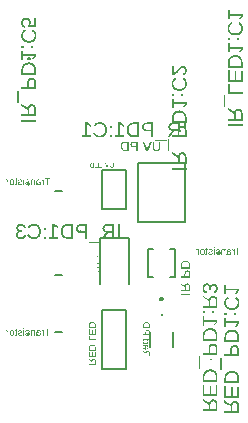
<source format=gbr>
G04 EAGLE Gerber RS-274X export*
G75*
%MOMM*%
%FSLAX34Y34*%
%LPD*%
%INSilkscreen Bottom*%
%IPPOS*%
%AMOC8*
5,1,8,0,0,1.08239X$1,22.5*%
G01*
G04 Define Apertures*
%ADD10C,0.200000*%
%ADD11C,0.254000*%
%ADD12C,0.127000*%
%ADD13C,0.100000*%
%ADD14C,0.050000*%
G36*
X202643Y259396D02*
X190302Y259396D01*
X190302Y264012D01*
X190314Y264452D01*
X190350Y264879D01*
X190409Y265293D01*
X190493Y265694D01*
X190600Y266081D01*
X190731Y266456D01*
X190886Y266817D01*
X191064Y267165D01*
X191265Y267497D01*
X191487Y267810D01*
X191730Y268103D01*
X191994Y268376D01*
X192278Y268630D01*
X192584Y268865D01*
X192911Y269080D01*
X193258Y269276D01*
X193624Y269451D01*
X194004Y269602D01*
X194399Y269730D01*
X194810Y269834D01*
X195235Y269916D01*
X195675Y269974D01*
X196130Y270009D01*
X196600Y270021D01*
X196957Y270014D01*
X197304Y269994D01*
X197640Y269961D01*
X197966Y269914D01*
X198282Y269854D01*
X198587Y269781D01*
X198882Y269694D01*
X199167Y269595D01*
X199441Y269482D01*
X199705Y269355D01*
X199959Y269215D01*
X200202Y269062D01*
X200435Y268896D01*
X200657Y268716D01*
X200869Y268523D01*
X201071Y268317D01*
X201261Y268098D01*
X201439Y267869D01*
X201605Y267628D01*
X201759Y267376D01*
X201900Y267112D01*
X202029Y266838D01*
X202146Y266552D01*
X202250Y266255D01*
X202342Y265947D01*
X202422Y265628D01*
X202489Y265298D01*
X202545Y264956D01*
X202588Y264603D01*
X202618Y264239D01*
X202637Y263864D01*
X202643Y263478D01*
X202643Y259396D01*
G37*
%LPC*%
G36*
X201303Y261069D02*
X201303Y263443D01*
X201284Y264021D01*
X201228Y264564D01*
X201134Y265071D01*
X201002Y265544D01*
X200832Y265981D01*
X200626Y266383D01*
X200381Y266750D01*
X200099Y267082D01*
X199781Y267377D01*
X199428Y267632D01*
X199042Y267848D01*
X198622Y268025D01*
X198167Y268162D01*
X197679Y268260D01*
X197156Y268319D01*
X196600Y268339D01*
X196225Y268330D01*
X195863Y268304D01*
X195513Y268261D01*
X195176Y268201D01*
X194852Y268123D01*
X194540Y268029D01*
X194241Y267916D01*
X193955Y267787D01*
X193682Y267642D01*
X193427Y267481D01*
X193188Y267306D01*
X192965Y267116D01*
X192758Y266911D01*
X192568Y266691D01*
X192395Y266456D01*
X192238Y266206D01*
X192098Y265944D01*
X191977Y265671D01*
X191875Y265388D01*
X191791Y265095D01*
X191726Y264791D01*
X191679Y264478D01*
X191652Y264154D01*
X191642Y263820D01*
X191642Y261069D01*
X201303Y261069D01*
G37*
%LPD*%
G36*
X202643Y214521D02*
X190302Y214521D01*
X190302Y216194D01*
X195426Y216194D01*
X195426Y220039D01*
X190302Y223245D01*
X190302Y225172D01*
X193355Y223160D01*
X195619Y221668D01*
X195691Y222011D01*
X195784Y222335D01*
X195900Y222640D01*
X196037Y222926D01*
X196130Y223082D01*
X196195Y223193D01*
X196376Y223441D01*
X196578Y223670D01*
X196801Y223880D01*
X197042Y224068D01*
X197297Y224231D01*
X197565Y224368D01*
X197848Y224481D01*
X198144Y224569D01*
X198453Y224631D01*
X198776Y224669D01*
X199113Y224681D01*
X199518Y224664D01*
X199900Y224610D01*
X200259Y224522D01*
X200595Y224398D01*
X200908Y224238D01*
X201198Y224043D01*
X201466Y223813D01*
X201710Y223547D01*
X201929Y223249D01*
X202118Y222921D01*
X202279Y222563D01*
X202410Y222175D01*
X202512Y221758D01*
X202585Y221311D01*
X202628Y220835D01*
X202643Y220328D01*
X202643Y214521D01*
G37*
%LPC*%
G36*
X201303Y216194D02*
X201303Y220162D01*
X201294Y220496D01*
X201268Y220809D01*
X201223Y221103D01*
X201162Y221376D01*
X201082Y221629D01*
X200985Y221862D01*
X200870Y222075D01*
X200738Y222268D01*
X200589Y222440D01*
X200424Y222588D01*
X200242Y222714D01*
X200045Y222817D01*
X199832Y222897D01*
X199602Y222954D01*
X199357Y222988D01*
X199096Y223000D01*
X198825Y222988D01*
X198571Y222955D01*
X198331Y222898D01*
X198107Y222819D01*
X197899Y222717D01*
X197706Y222593D01*
X197528Y222446D01*
X197366Y222277D01*
X197221Y222087D01*
X197096Y221878D01*
X196990Y221651D01*
X196903Y221405D01*
X196835Y221140D01*
X196787Y220856D01*
X196758Y220553D01*
X196748Y220232D01*
X196748Y216194D01*
X201303Y216194D01*
G37*
%LPD*%
G36*
X202643Y247428D02*
X190302Y247428D01*
X190302Y257150D01*
X191669Y257150D01*
X191669Y249101D01*
X195969Y249101D01*
X195969Y256265D01*
X197318Y256265D01*
X197318Y249101D01*
X201277Y249101D01*
X201277Y256791D01*
X202643Y256791D01*
X202643Y247428D01*
G37*
G36*
X196530Y286742D02*
X196045Y286753D01*
X195577Y286787D01*
X195126Y286843D01*
X194691Y286921D01*
X194273Y287021D01*
X193872Y287144D01*
X193487Y287289D01*
X193118Y287456D01*
X192768Y287645D01*
X192439Y287853D01*
X192131Y288082D01*
X191844Y288332D01*
X191577Y288601D01*
X191331Y288891D01*
X191106Y289201D01*
X190902Y289532D01*
X190720Y289880D01*
X190563Y290244D01*
X190430Y290624D01*
X190321Y291020D01*
X190236Y291431D01*
X190175Y291858D01*
X190139Y292301D01*
X190127Y292759D01*
X190140Y293208D01*
X190179Y293643D01*
X190244Y294063D01*
X190335Y294470D01*
X190452Y294864D01*
X190595Y295243D01*
X190764Y295609D01*
X190959Y295961D01*
X191179Y296296D01*
X191423Y296612D01*
X191690Y296908D01*
X191982Y297186D01*
X192297Y297444D01*
X192636Y297682D01*
X192999Y297902D01*
X193385Y298102D01*
X194068Y296736D01*
X193758Y296567D01*
X193467Y296389D01*
X193196Y296201D01*
X192946Y296003D01*
X192715Y295794D01*
X192505Y295576D01*
X192314Y295347D01*
X192144Y295109D01*
X191993Y294860D01*
X191863Y294601D01*
X191753Y294333D01*
X191662Y294054D01*
X191592Y293765D01*
X191542Y293466D01*
X191512Y293157D01*
X191502Y292838D01*
X191524Y292345D01*
X191588Y291879D01*
X191696Y291438D01*
X191847Y291024D01*
X192041Y290636D01*
X192278Y290274D01*
X192558Y289938D01*
X192882Y289628D01*
X193240Y289350D01*
X193627Y289109D01*
X194041Y288905D01*
X194483Y288738D01*
X194953Y288608D01*
X195451Y288515D01*
X195976Y288460D01*
X196530Y288441D01*
X197088Y288459D01*
X197616Y288512D01*
X198113Y288601D01*
X198580Y288726D01*
X199016Y288886D01*
X199422Y289082D01*
X199798Y289313D01*
X200142Y289580D01*
X200451Y289879D01*
X200719Y290206D01*
X200946Y290562D01*
X201131Y290946D01*
X201275Y291359D01*
X201378Y291800D01*
X201440Y292270D01*
X201461Y292768D01*
X201452Y293089D01*
X201425Y293398D01*
X201381Y293697D01*
X201318Y293984D01*
X201238Y294261D01*
X201140Y294526D01*
X201025Y294780D01*
X200891Y295023D01*
X200741Y295253D01*
X200575Y295466D01*
X200393Y295663D01*
X200195Y295843D01*
X199981Y296008D01*
X199752Y296156D01*
X199506Y296287D01*
X199245Y296403D01*
X199770Y297988D01*
X200137Y297822D01*
X200481Y297633D01*
X200802Y297423D01*
X201099Y297191D01*
X201373Y296937D01*
X201624Y296661D01*
X201852Y296363D01*
X202056Y296044D01*
X202237Y295703D01*
X202393Y295342D01*
X202526Y294961D01*
X202634Y294559D01*
X202719Y294137D01*
X202779Y293695D01*
X202815Y293233D01*
X202827Y292751D01*
X202820Y292403D01*
X202801Y292065D01*
X202768Y291736D01*
X202722Y291417D01*
X202664Y291108D01*
X202592Y290808D01*
X202507Y290517D01*
X202409Y290237D01*
X202298Y289966D01*
X202173Y289704D01*
X202036Y289452D01*
X201886Y289210D01*
X201546Y288754D01*
X201154Y288336D01*
X200716Y287963D01*
X200238Y287639D01*
X199720Y287365D01*
X199445Y287247D01*
X199161Y287141D01*
X198867Y287047D01*
X198563Y286966D01*
X198249Y286898D01*
X197925Y286842D01*
X197591Y286798D01*
X197247Y286767D01*
X196893Y286748D01*
X196530Y286742D01*
G37*
G36*
X191642Y272260D02*
X190302Y272260D01*
X190302Y279994D01*
X191642Y279994D01*
X191642Y276990D01*
X202643Y276990D01*
X202643Y275536D01*
X200637Y272619D01*
X199148Y272619D01*
X201137Y275404D01*
X191642Y275404D01*
X191642Y272260D01*
G37*
G36*
X191642Y300166D02*
X190302Y300166D01*
X190302Y307900D01*
X191642Y307900D01*
X191642Y304896D01*
X202643Y304896D01*
X202643Y303442D01*
X200637Y300525D01*
X199148Y300525D01*
X201137Y303311D01*
X191642Y303311D01*
X191642Y300166D01*
G37*
G36*
X202643Y237459D02*
X190302Y237459D01*
X190302Y245368D01*
X191669Y245368D01*
X191669Y239132D01*
X202643Y239132D01*
X202643Y237459D01*
G37*
G36*
X202643Y209737D02*
X190302Y209737D01*
X190302Y211409D01*
X202643Y211409D01*
X202643Y209737D01*
G37*
G36*
X187876Y225747D02*
X186737Y225747D01*
X186737Y236196D01*
X187876Y236196D01*
X187876Y225747D01*
G37*
G36*
X192115Y282500D02*
X190302Y282500D01*
X190302Y284208D01*
X192115Y284208D01*
X192115Y282500D01*
G37*
G36*
X199779Y282500D02*
X197966Y282500D01*
X197966Y284208D01*
X199779Y284208D01*
X199779Y282500D01*
G37*
G36*
X83182Y97003D02*
X79248Y97003D01*
X79248Y98474D01*
X79263Y98751D01*
X79309Y99011D01*
X79385Y99254D01*
X79491Y99480D01*
X79626Y99685D01*
X79787Y99866D01*
X79975Y100022D01*
X80190Y100153D01*
X80428Y100256D01*
X80685Y100331D01*
X80961Y100375D01*
X81256Y100390D01*
X81480Y100382D01*
X81691Y100356D01*
X81889Y100314D01*
X82074Y100254D01*
X82246Y100178D01*
X82404Y100084D01*
X82549Y99974D01*
X82681Y99847D01*
X82799Y99704D01*
X82900Y99547D01*
X82987Y99375D01*
X83057Y99190D01*
X83112Y98990D01*
X83151Y98775D01*
X83175Y98547D01*
X83182Y98304D01*
X83182Y97003D01*
G37*
%LPC*%
G36*
X82755Y97536D02*
X82755Y98293D01*
X82749Y98477D01*
X82731Y98650D01*
X82701Y98812D01*
X82659Y98963D01*
X82605Y99102D01*
X82539Y99230D01*
X82371Y99453D01*
X82270Y99547D01*
X82158Y99628D01*
X82034Y99697D01*
X81900Y99754D01*
X81756Y99798D01*
X81600Y99829D01*
X81433Y99848D01*
X81256Y99854D01*
X81021Y99843D01*
X80802Y99810D01*
X80599Y99755D01*
X80412Y99678D01*
X80244Y99580D01*
X80097Y99464D01*
X79971Y99328D01*
X79865Y99174D01*
X79782Y99003D01*
X79723Y98820D01*
X79687Y98623D01*
X79675Y98413D01*
X79675Y97536D01*
X82755Y97536D01*
G37*
%LPD*%
G36*
X83182Y84284D02*
X79248Y84284D01*
X79248Y84817D01*
X80882Y84817D01*
X80882Y86043D01*
X79248Y87065D01*
X79248Y87680D01*
X80221Y87038D01*
X80943Y86563D01*
X80996Y86775D01*
X81076Y86964D01*
X81109Y87013D01*
X81184Y87128D01*
X81320Y87268D01*
X81478Y87380D01*
X81654Y87459D01*
X81847Y87507D01*
X82057Y87523D01*
X82308Y87501D01*
X82529Y87433D01*
X82722Y87320D01*
X82885Y87162D01*
X83015Y86962D01*
X83108Y86724D01*
X83164Y86449D01*
X83182Y86135D01*
X83182Y84284D01*
G37*
%LPC*%
G36*
X82755Y84817D02*
X82755Y86082D01*
X82744Y86289D01*
X82710Y86469D01*
X82654Y86625D01*
X82575Y86754D01*
X82475Y86856D01*
X82354Y86929D01*
X82213Y86973D01*
X82052Y86987D01*
X81884Y86973D01*
X81736Y86930D01*
X81608Y86858D01*
X81500Y86757D01*
X81414Y86630D01*
X81352Y86479D01*
X81315Y86304D01*
X81303Y86105D01*
X81303Y84817D01*
X82755Y84817D01*
G37*
%LPD*%
G36*
X83182Y93190D02*
X79248Y93190D01*
X79248Y96290D01*
X79684Y96290D01*
X79684Y93724D01*
X81055Y93724D01*
X81055Y96008D01*
X81485Y96008D01*
X81485Y93724D01*
X82747Y93724D01*
X82747Y96175D01*
X83182Y96175D01*
X83182Y93190D01*
G37*
G36*
X83182Y90003D02*
X79248Y90003D01*
X79248Y92524D01*
X79684Y92524D01*
X79684Y90536D01*
X83182Y90536D01*
X83182Y90003D01*
G37*
G36*
X83182Y82749D02*
X79248Y82749D01*
X79248Y83282D01*
X83182Y83282D01*
X83182Y82749D01*
G37*
G36*
X168737Y101008D02*
X168494Y101017D01*
X168267Y101045D01*
X168054Y101090D01*
X167857Y101154D01*
X167674Y101236D01*
X167505Y101336D01*
X167352Y101455D01*
X167213Y101591D01*
X167091Y101747D01*
X166984Y101921D01*
X166894Y102114D01*
X166820Y102327D01*
X166763Y102558D01*
X166722Y102808D01*
X166697Y103078D01*
X166689Y103366D01*
X166697Y103658D01*
X166720Y103929D01*
X166758Y104181D01*
X166812Y104413D01*
X166881Y104625D01*
X166965Y104818D01*
X167065Y104990D01*
X167180Y105143D01*
X167311Y105278D01*
X167460Y105394D01*
X167625Y105492D01*
X167808Y105573D01*
X168008Y105636D01*
X168226Y105680D01*
X168460Y105707D01*
X168712Y105716D01*
X168958Y105707D01*
X169189Y105679D01*
X169403Y105634D01*
X169602Y105569D01*
X169785Y105487D01*
X169952Y105386D01*
X170103Y105266D01*
X170238Y105129D01*
X170357Y104973D01*
X170460Y104798D01*
X170548Y104606D01*
X170619Y104394D01*
X170675Y104165D01*
X170715Y103917D01*
X170739Y103651D01*
X170747Y103366D01*
X170739Y103088D01*
X170715Y102827D01*
X170675Y102583D01*
X170620Y102356D01*
X170548Y102145D01*
X170461Y101951D01*
X170358Y101774D01*
X170239Y101614D01*
X170104Y101472D01*
X169955Y101349D01*
X169790Y101245D01*
X169609Y101160D01*
X169414Y101093D01*
X169204Y101046D01*
X168978Y101018D01*
X168737Y101008D01*
G37*
%LPC*%
G36*
X168745Y101566D02*
X168896Y101573D01*
X169037Y101594D01*
X169167Y101630D01*
X169287Y101679D01*
X169396Y101742D01*
X169495Y101820D01*
X169584Y101912D01*
X169662Y102017D01*
X169790Y102271D01*
X169881Y102580D01*
X169935Y102945D01*
X169954Y103366D01*
X169935Y103797D01*
X169880Y104167D01*
X169787Y104476D01*
X169658Y104724D01*
X169578Y104826D01*
X169487Y104914D01*
X169384Y104988D01*
X169270Y105050D01*
X169145Y105097D01*
X169007Y105131D01*
X168859Y105151D01*
X168699Y105158D01*
X168540Y105151D01*
X168393Y105131D01*
X168258Y105098D01*
X168135Y105052D01*
X168024Y104992D01*
X167924Y104919D01*
X167837Y104832D01*
X167761Y104732D01*
X167639Y104487D01*
X167552Y104178D01*
X167499Y103804D01*
X167482Y103366D01*
X167500Y102933D01*
X167555Y102562D01*
X167646Y102251D01*
X167774Y102003D01*
X167853Y101900D01*
X167944Y101812D01*
X168047Y101737D01*
X168162Y101675D01*
X168290Y101628D01*
X168429Y101593D01*
X168581Y101573D01*
X168745Y101566D01*
G37*
%LPD*%
G36*
X191839Y101008D02*
X191575Y101022D01*
X191331Y101062D01*
X191108Y101130D01*
X190905Y101224D01*
X190719Y101351D01*
X190545Y101516D01*
X190383Y101719D01*
X190232Y101961D01*
X190207Y101961D01*
X190184Y101741D01*
X190140Y101553D01*
X190076Y101396D01*
X189991Y101270D01*
X189881Y101174D01*
X189743Y101105D01*
X189576Y101064D01*
X189380Y101050D01*
X189085Y101067D01*
X188797Y101117D01*
X188797Y101587D01*
X189044Y101558D01*
X189158Y101568D01*
X189252Y101600D01*
X189326Y101653D01*
X189380Y101728D01*
X189419Y101823D01*
X189446Y101939D01*
X189468Y102233D01*
X189468Y104189D01*
X189475Y104369D01*
X189495Y104538D01*
X189529Y104697D01*
X189576Y104844D01*
X189637Y104980D01*
X189711Y105106D01*
X189799Y105220D01*
X189900Y105324D01*
X190015Y105416D01*
X190143Y105495D01*
X190284Y105563D01*
X190439Y105618D01*
X190606Y105661D01*
X190787Y105692D01*
X190981Y105710D01*
X191189Y105716D01*
X191573Y105697D01*
X191913Y105640D01*
X192208Y105544D01*
X192458Y105410D01*
X192663Y105238D01*
X192824Y105027D01*
X192939Y104778D01*
X193010Y104491D01*
X192221Y104420D01*
X192186Y104596D01*
X192129Y104746D01*
X192048Y104870D01*
X191944Y104969D01*
X191811Y105045D01*
X191644Y105098D01*
X191442Y105131D01*
X191205Y105141D01*
X190970Y105126D01*
X190769Y105082D01*
X190601Y105007D01*
X190467Y104902D01*
X190364Y104763D01*
X190291Y104584D01*
X190247Y104366D01*
X190232Y104109D01*
X190232Y103861D01*
X191252Y103845D01*
X191732Y103810D01*
X191946Y103776D01*
X192142Y103731D01*
X192320Y103676D01*
X192480Y103609D01*
X192623Y103531D01*
X192748Y103442D01*
X192856Y103342D01*
X192950Y103233D01*
X193030Y103113D01*
X193095Y102982D01*
X193146Y102842D01*
X193182Y102691D01*
X193204Y102530D01*
X193211Y102359D01*
X193190Y102061D01*
X193125Y101797D01*
X193018Y101566D01*
X192867Y101369D01*
X192674Y101211D01*
X192438Y101098D01*
X192160Y101031D01*
X191839Y101008D01*
G37*
%LPC*%
G36*
X191667Y101575D02*
X191841Y101587D01*
X191994Y101625D01*
X192125Y101688D01*
X192236Y101776D01*
X192323Y101887D01*
X192385Y102019D01*
X192422Y102173D01*
X192435Y102347D01*
X192426Y102508D01*
X192398Y102654D01*
X192352Y102783D01*
X192288Y102896D01*
X192207Y102994D01*
X192109Y103079D01*
X191996Y103150D01*
X191866Y103207D01*
X191713Y103251D01*
X191527Y103284D01*
X191309Y103306D01*
X191059Y103316D01*
X190232Y103333D01*
X190232Y102959D01*
X190244Y102786D01*
X190279Y102616D01*
X190337Y102447D01*
X190419Y102282D01*
X190521Y102126D01*
X190639Y101987D01*
X190775Y101867D01*
X190928Y101763D01*
X191096Y101681D01*
X191275Y101622D01*
X191465Y101586D01*
X191667Y101575D01*
G37*
%LPD*%
G36*
X185333Y101092D02*
X184574Y101092D01*
X184574Y104117D01*
X184595Y104515D01*
X184660Y104852D01*
X184709Y104998D01*
X184768Y105129D01*
X184839Y105244D01*
X184920Y105345D01*
X185013Y105432D01*
X185118Y105507D01*
X185236Y105571D01*
X185366Y105623D01*
X185509Y105664D01*
X185665Y105693D01*
X186013Y105716D01*
X186256Y105704D01*
X186479Y105667D01*
X186681Y105606D01*
X186863Y105521D01*
X187029Y105406D01*
X187184Y105257D01*
X187330Y105074D01*
X187465Y104856D01*
X187477Y104856D01*
X187492Y105307D01*
X187503Y105519D01*
X187511Y105632D01*
X188224Y105632D01*
X188205Y105302D01*
X188199Y104663D01*
X188199Y101092D01*
X187444Y101092D01*
X187444Y103723D01*
X187424Y104036D01*
X187365Y104314D01*
X187267Y104555D01*
X187129Y104759D01*
X186957Y104923D01*
X186757Y105040D01*
X186527Y105110D01*
X186269Y105133D01*
X186093Y105126D01*
X185941Y105106D01*
X185810Y105072D01*
X185702Y105024D01*
X185613Y104961D01*
X185536Y104880D01*
X185472Y104782D01*
X185421Y104667D01*
X185383Y104531D01*
X185355Y104369D01*
X185339Y104182D01*
X185333Y103971D01*
X185333Y101092D01*
G37*
G36*
X175651Y101008D02*
X175239Y101030D01*
X174875Y101095D01*
X174560Y101204D01*
X174293Y101356D01*
X174180Y101448D01*
X174081Y101549D01*
X173998Y101659D01*
X173930Y101778D01*
X173877Y101906D01*
X173839Y102044D01*
X173816Y102191D01*
X173809Y102347D01*
X173830Y102593D01*
X173893Y102810D01*
X173994Y103002D01*
X174130Y103169D01*
X174311Y103318D01*
X174547Y103452D01*
X174895Y103586D01*
X175412Y103731D01*
X175936Y103870D01*
X176242Y103975D01*
X176416Y104072D01*
X176540Y104189D01*
X176616Y104331D01*
X176635Y104415D01*
X176641Y104508D01*
X176626Y104655D01*
X176580Y104783D01*
X176504Y104890D01*
X176398Y104978D01*
X176259Y105046D01*
X176087Y105094D01*
X175882Y105123D01*
X175642Y105133D01*
X175423Y105123D01*
X175228Y105093D01*
X175055Y105042D01*
X174906Y104971D01*
X174782Y104882D01*
X174684Y104775D01*
X174613Y104650D01*
X174568Y104508D01*
X173888Y104592D01*
X173967Y104863D01*
X174087Y105095D01*
X174248Y105287D01*
X174449Y105439D01*
X174689Y105555D01*
X174968Y105637D01*
X175286Y105687D01*
X175642Y105704D01*
X176041Y105683D01*
X176389Y105622D01*
X176686Y105521D01*
X176933Y105378D01*
X177126Y105197D01*
X177202Y105093D01*
X177265Y104979D01*
X177313Y104856D01*
X177348Y104724D01*
X177368Y104583D01*
X177375Y104432D01*
X177366Y104271D01*
X177337Y104123D01*
X177288Y103988D01*
X177220Y103866D01*
X177135Y103755D01*
X177035Y103652D01*
X176790Y103473D01*
X176629Y103392D01*
X176421Y103310D01*
X175865Y103144D01*
X175323Y103001D01*
X175132Y102943D01*
X174969Y102877D01*
X174834Y102805D01*
X174728Y102724D01*
X174647Y102634D01*
X174589Y102531D01*
X174555Y102416D01*
X174543Y102288D01*
X174560Y102123D01*
X174610Y101979D01*
X174693Y101858D01*
X174809Y101759D01*
X174962Y101682D01*
X175153Y101627D01*
X175383Y101594D01*
X175651Y101583D01*
X175905Y101594D01*
X176129Y101625D01*
X176324Y101679D01*
X176490Y101753D01*
X176628Y101850D01*
X176741Y101972D01*
X176828Y102118D01*
X176889Y102288D01*
X177556Y102158D01*
X177467Y101882D01*
X177337Y101644D01*
X177168Y101446D01*
X176958Y101287D01*
X176704Y101165D01*
X176401Y101078D01*
X176050Y101026D01*
X175651Y101008D01*
G37*
G36*
X181870Y101008D02*
X181457Y101030D01*
X181094Y101095D01*
X180779Y101204D01*
X180512Y101356D01*
X180398Y101448D01*
X180300Y101549D01*
X180217Y101659D01*
X180149Y101778D01*
X180096Y101906D01*
X180058Y102044D01*
X180035Y102191D01*
X180027Y102347D01*
X180048Y102593D01*
X180111Y102810D01*
X180213Y103002D01*
X180348Y103169D01*
X180529Y103318D01*
X180766Y103452D01*
X181114Y103586D01*
X181630Y103731D01*
X182155Y103870D01*
X182461Y103975D01*
X182634Y104072D01*
X182759Y104189D01*
X182835Y104331D01*
X182854Y104415D01*
X182860Y104508D01*
X182845Y104655D01*
X182799Y104783D01*
X182723Y104890D01*
X182616Y104978D01*
X182478Y105046D01*
X182306Y105094D01*
X182100Y105123D01*
X181861Y105133D01*
X181642Y105123D01*
X181446Y105093D01*
X181274Y105042D01*
X181125Y104971D01*
X181001Y104882D01*
X180903Y104775D01*
X180832Y104650D01*
X180787Y104508D01*
X180107Y104592D01*
X180186Y104863D01*
X180306Y105095D01*
X180466Y105287D01*
X180667Y105439D01*
X180908Y105555D01*
X181187Y105637D01*
X181505Y105687D01*
X181861Y105704D01*
X182260Y105683D01*
X182608Y105622D01*
X182905Y105521D01*
X183151Y105378D01*
X183345Y105197D01*
X183421Y105093D01*
X183483Y104979D01*
X183532Y104856D01*
X183566Y104724D01*
X183587Y104583D01*
X183594Y104432D01*
X183584Y104271D01*
X183555Y104123D01*
X183507Y103988D01*
X183439Y103866D01*
X183354Y103755D01*
X183254Y103652D01*
X183009Y103473D01*
X182848Y103392D01*
X182640Y103310D01*
X182084Y103144D01*
X181542Y103001D01*
X181351Y102943D01*
X181188Y102877D01*
X181053Y102805D01*
X180946Y102724D01*
X180866Y102634D01*
X180808Y102531D01*
X180773Y102416D01*
X180762Y102288D01*
X180778Y102123D01*
X180828Y101979D01*
X180912Y101858D01*
X181028Y101759D01*
X181181Y101682D01*
X181372Y101627D01*
X181601Y101594D01*
X181870Y101583D01*
X182123Y101594D01*
X182348Y101625D01*
X182543Y101679D01*
X182709Y101753D01*
X182847Y101850D01*
X182959Y101972D01*
X183046Y102118D01*
X183107Y102288D01*
X183775Y102158D01*
X183685Y101882D01*
X183556Y101644D01*
X183386Y101446D01*
X183177Y101287D01*
X182923Y101165D01*
X182620Y101078D01*
X182269Y101026D01*
X181870Y101008D01*
G37*
G36*
X199165Y101092D02*
X198368Y101092D01*
X198368Y106350D01*
X196337Y106350D01*
X196337Y107004D01*
X201196Y107004D01*
X201196Y106350D01*
X199165Y106350D01*
X199165Y101092D01*
G37*
G36*
X171922Y101025D02*
X171727Y101031D01*
X171536Y101050D01*
X171158Y101126D01*
X171158Y101684D01*
X171410Y101640D01*
X171594Y101625D01*
X171717Y101633D01*
X171819Y101658D01*
X171902Y101699D01*
X171966Y101757D01*
X172012Y101835D01*
X172046Y101938D01*
X172066Y102065D01*
X172073Y102217D01*
X172073Y105083D01*
X171233Y105083D01*
X171233Y105632D01*
X172073Y105632D01*
X172073Y106648D01*
X172576Y106648D01*
X172799Y105632D01*
X173352Y105632D01*
X173352Y105083D01*
X172828Y105083D01*
X172828Y102053D01*
X172814Y101812D01*
X172771Y101603D01*
X172700Y101426D01*
X172601Y101282D01*
X172474Y101169D01*
X172318Y101089D01*
X172134Y101041D01*
X171922Y101025D01*
G37*
G36*
X165730Y101092D02*
X164975Y101092D01*
X164975Y103459D01*
X164960Y103814D01*
X164913Y104126D01*
X164836Y104395D01*
X164728Y104619D01*
X164590Y104796D01*
X164424Y104923D01*
X164231Y104999D01*
X164124Y105017D01*
X164010Y105024D01*
X163783Y105013D01*
X163607Y104982D01*
X163607Y105674D01*
X163761Y105706D01*
X163913Y105716D01*
X164115Y105703D01*
X164293Y105663D01*
X164447Y105596D01*
X164576Y105502D01*
X164691Y105372D01*
X164798Y105196D01*
X164898Y104973D01*
X164992Y104705D01*
X165009Y104705D01*
X165042Y105632D01*
X165756Y105632D01*
X165730Y104575D01*
X165730Y101092D01*
G37*
G36*
X195855Y101092D02*
X195100Y101092D01*
X195100Y103459D01*
X195085Y103814D01*
X195038Y104126D01*
X194961Y104395D01*
X194853Y104619D01*
X194715Y104796D01*
X194549Y104923D01*
X194356Y104999D01*
X194249Y105017D01*
X194135Y105024D01*
X193908Y105013D01*
X193732Y104982D01*
X193732Y105674D01*
X193886Y105706D01*
X194038Y105716D01*
X194240Y105703D01*
X194418Y105663D01*
X194572Y105596D01*
X194701Y105502D01*
X194816Y105372D01*
X194923Y105196D01*
X195023Y104973D01*
X195117Y104705D01*
X195134Y104705D01*
X195167Y105632D01*
X195881Y105632D01*
X195855Y104575D01*
X195855Y101092D01*
G37*
G36*
X179126Y101092D02*
X178371Y101092D01*
X178371Y105632D01*
X179126Y105632D01*
X179126Y101092D01*
G37*
G36*
X179126Y106597D02*
X178371Y106597D01*
X178371Y107319D01*
X179126Y107319D01*
X179126Y106597D01*
G37*
G36*
X7447Y32428D02*
X7204Y32437D01*
X6977Y32465D01*
X6764Y32510D01*
X6567Y32574D01*
X6384Y32656D01*
X6215Y32756D01*
X6062Y32875D01*
X5923Y33011D01*
X5801Y33167D01*
X5694Y33341D01*
X5604Y33534D01*
X5530Y33747D01*
X5473Y33978D01*
X5432Y34228D01*
X5407Y34498D01*
X5399Y34786D01*
X5407Y35078D01*
X5430Y35349D01*
X5468Y35601D01*
X5522Y35833D01*
X5591Y36045D01*
X5675Y36238D01*
X5775Y36410D01*
X5890Y36563D01*
X6021Y36698D01*
X6170Y36814D01*
X6335Y36912D01*
X6518Y36993D01*
X6718Y37056D01*
X6936Y37100D01*
X7170Y37127D01*
X7422Y37136D01*
X7668Y37127D01*
X7899Y37099D01*
X8113Y37054D01*
X8312Y36989D01*
X8495Y36907D01*
X8662Y36806D01*
X8813Y36686D01*
X8948Y36549D01*
X9067Y36393D01*
X9170Y36218D01*
X9258Y36026D01*
X9329Y35814D01*
X9385Y35585D01*
X9425Y35337D01*
X9449Y35071D01*
X9457Y34786D01*
X9449Y34508D01*
X9425Y34247D01*
X9385Y34003D01*
X9330Y33776D01*
X9258Y33565D01*
X9171Y33371D01*
X9068Y33194D01*
X8949Y33034D01*
X8814Y32892D01*
X8665Y32769D01*
X8500Y32665D01*
X8319Y32580D01*
X8124Y32513D01*
X7914Y32466D01*
X7688Y32438D01*
X7447Y32428D01*
G37*
%LPC*%
G36*
X7455Y32986D02*
X7606Y32993D01*
X7747Y33014D01*
X7877Y33050D01*
X7997Y33099D01*
X8106Y33162D01*
X8205Y33240D01*
X8294Y33332D01*
X8372Y33437D01*
X8500Y33691D01*
X8591Y34000D01*
X8645Y34365D01*
X8664Y34786D01*
X8645Y35217D01*
X8590Y35587D01*
X8497Y35896D01*
X8368Y36144D01*
X8288Y36246D01*
X8197Y36334D01*
X8094Y36408D01*
X7980Y36470D01*
X7855Y36517D01*
X7717Y36551D01*
X7569Y36571D01*
X7409Y36578D01*
X7250Y36571D01*
X7103Y36551D01*
X6968Y36518D01*
X6845Y36472D01*
X6734Y36412D01*
X6634Y36339D01*
X6547Y36252D01*
X6471Y36152D01*
X6349Y35907D01*
X6262Y35598D01*
X6209Y35224D01*
X6192Y34786D01*
X6210Y34353D01*
X6265Y33982D01*
X6356Y33671D01*
X6484Y33423D01*
X6563Y33320D01*
X6654Y33232D01*
X6757Y33157D01*
X6872Y33095D01*
X7000Y33048D01*
X7139Y33013D01*
X7291Y32993D01*
X7455Y32986D01*
G37*
%LPD*%
G36*
X30549Y32428D02*
X30285Y32442D01*
X30041Y32482D01*
X29818Y32550D01*
X29615Y32644D01*
X29429Y32771D01*
X29255Y32936D01*
X29093Y33139D01*
X28942Y33381D01*
X28917Y33381D01*
X28894Y33161D01*
X28850Y32973D01*
X28786Y32816D01*
X28701Y32690D01*
X28591Y32594D01*
X28453Y32525D01*
X28286Y32484D01*
X28090Y32470D01*
X27795Y32487D01*
X27507Y32537D01*
X27507Y33007D01*
X27754Y32978D01*
X27868Y32988D01*
X27962Y33020D01*
X28036Y33073D01*
X28090Y33148D01*
X28129Y33243D01*
X28156Y33359D01*
X28178Y33653D01*
X28178Y35609D01*
X28185Y35789D01*
X28205Y35958D01*
X28239Y36117D01*
X28286Y36264D01*
X28347Y36400D01*
X28421Y36526D01*
X28509Y36640D01*
X28610Y36744D01*
X28725Y36836D01*
X28853Y36915D01*
X28994Y36983D01*
X29149Y37038D01*
X29316Y37081D01*
X29497Y37112D01*
X29691Y37130D01*
X29899Y37136D01*
X30283Y37117D01*
X30623Y37060D01*
X30918Y36964D01*
X31168Y36830D01*
X31373Y36658D01*
X31534Y36447D01*
X31649Y36198D01*
X31720Y35911D01*
X30931Y35840D01*
X30896Y36016D01*
X30839Y36166D01*
X30758Y36290D01*
X30654Y36389D01*
X30521Y36465D01*
X30354Y36518D01*
X30152Y36551D01*
X29915Y36561D01*
X29680Y36546D01*
X29479Y36502D01*
X29311Y36427D01*
X29177Y36322D01*
X29074Y36183D01*
X29001Y36004D01*
X28957Y35786D01*
X28942Y35529D01*
X28942Y35281D01*
X29962Y35265D01*
X30442Y35230D01*
X30656Y35196D01*
X30852Y35151D01*
X31030Y35096D01*
X31190Y35029D01*
X31333Y34951D01*
X31458Y34862D01*
X31566Y34762D01*
X31660Y34653D01*
X31740Y34533D01*
X31805Y34402D01*
X31856Y34262D01*
X31892Y34111D01*
X31914Y33950D01*
X31921Y33779D01*
X31900Y33481D01*
X31835Y33217D01*
X31728Y32986D01*
X31577Y32789D01*
X31384Y32631D01*
X31148Y32518D01*
X30870Y32451D01*
X30549Y32428D01*
G37*
%LPC*%
G36*
X30377Y32995D02*
X30551Y33007D01*
X30704Y33045D01*
X30835Y33108D01*
X30946Y33196D01*
X31033Y33307D01*
X31095Y33439D01*
X31132Y33593D01*
X31145Y33767D01*
X31136Y33928D01*
X31108Y34074D01*
X31062Y34203D01*
X30998Y34316D01*
X30917Y34414D01*
X30819Y34499D01*
X30706Y34570D01*
X30576Y34627D01*
X30423Y34671D01*
X30237Y34704D01*
X30019Y34726D01*
X29769Y34736D01*
X28942Y34753D01*
X28942Y34379D01*
X28954Y34206D01*
X28989Y34036D01*
X29047Y33867D01*
X29129Y33702D01*
X29231Y33546D01*
X29349Y33407D01*
X29485Y33287D01*
X29638Y33183D01*
X29806Y33101D01*
X29985Y33042D01*
X30175Y33006D01*
X30377Y32995D01*
G37*
%LPD*%
G36*
X24043Y32512D02*
X23284Y32512D01*
X23284Y35537D01*
X23305Y35935D01*
X23370Y36272D01*
X23419Y36418D01*
X23478Y36549D01*
X23549Y36664D01*
X23630Y36765D01*
X23723Y36852D01*
X23828Y36927D01*
X23946Y36991D01*
X24076Y37043D01*
X24219Y37084D01*
X24375Y37113D01*
X24723Y37136D01*
X24966Y37124D01*
X25189Y37087D01*
X25391Y37026D01*
X25573Y36941D01*
X25739Y36826D01*
X25894Y36677D01*
X26040Y36494D01*
X26175Y36276D01*
X26187Y36276D01*
X26202Y36727D01*
X26213Y36939D01*
X26221Y37052D01*
X26934Y37052D01*
X26915Y36722D01*
X26909Y36083D01*
X26909Y32512D01*
X26154Y32512D01*
X26154Y35143D01*
X26134Y35456D01*
X26075Y35734D01*
X25977Y35975D01*
X25839Y36179D01*
X25667Y36343D01*
X25467Y36460D01*
X25237Y36530D01*
X24979Y36553D01*
X24803Y36546D01*
X24651Y36526D01*
X24520Y36492D01*
X24412Y36444D01*
X24323Y36381D01*
X24246Y36300D01*
X24182Y36202D01*
X24131Y36087D01*
X24093Y35951D01*
X24065Y35789D01*
X24049Y35602D01*
X24043Y35391D01*
X24043Y32512D01*
G37*
G36*
X14361Y32428D02*
X13949Y32450D01*
X13585Y32515D01*
X13270Y32624D01*
X13003Y32776D01*
X12890Y32868D01*
X12791Y32969D01*
X12708Y33079D01*
X12640Y33198D01*
X12587Y33326D01*
X12549Y33464D01*
X12526Y33611D01*
X12519Y33767D01*
X12540Y34013D01*
X12603Y34230D01*
X12704Y34422D01*
X12840Y34589D01*
X13021Y34738D01*
X13257Y34872D01*
X13605Y35006D01*
X14122Y35151D01*
X14646Y35290D01*
X14952Y35395D01*
X15126Y35492D01*
X15250Y35609D01*
X15326Y35751D01*
X15345Y35835D01*
X15351Y35928D01*
X15336Y36075D01*
X15290Y36203D01*
X15214Y36310D01*
X15108Y36398D01*
X14969Y36466D01*
X14797Y36514D01*
X14592Y36543D01*
X14352Y36553D01*
X14133Y36543D01*
X13938Y36513D01*
X13765Y36462D01*
X13616Y36391D01*
X13492Y36302D01*
X13394Y36195D01*
X13323Y36070D01*
X13278Y35928D01*
X12598Y36012D01*
X12677Y36283D01*
X12797Y36515D01*
X12958Y36707D01*
X13159Y36859D01*
X13399Y36975D01*
X13678Y37057D01*
X13996Y37107D01*
X14352Y37124D01*
X14751Y37103D01*
X15099Y37042D01*
X15396Y36941D01*
X15643Y36798D01*
X15836Y36617D01*
X15912Y36513D01*
X15975Y36399D01*
X16023Y36276D01*
X16058Y36144D01*
X16078Y36003D01*
X16085Y35852D01*
X16076Y35691D01*
X16047Y35543D01*
X15998Y35408D01*
X15930Y35286D01*
X15845Y35175D01*
X15745Y35072D01*
X15500Y34893D01*
X15339Y34812D01*
X15131Y34730D01*
X14575Y34564D01*
X14033Y34421D01*
X13842Y34363D01*
X13679Y34297D01*
X13544Y34225D01*
X13438Y34144D01*
X13357Y34054D01*
X13299Y33951D01*
X13265Y33836D01*
X13253Y33708D01*
X13270Y33543D01*
X13320Y33399D01*
X13403Y33278D01*
X13519Y33179D01*
X13672Y33102D01*
X13863Y33047D01*
X14093Y33014D01*
X14361Y33003D01*
X14615Y33014D01*
X14839Y33045D01*
X15034Y33099D01*
X15200Y33173D01*
X15338Y33270D01*
X15451Y33392D01*
X15538Y33538D01*
X15599Y33708D01*
X16266Y33578D01*
X16177Y33302D01*
X16047Y33064D01*
X15878Y32866D01*
X15668Y32707D01*
X15414Y32585D01*
X15111Y32498D01*
X14760Y32446D01*
X14361Y32428D01*
G37*
G36*
X20580Y32428D02*
X20167Y32450D01*
X19804Y32515D01*
X19489Y32624D01*
X19222Y32776D01*
X19108Y32868D01*
X19010Y32969D01*
X18927Y33079D01*
X18859Y33198D01*
X18806Y33326D01*
X18768Y33464D01*
X18745Y33611D01*
X18737Y33767D01*
X18758Y34013D01*
X18821Y34230D01*
X18923Y34422D01*
X19058Y34589D01*
X19239Y34738D01*
X19476Y34872D01*
X19824Y35006D01*
X20340Y35151D01*
X20865Y35290D01*
X21171Y35395D01*
X21344Y35492D01*
X21469Y35609D01*
X21545Y35751D01*
X21564Y35835D01*
X21570Y35928D01*
X21555Y36075D01*
X21509Y36203D01*
X21433Y36310D01*
X21326Y36398D01*
X21188Y36466D01*
X21016Y36514D01*
X20810Y36543D01*
X20571Y36553D01*
X20352Y36543D01*
X20156Y36513D01*
X19984Y36462D01*
X19835Y36391D01*
X19711Y36302D01*
X19613Y36195D01*
X19542Y36070D01*
X19497Y35928D01*
X18817Y36012D01*
X18896Y36283D01*
X19016Y36515D01*
X19176Y36707D01*
X19377Y36859D01*
X19618Y36975D01*
X19897Y37057D01*
X20215Y37107D01*
X20571Y37124D01*
X20970Y37103D01*
X21318Y37042D01*
X21615Y36941D01*
X21861Y36798D01*
X22055Y36617D01*
X22131Y36513D01*
X22193Y36399D01*
X22242Y36276D01*
X22276Y36144D01*
X22297Y36003D01*
X22304Y35852D01*
X22294Y35691D01*
X22265Y35543D01*
X22217Y35408D01*
X22149Y35286D01*
X22064Y35175D01*
X21964Y35072D01*
X21719Y34893D01*
X21558Y34812D01*
X21350Y34730D01*
X20794Y34564D01*
X20252Y34421D01*
X20061Y34363D01*
X19898Y34297D01*
X19763Y34225D01*
X19656Y34144D01*
X19576Y34054D01*
X19518Y33951D01*
X19483Y33836D01*
X19472Y33708D01*
X19488Y33543D01*
X19538Y33399D01*
X19622Y33278D01*
X19738Y33179D01*
X19891Y33102D01*
X20082Y33047D01*
X20311Y33014D01*
X20580Y33003D01*
X20833Y33014D01*
X21058Y33045D01*
X21253Y33099D01*
X21419Y33173D01*
X21557Y33270D01*
X21669Y33392D01*
X21756Y33538D01*
X21817Y33708D01*
X22485Y33578D01*
X22395Y33302D01*
X22266Y33064D01*
X22096Y32866D01*
X21887Y32707D01*
X21633Y32585D01*
X21330Y32498D01*
X20979Y32446D01*
X20580Y32428D01*
G37*
G36*
X37875Y32512D02*
X37078Y32512D01*
X37078Y37770D01*
X35047Y37770D01*
X35047Y38424D01*
X39906Y38424D01*
X39906Y37770D01*
X37875Y37770D01*
X37875Y32512D01*
G37*
G36*
X10632Y32445D02*
X10437Y32451D01*
X10246Y32470D01*
X9868Y32546D01*
X9868Y33104D01*
X10120Y33060D01*
X10304Y33045D01*
X10427Y33053D01*
X10529Y33078D01*
X10612Y33119D01*
X10676Y33177D01*
X10722Y33255D01*
X10756Y33358D01*
X10776Y33485D01*
X10783Y33637D01*
X10783Y36503D01*
X9943Y36503D01*
X9943Y37052D01*
X10783Y37052D01*
X10783Y38068D01*
X11286Y38068D01*
X11509Y37052D01*
X12062Y37052D01*
X12062Y36503D01*
X11538Y36503D01*
X11538Y33473D01*
X11524Y33232D01*
X11481Y33023D01*
X11410Y32846D01*
X11311Y32702D01*
X11184Y32589D01*
X11028Y32509D01*
X10844Y32461D01*
X10632Y32445D01*
G37*
G36*
X4440Y32512D02*
X3685Y32512D01*
X3685Y34879D01*
X3670Y35234D01*
X3623Y35546D01*
X3546Y35815D01*
X3438Y36039D01*
X3300Y36216D01*
X3134Y36343D01*
X2941Y36419D01*
X2834Y36437D01*
X2720Y36444D01*
X2493Y36433D01*
X2317Y36402D01*
X2317Y37094D01*
X2471Y37126D01*
X2623Y37136D01*
X2825Y37123D01*
X3003Y37083D01*
X3157Y37016D01*
X3286Y36922D01*
X3401Y36792D01*
X3508Y36616D01*
X3608Y36393D01*
X3702Y36125D01*
X3719Y36125D01*
X3752Y37052D01*
X4466Y37052D01*
X4440Y35995D01*
X4440Y32512D01*
G37*
G36*
X34565Y32512D02*
X33810Y32512D01*
X33810Y34879D01*
X33795Y35234D01*
X33748Y35546D01*
X33671Y35815D01*
X33563Y36039D01*
X33425Y36216D01*
X33259Y36343D01*
X33066Y36419D01*
X32959Y36437D01*
X32845Y36444D01*
X32618Y36433D01*
X32442Y36402D01*
X32442Y37094D01*
X32596Y37126D01*
X32748Y37136D01*
X32950Y37123D01*
X33128Y37083D01*
X33282Y37016D01*
X33411Y36922D01*
X33526Y36792D01*
X33633Y36616D01*
X33733Y36393D01*
X33827Y36125D01*
X33844Y36125D01*
X33877Y37052D01*
X34591Y37052D01*
X34565Y35995D01*
X34565Y32512D01*
G37*
G36*
X17836Y32512D02*
X17081Y32512D01*
X17081Y37052D01*
X17836Y37052D01*
X17836Y32512D01*
G37*
G36*
X17836Y38017D02*
X17081Y38017D01*
X17081Y38739D01*
X17836Y38739D01*
X17836Y38017D01*
G37*
G36*
X78396Y19842D02*
X72484Y19842D01*
X72484Y22054D01*
X72507Y22469D01*
X72575Y22860D01*
X72689Y23225D01*
X72849Y23564D01*
X73052Y23873D01*
X73294Y24145D01*
X73577Y24379D01*
X73900Y24576D01*
X74258Y24732D01*
X74643Y24843D01*
X75058Y24910D01*
X75501Y24932D01*
X75838Y24920D01*
X76156Y24881D01*
X76453Y24818D01*
X76731Y24728D01*
X76989Y24614D01*
X77227Y24473D01*
X77445Y24308D01*
X77643Y24116D01*
X77820Y23901D01*
X77973Y23665D01*
X78102Y23408D01*
X78208Y23129D01*
X78290Y22828D01*
X78349Y22506D01*
X78385Y22163D01*
X78396Y21798D01*
X78396Y19842D01*
G37*
%LPC*%
G36*
X77754Y20644D02*
X77754Y21781D01*
X77745Y22058D01*
X77718Y22318D01*
X77673Y22561D01*
X77610Y22788D01*
X77529Y22997D01*
X77430Y23190D01*
X77313Y23366D01*
X77177Y23525D01*
X77025Y23666D01*
X76856Y23788D01*
X76671Y23892D01*
X76470Y23976D01*
X76252Y24042D01*
X76018Y24089D01*
X75768Y24117D01*
X75501Y24127D01*
X75148Y24110D01*
X74819Y24061D01*
X74514Y23978D01*
X74234Y23862D01*
X73981Y23716D01*
X73760Y23541D01*
X73570Y23337D01*
X73411Y23105D01*
X73287Y22849D01*
X73197Y22573D01*
X73144Y22277D01*
X73126Y21962D01*
X73126Y20644D01*
X77754Y20644D01*
G37*
%LPD*%
G36*
X78396Y38936D02*
X72484Y38936D01*
X72484Y41148D01*
X72507Y41563D01*
X72575Y41953D01*
X72689Y42318D01*
X72849Y42658D01*
X73052Y42967D01*
X73294Y43238D01*
X73577Y43473D01*
X73900Y43669D01*
X74258Y43826D01*
X74643Y43937D01*
X75058Y44004D01*
X75501Y44026D01*
X75838Y44013D01*
X76156Y43975D01*
X76453Y43911D01*
X76731Y43822D01*
X76989Y43707D01*
X77227Y43567D01*
X77445Y43401D01*
X77643Y43210D01*
X77820Y42995D01*
X77973Y42759D01*
X78102Y42501D01*
X78208Y42222D01*
X78290Y41922D01*
X78349Y41600D01*
X78385Y41256D01*
X78396Y40892D01*
X78396Y38936D01*
G37*
%LPC*%
G36*
X77754Y39738D02*
X77754Y40875D01*
X77745Y41152D01*
X77718Y41412D01*
X77673Y41655D01*
X77610Y41881D01*
X77529Y42091D01*
X77430Y42284D01*
X77313Y42459D01*
X77177Y42618D01*
X77025Y42759D01*
X76856Y42882D01*
X76671Y42985D01*
X76470Y43070D01*
X76252Y43136D01*
X76018Y43183D01*
X75768Y43211D01*
X75501Y43220D01*
X75148Y43204D01*
X74819Y43154D01*
X74514Y43072D01*
X74234Y42956D01*
X73981Y42810D01*
X73760Y42635D01*
X73570Y42431D01*
X73411Y42199D01*
X73287Y41942D01*
X73197Y41666D01*
X73144Y41371D01*
X73126Y41055D01*
X73126Y39738D01*
X77754Y39738D01*
G37*
%LPD*%
G36*
X78396Y7905D02*
X72484Y7905D01*
X72484Y8706D01*
X74939Y8706D01*
X74939Y10549D01*
X72484Y12084D01*
X72484Y13007D01*
X73947Y12044D01*
X75031Y11329D01*
X75111Y11649D01*
X75231Y11932D01*
X75281Y12006D01*
X75394Y12178D01*
X75598Y12389D01*
X75835Y12557D01*
X76099Y12677D01*
X76389Y12749D01*
X76705Y12773D01*
X76899Y12764D01*
X77082Y12739D01*
X77254Y12696D01*
X77415Y12637D01*
X77565Y12560D01*
X77704Y12467D01*
X77832Y12356D01*
X77950Y12229D01*
X78054Y12086D01*
X78145Y11929D01*
X78222Y11758D01*
X78285Y11572D01*
X78334Y11372D01*
X78368Y11158D01*
X78389Y10930D01*
X78396Y10687D01*
X78396Y7905D01*
G37*
%LPC*%
G36*
X77754Y8706D02*
X77754Y10607D01*
X77737Y10917D01*
X77687Y11189D01*
X77602Y11422D01*
X77484Y11616D01*
X77333Y11770D01*
X77152Y11879D01*
X76940Y11945D01*
X76697Y11967D01*
X76445Y11945D01*
X76223Y11880D01*
X76031Y11772D01*
X75868Y11621D01*
X75739Y11430D01*
X75646Y11203D01*
X75591Y10940D01*
X75572Y10641D01*
X75572Y8706D01*
X77754Y8706D01*
G37*
%LPD*%
G36*
X78396Y14124D02*
X72484Y14124D01*
X72484Y18781D01*
X73139Y18781D01*
X73139Y14925D01*
X75199Y14925D01*
X75199Y18358D01*
X75845Y18358D01*
X75845Y14925D01*
X77742Y14925D01*
X77742Y18609D01*
X78396Y18609D01*
X78396Y14124D01*
G37*
G36*
X78396Y33217D02*
X72484Y33217D01*
X72484Y37875D01*
X73139Y37875D01*
X73139Y34019D01*
X75199Y34019D01*
X75199Y37451D01*
X75845Y37451D01*
X75845Y34019D01*
X77742Y34019D01*
X77742Y37703D01*
X78396Y37703D01*
X78396Y33217D01*
G37*
G36*
X78396Y28436D02*
X72484Y28436D01*
X72484Y32225D01*
X73139Y32225D01*
X73139Y29238D01*
X78396Y29238D01*
X78396Y28436D01*
G37*
G36*
X199708Y-8000D02*
X187367Y-8000D01*
X187367Y-3384D01*
X187379Y-2944D01*
X187415Y-2517D01*
X187474Y-2103D01*
X187558Y-1702D01*
X187665Y-1315D01*
X187796Y-940D01*
X187951Y-579D01*
X188129Y-231D01*
X188330Y101D01*
X188552Y413D01*
X188795Y706D01*
X189059Y980D01*
X189344Y1234D01*
X189649Y1469D01*
X189976Y1684D01*
X190323Y1880D01*
X190689Y2054D01*
X191069Y2206D01*
X191464Y2333D01*
X191875Y2438D01*
X192300Y2520D01*
X192740Y2578D01*
X193195Y2613D01*
X193665Y2624D01*
X194022Y2618D01*
X194369Y2598D01*
X194705Y2564D01*
X195031Y2518D01*
X195347Y2458D01*
X195652Y2385D01*
X195947Y2298D01*
X196232Y2198D01*
X196506Y2085D01*
X196770Y1959D01*
X197024Y1819D01*
X197267Y1666D01*
X197500Y1500D01*
X197722Y1320D01*
X197934Y1127D01*
X198136Y921D01*
X198326Y702D01*
X198504Y473D01*
X198670Y232D01*
X198824Y-21D01*
X198965Y-284D01*
X199094Y-558D01*
X199211Y-844D01*
X199315Y-1141D01*
X199407Y-1449D01*
X199487Y-1768D01*
X199555Y-2098D01*
X199610Y-2440D01*
X199653Y-2793D01*
X199684Y-3157D01*
X199702Y-3532D01*
X199708Y-3918D01*
X199708Y-8000D01*
G37*
%LPC*%
G36*
X198368Y-6327D02*
X198368Y-3953D01*
X198349Y-3375D01*
X198293Y-2833D01*
X198199Y-2325D01*
X198067Y-1852D01*
X197898Y-1415D01*
X197691Y-1013D01*
X197446Y-646D01*
X197164Y-314D01*
X196846Y-20D01*
X196493Y236D01*
X196107Y452D01*
X195687Y628D01*
X195232Y766D01*
X194744Y864D01*
X194221Y923D01*
X193665Y943D01*
X193290Y934D01*
X192928Y908D01*
X192578Y865D01*
X192241Y805D01*
X191917Y727D01*
X191605Y632D01*
X191306Y520D01*
X191020Y391D01*
X190748Y245D01*
X190492Y85D01*
X190253Y-90D01*
X190030Y-280D01*
X189824Y-485D01*
X189634Y-705D01*
X189460Y-940D01*
X189303Y-1190D01*
X189163Y-1452D01*
X189042Y-1725D01*
X188940Y-2008D01*
X188856Y-2301D01*
X188791Y-2605D01*
X188745Y-2919D01*
X188717Y-3243D01*
X188707Y-3577D01*
X188707Y-6327D01*
X198368Y-6327D01*
G37*
%LPD*%
G36*
X199708Y26906D02*
X187367Y26906D01*
X187367Y31522D01*
X187379Y31962D01*
X187415Y32389D01*
X187474Y32803D01*
X187558Y33204D01*
X187665Y33591D01*
X187796Y33966D01*
X187951Y34327D01*
X188129Y34675D01*
X188330Y35007D01*
X188552Y35320D01*
X188795Y35613D01*
X189059Y35886D01*
X189344Y36140D01*
X189649Y36375D01*
X189976Y36590D01*
X190323Y36786D01*
X190689Y36961D01*
X191069Y37112D01*
X191464Y37240D01*
X191875Y37344D01*
X192300Y37426D01*
X192740Y37484D01*
X193195Y37519D01*
X193665Y37531D01*
X194022Y37524D01*
X194369Y37504D01*
X194705Y37471D01*
X195031Y37424D01*
X195347Y37364D01*
X195652Y37291D01*
X195947Y37204D01*
X196232Y37105D01*
X196506Y36992D01*
X196770Y36865D01*
X197024Y36725D01*
X197267Y36572D01*
X197500Y36406D01*
X197722Y36226D01*
X197934Y36033D01*
X198136Y35827D01*
X198326Y35608D01*
X198504Y35379D01*
X198670Y35138D01*
X198824Y34886D01*
X198965Y34622D01*
X199094Y34348D01*
X199211Y34062D01*
X199315Y33765D01*
X199407Y33457D01*
X199487Y33138D01*
X199555Y32808D01*
X199610Y32466D01*
X199653Y32113D01*
X199684Y31749D01*
X199702Y31374D01*
X199708Y30988D01*
X199708Y26906D01*
G37*
%LPC*%
G36*
X198368Y28579D02*
X198368Y30953D01*
X198349Y31531D01*
X198293Y32074D01*
X198199Y32581D01*
X198067Y33054D01*
X197898Y33491D01*
X197691Y33893D01*
X197446Y34260D01*
X197164Y34592D01*
X196846Y34887D01*
X196493Y35142D01*
X196107Y35358D01*
X195687Y35535D01*
X195232Y35672D01*
X194744Y35770D01*
X194221Y35829D01*
X193665Y35849D01*
X193290Y35840D01*
X192928Y35814D01*
X192578Y35771D01*
X192241Y35711D01*
X191917Y35633D01*
X191605Y35539D01*
X191306Y35426D01*
X191020Y35297D01*
X190748Y35152D01*
X190492Y34991D01*
X190253Y34816D01*
X190030Y34626D01*
X189824Y34421D01*
X189634Y34201D01*
X189460Y33966D01*
X189303Y33716D01*
X189163Y33454D01*
X189042Y33181D01*
X188940Y32898D01*
X188856Y32605D01*
X188791Y32301D01*
X188745Y31988D01*
X188717Y31664D01*
X188707Y31330D01*
X188707Y28579D01*
X198368Y28579D01*
G37*
%LPD*%
G36*
X199708Y-32937D02*
X187367Y-32937D01*
X187367Y-31264D01*
X192491Y-31264D01*
X192491Y-27419D01*
X187367Y-24214D01*
X187367Y-22287D01*
X190421Y-24299D01*
X192684Y-25790D01*
X192756Y-25447D01*
X192850Y-25123D01*
X192965Y-24818D01*
X193102Y-24532D01*
X193195Y-24376D01*
X193261Y-24265D01*
X193441Y-24018D01*
X193643Y-23789D01*
X193866Y-23579D01*
X194107Y-23391D01*
X194362Y-23228D01*
X194631Y-23090D01*
X194913Y-22978D01*
X195209Y-22890D01*
X195518Y-22828D01*
X195841Y-22790D01*
X196178Y-22777D01*
X196583Y-22795D01*
X196965Y-22848D01*
X197324Y-22937D01*
X197660Y-23061D01*
X197973Y-23220D01*
X198263Y-23415D01*
X198531Y-23646D01*
X198775Y-23912D01*
X198994Y-24210D01*
X199183Y-24538D01*
X199344Y-24896D01*
X199475Y-25283D01*
X199577Y-25701D01*
X199650Y-26148D01*
X199694Y-26624D01*
X199708Y-27130D01*
X199708Y-32937D01*
G37*
%LPC*%
G36*
X198368Y-31264D02*
X198368Y-27297D01*
X198359Y-26963D01*
X198333Y-26650D01*
X198289Y-26356D01*
X198227Y-26083D01*
X198147Y-25829D01*
X198050Y-25596D01*
X197936Y-25383D01*
X197803Y-25190D01*
X197654Y-25019D01*
X197489Y-24870D01*
X197307Y-24745D01*
X197110Y-24642D01*
X196897Y-24562D01*
X196668Y-24505D01*
X196422Y-24471D01*
X196161Y-24459D01*
X195891Y-24470D01*
X195636Y-24504D01*
X195396Y-24561D01*
X195172Y-24640D01*
X194964Y-24741D01*
X194771Y-24866D01*
X194593Y-25012D01*
X194431Y-25182D01*
X194286Y-25372D01*
X194161Y-25580D01*
X194055Y-25808D01*
X193968Y-26054D01*
X193900Y-26319D01*
X193852Y-26603D01*
X193823Y-26906D01*
X193814Y-27227D01*
X193814Y-31264D01*
X198368Y-31264D01*
G37*
%LPD*%
G36*
X199708Y14938D02*
X187367Y14938D01*
X187367Y16611D01*
X192176Y16611D01*
X192176Y20237D01*
X192192Y20714D01*
X192240Y21166D01*
X192321Y21593D01*
X192434Y21994D01*
X192579Y22369D01*
X192757Y22719D01*
X192967Y23043D01*
X193209Y23342D01*
X193479Y23609D01*
X193771Y23842D01*
X194085Y24038D01*
X194422Y24199D01*
X194782Y24324D01*
X195164Y24413D01*
X195568Y24467D01*
X195994Y24484D01*
X196424Y24467D01*
X196829Y24413D01*
X197209Y24324D01*
X197564Y24200D01*
X197895Y24040D01*
X198200Y23844D01*
X198480Y23613D01*
X198736Y23346D01*
X198964Y23047D01*
X199161Y22718D01*
X199328Y22360D01*
X199465Y21973D01*
X199571Y21557D01*
X199647Y21111D01*
X199693Y20636D01*
X199708Y20132D01*
X199708Y14938D01*
G37*
%LPC*%
G36*
X198368Y16611D02*
X198368Y19930D01*
X198359Y20278D01*
X198331Y20603D01*
X198284Y20906D01*
X198219Y21187D01*
X198135Y21445D01*
X198032Y21681D01*
X197910Y21894D01*
X197770Y22085D01*
X197611Y22253D01*
X197434Y22399D01*
X197238Y22522D01*
X197023Y22623D01*
X196790Y22702D01*
X196537Y22758D01*
X196267Y22792D01*
X195977Y22803D01*
X195677Y22792D01*
X195396Y22759D01*
X195135Y22704D01*
X194893Y22628D01*
X194670Y22529D01*
X194467Y22409D01*
X194283Y22266D01*
X194118Y22102D01*
X193973Y21916D01*
X193847Y21708D01*
X193740Y21478D01*
X193653Y21226D01*
X193585Y20953D01*
X193537Y20657D01*
X193508Y20340D01*
X193498Y20000D01*
X193498Y16611D01*
X198368Y16611D01*
G37*
%LPD*%
G36*
X199708Y-19969D02*
X187367Y-19969D01*
X187367Y-10247D01*
X188734Y-10247D01*
X188734Y-18296D01*
X193034Y-18296D01*
X193034Y-11131D01*
X194383Y-11131D01*
X194383Y-18296D01*
X198342Y-18296D01*
X198342Y-10606D01*
X199708Y-10606D01*
X199708Y-19969D01*
G37*
G36*
X193595Y54252D02*
X193110Y54263D01*
X192642Y54297D01*
X192191Y54353D01*
X191756Y54431D01*
X191338Y54531D01*
X190937Y54654D01*
X190552Y54799D01*
X190183Y54966D01*
X189833Y55155D01*
X189504Y55363D01*
X189196Y55592D01*
X188909Y55842D01*
X188642Y56111D01*
X188396Y56401D01*
X188171Y56711D01*
X187967Y57042D01*
X187786Y57390D01*
X187628Y57754D01*
X187495Y58134D01*
X187386Y58530D01*
X187301Y58941D01*
X187241Y59368D01*
X187204Y59811D01*
X187192Y60269D01*
X187205Y60718D01*
X187244Y61153D01*
X187309Y61573D01*
X187400Y61980D01*
X187517Y62374D01*
X187660Y62753D01*
X187829Y63119D01*
X188024Y63471D01*
X188244Y63806D01*
X188488Y64122D01*
X188755Y64418D01*
X189047Y64696D01*
X189362Y64954D01*
X189701Y65192D01*
X190064Y65412D01*
X190450Y65612D01*
X191133Y64246D01*
X190823Y64077D01*
X190532Y63899D01*
X190261Y63711D01*
X190011Y63513D01*
X189780Y63304D01*
X189570Y63086D01*
X189379Y62857D01*
X189209Y62619D01*
X189058Y62370D01*
X188928Y62111D01*
X188818Y61843D01*
X188728Y61564D01*
X188657Y61275D01*
X188607Y60976D01*
X188577Y60667D01*
X188567Y60348D01*
X188589Y59855D01*
X188653Y59389D01*
X188761Y58948D01*
X188912Y58534D01*
X189106Y58146D01*
X189343Y57784D01*
X189623Y57448D01*
X189947Y57138D01*
X190305Y56860D01*
X190692Y56619D01*
X191106Y56415D01*
X191548Y56248D01*
X192018Y56118D01*
X192516Y56025D01*
X193041Y55970D01*
X193595Y55951D01*
X194153Y55969D01*
X194681Y56022D01*
X195178Y56111D01*
X195645Y56236D01*
X196082Y56396D01*
X196487Y56592D01*
X196863Y56823D01*
X197208Y57090D01*
X197516Y57389D01*
X197784Y57716D01*
X198011Y58072D01*
X198196Y58456D01*
X198340Y58869D01*
X198443Y59310D01*
X198505Y59780D01*
X198526Y60278D01*
X198517Y60599D01*
X198490Y60908D01*
X198446Y61207D01*
X198383Y61494D01*
X198303Y61771D01*
X198205Y62036D01*
X198090Y62290D01*
X197956Y62533D01*
X197806Y62763D01*
X197640Y62976D01*
X197458Y63173D01*
X197260Y63353D01*
X197046Y63518D01*
X196817Y63666D01*
X196571Y63797D01*
X196310Y63913D01*
X196835Y65498D01*
X197202Y65332D01*
X197546Y65143D01*
X197867Y64933D01*
X198164Y64701D01*
X198439Y64447D01*
X198689Y64171D01*
X198917Y63873D01*
X199121Y63554D01*
X199302Y63213D01*
X199458Y62852D01*
X199591Y62471D01*
X199699Y62069D01*
X199784Y61647D01*
X199844Y61205D01*
X199880Y60743D01*
X199892Y60261D01*
X199885Y59913D01*
X199866Y59575D01*
X199833Y59246D01*
X199787Y58927D01*
X199729Y58618D01*
X199657Y58318D01*
X199572Y58027D01*
X199474Y57747D01*
X199363Y57476D01*
X199239Y57214D01*
X199101Y56962D01*
X198951Y56720D01*
X198611Y56264D01*
X198219Y55846D01*
X197781Y55473D01*
X197303Y55149D01*
X196785Y54875D01*
X196511Y54757D01*
X196227Y54651D01*
X195933Y54557D01*
X195629Y54476D01*
X195315Y54408D01*
X194991Y54352D01*
X194657Y54308D01*
X194313Y54277D01*
X193959Y54258D01*
X193595Y54252D01*
G37*
G36*
X188707Y39770D02*
X187367Y39770D01*
X187367Y47504D01*
X188707Y47504D01*
X188707Y44500D01*
X199708Y44500D01*
X199708Y43046D01*
X197702Y40129D01*
X196213Y40129D01*
X198202Y42914D01*
X188707Y42914D01*
X188707Y39770D01*
G37*
G36*
X188707Y67676D02*
X187367Y67676D01*
X187367Y75410D01*
X188707Y75410D01*
X188707Y72406D01*
X199708Y72406D01*
X199708Y70952D01*
X197702Y68035D01*
X196213Y68035D01*
X198202Y70821D01*
X188707Y70821D01*
X188707Y67676D01*
G37*
G36*
X184941Y3226D02*
X183803Y3226D01*
X183803Y13675D01*
X184941Y13675D01*
X184941Y3226D01*
G37*
G36*
X189180Y50010D02*
X187367Y50010D01*
X187367Y51718D01*
X189180Y51718D01*
X189180Y50010D01*
G37*
G36*
X196844Y50010D02*
X195031Y50010D01*
X195031Y51718D01*
X196844Y51718D01*
X196844Y50010D01*
G37*
G36*
X124082Y38743D02*
X118170Y38743D01*
X118170Y40954D01*
X118192Y41370D01*
X118261Y41760D01*
X118375Y42125D01*
X118535Y42465D01*
X118737Y42774D01*
X118980Y43045D01*
X119263Y43279D01*
X119586Y43476D01*
X119943Y43632D01*
X120329Y43744D01*
X120743Y43811D01*
X121187Y43833D01*
X121524Y43820D01*
X121841Y43782D01*
X122139Y43718D01*
X122417Y43629D01*
X122674Y43514D01*
X122912Y43374D01*
X123130Y43208D01*
X123329Y43017D01*
X123505Y42802D01*
X123658Y42566D01*
X123788Y42308D01*
X123894Y42029D01*
X123976Y41729D01*
X124035Y41407D01*
X124070Y41063D01*
X124082Y40698D01*
X124082Y38743D01*
G37*
%LPC*%
G36*
X123440Y39545D02*
X123440Y40682D01*
X123431Y40959D01*
X123404Y41219D01*
X123359Y41462D01*
X123296Y41688D01*
X123215Y41898D01*
X123115Y42090D01*
X122998Y42266D01*
X122863Y42425D01*
X122711Y42566D01*
X122542Y42689D01*
X122357Y42792D01*
X122155Y42877D01*
X121938Y42943D01*
X121704Y42990D01*
X121453Y43018D01*
X121187Y43027D01*
X120834Y43011D01*
X120505Y42961D01*
X120200Y42879D01*
X119919Y42763D01*
X119666Y42617D01*
X119445Y42441D01*
X119255Y42238D01*
X119097Y42006D01*
X118972Y41749D01*
X118883Y41473D01*
X118829Y41178D01*
X118812Y40862D01*
X118812Y39545D01*
X123440Y39545D01*
G37*
%LPD*%
G36*
X124082Y14868D02*
X118170Y14868D01*
X118170Y15670D01*
X120624Y15670D01*
X120624Y17512D01*
X118170Y19047D01*
X118170Y19971D01*
X119632Y19007D01*
X120717Y18292D01*
X120796Y18612D01*
X120917Y18895D01*
X120966Y18969D01*
X121079Y19141D01*
X121283Y19352D01*
X121521Y19520D01*
X121784Y19640D01*
X122075Y19712D01*
X122391Y19736D01*
X122585Y19727D01*
X122768Y19702D01*
X122940Y19659D01*
X123101Y19600D01*
X123251Y19523D01*
X123390Y19430D01*
X123518Y19320D01*
X123635Y19192D01*
X123740Y19049D01*
X123831Y18892D01*
X123907Y18721D01*
X123970Y18535D01*
X124019Y18335D01*
X124054Y18121D01*
X124075Y17893D01*
X124082Y17650D01*
X124082Y14868D01*
G37*
%LPC*%
G36*
X123440Y15670D02*
X123440Y17570D01*
X123423Y17881D01*
X123372Y18152D01*
X123288Y18385D01*
X123169Y18580D01*
X123019Y18733D01*
X122837Y18842D01*
X122625Y18908D01*
X122382Y18930D01*
X122131Y18908D01*
X121909Y18843D01*
X121716Y18735D01*
X121554Y18584D01*
X121424Y18393D01*
X121332Y18166D01*
X121276Y17903D01*
X121258Y17604D01*
X121258Y15670D01*
X123440Y15670D01*
G37*
%LPD*%
G36*
X120419Y25524D02*
X120134Y25530D01*
X119868Y25549D01*
X119621Y25581D01*
X119393Y25625D01*
X119183Y25682D01*
X118991Y25752D01*
X118819Y25834D01*
X118665Y25929D01*
X118529Y26037D01*
X118411Y26160D01*
X118312Y26297D01*
X118230Y26448D01*
X118167Y26613D01*
X118122Y26792D01*
X118095Y26986D01*
X118086Y27194D01*
X118097Y27440D01*
X118133Y27665D01*
X118192Y27869D01*
X118274Y28052D01*
X118384Y28217D01*
X118525Y28364D01*
X118697Y28495D01*
X118900Y28608D01*
X118900Y28625D01*
X118480Y28640D01*
X118170Y28667D01*
X118170Y29389D01*
X118517Y29370D01*
X119105Y29363D01*
X124397Y29363D01*
X124397Y28608D01*
X122513Y28608D01*
X122005Y28617D01*
X122005Y28608D01*
X122197Y28495D01*
X122360Y28365D01*
X122497Y28218D01*
X122605Y28054D01*
X122687Y27871D01*
X122746Y27667D01*
X122782Y27441D01*
X122794Y27194D01*
X122784Y26992D01*
X122757Y26803D01*
X122710Y26627D01*
X122645Y26463D01*
X122562Y26313D01*
X122460Y26176D01*
X122339Y26052D01*
X122200Y25942D01*
X122042Y25844D01*
X121866Y25759D01*
X121671Y25687D01*
X121458Y25628D01*
X121226Y25583D01*
X120975Y25550D01*
X120706Y25531D01*
X120419Y25524D01*
G37*
%LPC*%
G36*
X120444Y26317D02*
X120885Y26333D01*
X121261Y26381D01*
X121570Y26460D01*
X121814Y26571D01*
X121998Y26718D01*
X122071Y26806D01*
X122130Y26904D01*
X122176Y27012D01*
X122209Y27130D01*
X122229Y27258D01*
X122236Y27395D01*
X122229Y27549D01*
X122209Y27691D01*
X122177Y27822D01*
X122131Y27943D01*
X122072Y28053D01*
X122000Y28152D01*
X121914Y28241D01*
X121816Y28319D01*
X121576Y28445D01*
X121276Y28536D01*
X120915Y28590D01*
X120494Y28608D01*
X120057Y28590D01*
X119681Y28536D01*
X119367Y28445D01*
X119114Y28319D01*
X119101Y28309D01*
X119009Y28241D01*
X118919Y28152D01*
X118843Y28052D01*
X118780Y27941D01*
X118731Y27819D01*
X118697Y27686D01*
X118676Y27542D01*
X118669Y27387D01*
X118675Y27250D01*
X118695Y27124D01*
X118727Y27006D01*
X118772Y26899D01*
X118900Y26714D01*
X119080Y26569D01*
X119320Y26459D01*
X119627Y26380D01*
X120001Y26333D01*
X120444Y26317D01*
G37*
%LPD*%
G36*
X124082Y33024D02*
X118170Y33024D01*
X118170Y33826D01*
X120473Y33826D01*
X120473Y35563D01*
X120481Y35792D01*
X120504Y36008D01*
X120543Y36213D01*
X120597Y36405D01*
X120667Y36585D01*
X120752Y36752D01*
X120852Y36908D01*
X120968Y37051D01*
X121098Y37179D01*
X121237Y37290D01*
X121388Y37384D01*
X121550Y37461D01*
X121722Y37521D01*
X121905Y37564D01*
X122098Y37590D01*
X122303Y37598D01*
X122509Y37590D01*
X122703Y37564D01*
X122885Y37521D01*
X123055Y37462D01*
X123213Y37385D01*
X123359Y37291D01*
X123494Y37181D01*
X123616Y37053D01*
X123725Y36909D01*
X123820Y36752D01*
X123900Y36580D01*
X123965Y36395D01*
X124016Y36195D01*
X124053Y35982D01*
X124075Y35754D01*
X124082Y35513D01*
X124082Y33024D01*
G37*
%LPC*%
G36*
X123440Y33826D02*
X123440Y35416D01*
X123422Y35739D01*
X123368Y36018D01*
X123279Y36255D01*
X123153Y36448D01*
X122992Y36599D01*
X122796Y36706D01*
X122563Y36771D01*
X122294Y36792D01*
X122016Y36772D01*
X121775Y36709D01*
X121571Y36604D01*
X121404Y36457D01*
X121274Y36268D01*
X121181Y36037D01*
X121125Y35764D01*
X121107Y35450D01*
X121107Y33826D01*
X123440Y33826D01*
G37*
%LPD*%
G36*
X120469Y20747D02*
X120182Y20755D01*
X119914Y20780D01*
X119664Y20821D01*
X119431Y20879D01*
X119218Y20953D01*
X119022Y21043D01*
X118845Y21150D01*
X118686Y21274D01*
X118545Y21413D01*
X118423Y21567D01*
X118320Y21736D01*
X118236Y21920D01*
X118170Y22120D01*
X118123Y22334D01*
X118095Y22563D01*
X118086Y22807D01*
X118102Y23152D01*
X118153Y23464D01*
X118237Y23744D01*
X118354Y23992D01*
X118505Y24207D01*
X118690Y24389D01*
X118908Y24540D01*
X119160Y24658D01*
X119349Y23995D01*
X119204Y23930D01*
X119073Y23842D01*
X118954Y23730D01*
X118849Y23594D01*
X118763Y23434D01*
X118701Y23249D01*
X118664Y23041D01*
X118652Y22807D01*
X118659Y22657D01*
X118679Y22515D01*
X118712Y22383D01*
X118758Y22261D01*
X118818Y22147D01*
X118890Y22043D01*
X119076Y21863D01*
X119310Y21722D01*
X119589Y21621D01*
X119912Y21560D01*
X120280Y21540D01*
X120280Y24779D01*
X120381Y24779D01*
X120673Y24772D01*
X120946Y24748D01*
X121201Y24709D01*
X121436Y24654D01*
X121653Y24584D01*
X121851Y24498D01*
X122030Y24396D01*
X122190Y24279D01*
X122332Y24146D01*
X122454Y23998D01*
X122558Y23833D01*
X122643Y23654D01*
X122709Y23458D01*
X122756Y23247D01*
X122784Y23020D01*
X122794Y22778D01*
X122784Y22541D01*
X122756Y22317D01*
X122709Y22108D01*
X122644Y21913D01*
X122559Y21732D01*
X122456Y21565D01*
X122334Y21412D01*
X122194Y21274D01*
X122035Y21150D01*
X121861Y21043D01*
X121670Y20953D01*
X121462Y20879D01*
X121239Y20821D01*
X120999Y20780D01*
X120742Y20755D01*
X120469Y20747D01*
G37*
%LPC*%
G36*
X120859Y21548D02*
X121163Y21579D01*
X121433Y21648D01*
X121668Y21753D01*
X121868Y21895D01*
X122029Y22069D01*
X122144Y22273D01*
X122213Y22505D01*
X122236Y22765D01*
X122215Y23032D01*
X122153Y23266D01*
X122050Y23466D01*
X121906Y23634D01*
X121717Y23770D01*
X121480Y23876D01*
X121194Y23953D01*
X120859Y23999D01*
X120859Y21548D01*
G37*
%LPD*%
G36*
X181373Y-6730D02*
X169032Y-6730D01*
X169032Y-2114D01*
X169044Y-1674D01*
X169080Y-1247D01*
X169140Y-833D01*
X169223Y-432D01*
X169330Y-45D01*
X169461Y330D01*
X169616Y691D01*
X169794Y1039D01*
X169995Y1371D01*
X170217Y1683D01*
X170460Y1976D01*
X170724Y2250D01*
X171009Y2504D01*
X171314Y2739D01*
X171641Y2954D01*
X171988Y3150D01*
X172354Y3324D01*
X172734Y3476D01*
X173130Y3603D01*
X173540Y3708D01*
X173965Y3790D01*
X174405Y3848D01*
X174860Y3883D01*
X175330Y3894D01*
X175687Y3888D01*
X176034Y3868D01*
X176370Y3834D01*
X176696Y3788D01*
X177012Y3728D01*
X177318Y3655D01*
X177613Y3568D01*
X177897Y3468D01*
X178171Y3355D01*
X178435Y3229D01*
X178689Y3089D01*
X178932Y2936D01*
X179165Y2770D01*
X179387Y2590D01*
X179599Y2397D01*
X179801Y2191D01*
X179991Y1972D01*
X180170Y1743D01*
X180335Y1502D01*
X180489Y1249D01*
X180630Y986D01*
X180759Y712D01*
X180876Y426D01*
X180980Y129D01*
X181072Y-179D01*
X181152Y-498D01*
X181220Y-828D01*
X181275Y-1170D01*
X181318Y-1523D01*
X181349Y-1887D01*
X181367Y-2262D01*
X181373Y-2648D01*
X181373Y-6730D01*
G37*
%LPC*%
G36*
X180033Y-5057D02*
X180033Y-2683D01*
X180014Y-2105D01*
X179958Y-1563D01*
X179864Y-1055D01*
X179732Y-582D01*
X179563Y-145D01*
X179356Y257D01*
X179111Y624D01*
X178829Y956D01*
X178511Y1250D01*
X178159Y1506D01*
X177772Y1722D01*
X177352Y1898D01*
X176898Y2036D01*
X176409Y2134D01*
X175886Y2193D01*
X175330Y2213D01*
X174955Y2204D01*
X174593Y2178D01*
X174243Y2135D01*
X173907Y2075D01*
X173582Y1997D01*
X173270Y1902D01*
X172971Y1790D01*
X172685Y1661D01*
X172413Y1515D01*
X172157Y1355D01*
X171918Y1180D01*
X171695Y990D01*
X171489Y785D01*
X171299Y565D01*
X171125Y330D01*
X170968Y80D01*
X170828Y-182D01*
X170708Y-455D01*
X170605Y-738D01*
X170521Y-1031D01*
X170456Y-1335D01*
X170410Y-1649D01*
X170382Y-1973D01*
X170372Y-2307D01*
X170372Y-5057D01*
X180033Y-5057D01*
G37*
%LPD*%
G36*
X181373Y28176D02*
X169032Y28176D01*
X169032Y32792D01*
X169044Y33232D01*
X169080Y33659D01*
X169140Y34073D01*
X169223Y34474D01*
X169330Y34861D01*
X169461Y35236D01*
X169616Y35597D01*
X169794Y35945D01*
X169995Y36277D01*
X170217Y36590D01*
X170460Y36883D01*
X170724Y37156D01*
X171009Y37410D01*
X171314Y37645D01*
X171641Y37860D01*
X171988Y38056D01*
X172354Y38231D01*
X172734Y38382D01*
X173130Y38510D01*
X173540Y38614D01*
X173965Y38696D01*
X174405Y38754D01*
X174860Y38789D01*
X175330Y38801D01*
X175687Y38794D01*
X176034Y38774D01*
X176370Y38741D01*
X176696Y38694D01*
X177012Y38634D01*
X177318Y38561D01*
X177613Y38474D01*
X177897Y38375D01*
X178171Y38262D01*
X178435Y38135D01*
X178689Y37995D01*
X178932Y37842D01*
X179165Y37676D01*
X179387Y37496D01*
X179599Y37303D01*
X179801Y37097D01*
X179991Y36878D01*
X180170Y36649D01*
X180335Y36408D01*
X180489Y36156D01*
X180630Y35892D01*
X180759Y35618D01*
X180876Y35332D01*
X180980Y35035D01*
X181072Y34727D01*
X181152Y34408D01*
X181220Y34078D01*
X181275Y33736D01*
X181318Y33383D01*
X181349Y33019D01*
X181367Y32644D01*
X181373Y32258D01*
X181373Y28176D01*
G37*
%LPC*%
G36*
X180033Y29849D02*
X180033Y32223D01*
X180014Y32801D01*
X179958Y33344D01*
X179864Y33851D01*
X179732Y34324D01*
X179563Y34761D01*
X179356Y35163D01*
X179111Y35530D01*
X178829Y35862D01*
X178511Y36157D01*
X178159Y36412D01*
X177772Y36628D01*
X177352Y36805D01*
X176898Y36942D01*
X176409Y37040D01*
X175886Y37099D01*
X175330Y37119D01*
X174955Y37110D01*
X174593Y37084D01*
X174243Y37041D01*
X173907Y36981D01*
X173582Y36903D01*
X173270Y36809D01*
X172971Y36696D01*
X172685Y36567D01*
X172413Y36422D01*
X172157Y36261D01*
X171918Y36086D01*
X171695Y35896D01*
X171489Y35691D01*
X171299Y35471D01*
X171125Y35236D01*
X170968Y34986D01*
X170828Y34724D01*
X170708Y34451D01*
X170605Y34168D01*
X170521Y33875D01*
X170456Y33571D01*
X170410Y33258D01*
X170382Y32934D01*
X170372Y32600D01*
X170372Y29849D01*
X180033Y29849D01*
G37*
%LPD*%
G36*
X181373Y-31667D02*
X169032Y-31667D01*
X169032Y-29994D01*
X174156Y-29994D01*
X174156Y-26149D01*
X169032Y-22944D01*
X169032Y-21017D01*
X172086Y-23029D01*
X174349Y-24520D01*
X174421Y-24177D01*
X174515Y-23853D01*
X174630Y-23548D01*
X174767Y-23262D01*
X174860Y-23106D01*
X174926Y-22995D01*
X175106Y-22748D01*
X175308Y-22519D01*
X175531Y-22309D01*
X175772Y-22121D01*
X176027Y-21958D01*
X176296Y-21820D01*
X176578Y-21708D01*
X176874Y-21620D01*
X177183Y-21558D01*
X177507Y-21520D01*
X177844Y-21507D01*
X178248Y-21525D01*
X178630Y-21578D01*
X178989Y-21667D01*
X179325Y-21791D01*
X179638Y-21950D01*
X179928Y-22145D01*
X180196Y-22376D01*
X180440Y-22642D01*
X180659Y-22940D01*
X180849Y-23268D01*
X181009Y-23626D01*
X181140Y-24013D01*
X181242Y-24431D01*
X181315Y-24878D01*
X181359Y-25354D01*
X181373Y-25860D01*
X181373Y-31667D01*
G37*
%LPC*%
G36*
X180033Y-29994D02*
X180033Y-26027D01*
X180024Y-25693D01*
X179998Y-25380D01*
X179954Y-25086D01*
X179892Y-24813D01*
X179812Y-24559D01*
X179715Y-24326D01*
X179601Y-24113D01*
X179468Y-23920D01*
X179319Y-23749D01*
X179154Y-23600D01*
X178972Y-23475D01*
X178775Y-23372D01*
X178562Y-23292D01*
X178333Y-23235D01*
X178087Y-23201D01*
X177826Y-23189D01*
X177556Y-23200D01*
X177301Y-23234D01*
X177061Y-23291D01*
X176837Y-23370D01*
X176629Y-23471D01*
X176436Y-23596D01*
X176258Y-23742D01*
X176096Y-23912D01*
X175951Y-24102D01*
X175826Y-24310D01*
X175720Y-24538D01*
X175633Y-24784D01*
X175566Y-25049D01*
X175517Y-25333D01*
X175488Y-25636D01*
X175479Y-25957D01*
X175479Y-29994D01*
X180033Y-29994D01*
G37*
%LPD*%
G36*
X181373Y56083D02*
X169032Y56083D01*
X169032Y57756D01*
X174156Y57756D01*
X174156Y61601D01*
X169032Y64806D01*
X169032Y66733D01*
X172086Y64721D01*
X174349Y63230D01*
X174421Y63573D01*
X174515Y63897D01*
X174630Y64202D01*
X174767Y64488D01*
X174860Y64644D01*
X174926Y64755D01*
X175106Y65002D01*
X175308Y65231D01*
X175531Y65441D01*
X175772Y65629D01*
X176027Y65792D01*
X176296Y65930D01*
X176578Y66042D01*
X176874Y66130D01*
X177183Y66193D01*
X177507Y66230D01*
X177844Y66243D01*
X178248Y66225D01*
X178630Y66172D01*
X178989Y66083D01*
X179325Y65959D01*
X179638Y65800D01*
X179928Y65605D01*
X180196Y65374D01*
X180440Y65108D01*
X180659Y64810D01*
X180849Y64482D01*
X181009Y64124D01*
X181140Y63737D01*
X181242Y63319D01*
X181315Y62872D01*
X181359Y62396D01*
X181373Y61890D01*
X181373Y56083D01*
G37*
%LPC*%
G36*
X180033Y57756D02*
X180033Y61723D01*
X180024Y62057D01*
X179998Y62370D01*
X179954Y62664D01*
X179892Y62937D01*
X179812Y63191D01*
X179715Y63424D01*
X179601Y63637D01*
X179468Y63830D01*
X179319Y64001D01*
X179154Y64150D01*
X178972Y64275D01*
X178775Y64378D01*
X178562Y64458D01*
X178333Y64515D01*
X178087Y64550D01*
X177826Y64561D01*
X177556Y64550D01*
X177301Y64516D01*
X177061Y64459D01*
X176837Y64380D01*
X176629Y64279D01*
X176436Y64155D01*
X176258Y64008D01*
X176096Y63838D01*
X175951Y63648D01*
X175826Y63440D01*
X175720Y63212D01*
X175633Y62966D01*
X175566Y62701D01*
X175517Y62417D01*
X175488Y62115D01*
X175479Y61793D01*
X175479Y57756D01*
X180033Y57756D01*
G37*
%LPD*%
G36*
X181373Y16208D02*
X169032Y16208D01*
X169032Y17881D01*
X173841Y17881D01*
X173841Y21507D01*
X173857Y21984D01*
X173905Y22436D01*
X173986Y22863D01*
X174099Y23264D01*
X174245Y23639D01*
X174422Y23989D01*
X174632Y24313D01*
X174874Y24612D01*
X175144Y24879D01*
X175436Y25112D01*
X175751Y25308D01*
X176087Y25469D01*
X176447Y25594D01*
X176829Y25683D01*
X177233Y25737D01*
X177660Y25754D01*
X178089Y25737D01*
X178494Y25683D01*
X178874Y25594D01*
X179230Y25470D01*
X179560Y25310D01*
X179865Y25114D01*
X180146Y24883D01*
X180401Y24616D01*
X180629Y24317D01*
X180826Y23988D01*
X180993Y23630D01*
X181130Y23243D01*
X181237Y22827D01*
X181312Y22381D01*
X181358Y21906D01*
X181373Y21402D01*
X181373Y16208D01*
G37*
%LPC*%
G36*
X180033Y17881D02*
X180033Y21200D01*
X180024Y21548D01*
X179996Y21873D01*
X179949Y22176D01*
X179884Y22457D01*
X179800Y22715D01*
X179697Y22951D01*
X179576Y23164D01*
X179435Y23355D01*
X179277Y23523D01*
X179099Y23669D01*
X178903Y23792D01*
X178688Y23893D01*
X178455Y23972D01*
X178202Y24028D01*
X177932Y24062D01*
X177642Y24073D01*
X177342Y24062D01*
X177061Y24029D01*
X176800Y23974D01*
X176558Y23898D01*
X176335Y23799D01*
X176132Y23679D01*
X175948Y23536D01*
X175783Y23372D01*
X175638Y23186D01*
X175512Y22978D01*
X175405Y22748D01*
X175318Y22496D01*
X175251Y22223D01*
X175202Y21927D01*
X175173Y21610D01*
X175163Y21270D01*
X175163Y17881D01*
X180033Y17881D01*
G37*
%LPD*%
G36*
X181373Y-18699D02*
X169032Y-18699D01*
X169032Y-8977D01*
X170399Y-8977D01*
X170399Y-17026D01*
X174699Y-17026D01*
X174699Y-9861D01*
X176048Y-9861D01*
X176048Y-17026D01*
X180007Y-17026D01*
X180007Y-9336D01*
X181373Y-9336D01*
X181373Y-18699D01*
G37*
G36*
X172203Y68263D02*
X171802Y68330D01*
X171426Y68425D01*
X171075Y68548D01*
X170750Y68700D01*
X170450Y68880D01*
X170176Y69088D01*
X169926Y69325D01*
X169702Y69590D01*
X169504Y69881D01*
X169333Y70196D01*
X169187Y70534D01*
X169069Y70896D01*
X168976Y71282D01*
X168910Y71691D01*
X168871Y72124D01*
X168857Y72581D01*
X168872Y73070D01*
X168916Y73530D01*
X168989Y73961D01*
X169092Y74363D01*
X169223Y74737D01*
X169384Y75081D01*
X169575Y75396D01*
X169794Y75682D01*
X170041Y75936D01*
X170311Y76157D01*
X170606Y76343D01*
X170924Y76496D01*
X171267Y76615D01*
X171634Y76700D01*
X172025Y76751D01*
X172440Y76768D01*
X172729Y76756D01*
X173006Y76720D01*
X173270Y76659D01*
X173521Y76575D01*
X173760Y76467D01*
X173986Y76334D01*
X174200Y76178D01*
X174401Y75997D01*
X174586Y75795D01*
X174752Y75573D01*
X174897Y75333D01*
X175023Y75073D01*
X175129Y74794D01*
X175216Y74496D01*
X175283Y74179D01*
X175330Y73842D01*
X175365Y73842D01*
X175438Y74148D01*
X175526Y74435D01*
X175629Y74704D01*
X175747Y74954D01*
X175880Y75185D01*
X176028Y75397D01*
X176190Y75590D01*
X176368Y75765D01*
X176560Y75920D01*
X176765Y76054D01*
X176985Y76168D01*
X177218Y76261D01*
X177466Y76333D01*
X177727Y76385D01*
X178002Y76416D01*
X178290Y76426D01*
X178665Y76410D01*
X179019Y76362D01*
X179351Y76281D01*
X179662Y76169D01*
X179952Y76024D01*
X180221Y75847D01*
X180468Y75638D01*
X180694Y75397D01*
X180897Y75127D01*
X181072Y74831D01*
X181220Y74509D01*
X181341Y74161D01*
X181436Y73787D01*
X181503Y73388D01*
X181544Y72962D01*
X181557Y72511D01*
X181544Y72096D01*
X181504Y71700D01*
X181438Y71324D01*
X181345Y70966D01*
X181225Y70628D01*
X181079Y70310D01*
X180907Y70010D01*
X180708Y69730D01*
X180485Y69474D01*
X180241Y69246D01*
X179977Y69046D01*
X179692Y68875D01*
X179386Y68732D01*
X179059Y68618D01*
X178711Y68531D01*
X178343Y68473D01*
X178220Y70059D01*
X178456Y70093D01*
X178679Y70145D01*
X178888Y70213D01*
X179083Y70298D01*
X179264Y70400D01*
X179432Y70519D01*
X179586Y70655D01*
X179727Y70808D01*
X179852Y70975D01*
X179960Y71154D01*
X180052Y71346D01*
X180127Y71551D01*
X180186Y71768D01*
X180228Y71997D01*
X180253Y72239D01*
X180261Y72494D01*
X180252Y72772D01*
X180225Y73032D01*
X180180Y73275D01*
X180117Y73500D01*
X180037Y73707D01*
X179938Y73897D01*
X179822Y74069D01*
X179687Y74223D01*
X179537Y74360D01*
X179374Y74478D01*
X179198Y74578D01*
X179010Y74660D01*
X178808Y74724D01*
X178593Y74769D01*
X178365Y74797D01*
X178124Y74806D01*
X177881Y74795D01*
X177652Y74761D01*
X177436Y74705D01*
X177234Y74627D01*
X177045Y74527D01*
X176870Y74404D01*
X176708Y74259D01*
X176560Y74092D01*
X176428Y73904D01*
X176313Y73699D01*
X176216Y73475D01*
X176137Y73233D01*
X176075Y72972D01*
X176031Y72694D01*
X176004Y72397D01*
X175995Y72082D01*
X175995Y71224D01*
X174629Y71224D01*
X174629Y72117D01*
X174620Y72472D01*
X174594Y72805D01*
X174550Y73117D01*
X174488Y73408D01*
X174408Y73677D01*
X174311Y73924D01*
X174197Y74150D01*
X174064Y74355D01*
X173916Y74536D01*
X173754Y74694D01*
X173578Y74827D01*
X173389Y74936D01*
X173185Y75021D01*
X172968Y75081D01*
X172737Y75118D01*
X172492Y75130D01*
X172212Y75119D01*
X171950Y75087D01*
X171705Y75034D01*
X171478Y74960D01*
X171269Y74865D01*
X171078Y74748D01*
X170905Y74610D01*
X170749Y74451D01*
X170612Y74273D01*
X170492Y74080D01*
X170392Y73870D01*
X170309Y73644D01*
X170245Y73402D01*
X170199Y73145D01*
X170171Y72871D01*
X170162Y72581D01*
X170171Y72292D01*
X170197Y72020D01*
X170239Y71763D01*
X170299Y71523D01*
X170376Y71299D01*
X170470Y71090D01*
X170581Y70898D01*
X170710Y70722D01*
X170855Y70562D01*
X171018Y70418D01*
X171197Y70290D01*
X171394Y70179D01*
X171608Y70083D01*
X171839Y70003D01*
X172087Y69940D01*
X172352Y69892D01*
X172203Y68263D01*
G37*
G36*
X170372Y41040D02*
X169032Y41040D01*
X169032Y48774D01*
X170372Y48774D01*
X170372Y45770D01*
X181373Y45770D01*
X181373Y44316D01*
X179368Y41399D01*
X177879Y41399D01*
X179867Y44184D01*
X170372Y44184D01*
X170372Y41040D01*
G37*
G36*
X166606Y4496D02*
X165468Y4496D01*
X165468Y14945D01*
X166606Y14945D01*
X166606Y4496D01*
G37*
G36*
X170845Y51280D02*
X169032Y51280D01*
X169032Y52988D01*
X170845Y52988D01*
X170845Y51280D01*
G37*
G36*
X178509Y51280D02*
X176696Y51280D01*
X176696Y52988D01*
X178509Y52988D01*
X178509Y51280D01*
G37*
G36*
X7447Y160063D02*
X7204Y160072D01*
X6977Y160100D01*
X6764Y160145D01*
X6567Y160209D01*
X6384Y160291D01*
X6215Y160391D01*
X6062Y160510D01*
X5923Y160646D01*
X5801Y160802D01*
X5694Y160976D01*
X5604Y161169D01*
X5530Y161382D01*
X5473Y161613D01*
X5432Y161863D01*
X5407Y162133D01*
X5399Y162421D01*
X5407Y162713D01*
X5430Y162984D01*
X5468Y163236D01*
X5522Y163468D01*
X5591Y163680D01*
X5675Y163873D01*
X5775Y164045D01*
X5890Y164198D01*
X6021Y164333D01*
X6170Y164449D01*
X6335Y164547D01*
X6518Y164628D01*
X6718Y164691D01*
X6936Y164735D01*
X7170Y164762D01*
X7422Y164771D01*
X7668Y164762D01*
X7899Y164734D01*
X8113Y164689D01*
X8312Y164624D01*
X8495Y164542D01*
X8662Y164441D01*
X8813Y164321D01*
X8948Y164184D01*
X9067Y164028D01*
X9170Y163853D01*
X9258Y163661D01*
X9329Y163449D01*
X9385Y163220D01*
X9425Y162972D01*
X9449Y162706D01*
X9457Y162421D01*
X9449Y162143D01*
X9425Y161882D01*
X9385Y161638D01*
X9330Y161411D01*
X9258Y161200D01*
X9171Y161006D01*
X9068Y160829D01*
X8949Y160669D01*
X8814Y160527D01*
X8665Y160404D01*
X8500Y160300D01*
X8319Y160215D01*
X8124Y160148D01*
X7914Y160101D01*
X7688Y160073D01*
X7447Y160063D01*
G37*
%LPC*%
G36*
X7455Y160621D02*
X7606Y160628D01*
X7747Y160649D01*
X7877Y160685D01*
X7997Y160734D01*
X8106Y160797D01*
X8205Y160875D01*
X8294Y160967D01*
X8372Y161072D01*
X8500Y161326D01*
X8591Y161635D01*
X8645Y162000D01*
X8664Y162421D01*
X8645Y162852D01*
X8590Y163222D01*
X8497Y163531D01*
X8368Y163779D01*
X8288Y163881D01*
X8197Y163969D01*
X8094Y164043D01*
X7980Y164105D01*
X7855Y164152D01*
X7717Y164186D01*
X7569Y164206D01*
X7409Y164213D01*
X7250Y164206D01*
X7103Y164186D01*
X6968Y164153D01*
X6845Y164107D01*
X6734Y164047D01*
X6634Y163974D01*
X6547Y163887D01*
X6471Y163787D01*
X6349Y163542D01*
X6262Y163233D01*
X6209Y162859D01*
X6192Y162421D01*
X6210Y161988D01*
X6265Y161617D01*
X6356Y161306D01*
X6484Y161058D01*
X6563Y160955D01*
X6654Y160867D01*
X6757Y160792D01*
X6872Y160730D01*
X7000Y160683D01*
X7139Y160648D01*
X7291Y160628D01*
X7455Y160621D01*
G37*
%LPD*%
G36*
X30549Y160063D02*
X30285Y160077D01*
X30041Y160117D01*
X29818Y160185D01*
X29615Y160279D01*
X29429Y160406D01*
X29255Y160571D01*
X29093Y160774D01*
X28942Y161016D01*
X28917Y161016D01*
X28894Y160796D01*
X28850Y160608D01*
X28786Y160451D01*
X28701Y160325D01*
X28591Y160229D01*
X28453Y160160D01*
X28286Y160119D01*
X28090Y160105D01*
X27795Y160122D01*
X27507Y160172D01*
X27507Y160642D01*
X27754Y160613D01*
X27868Y160623D01*
X27962Y160655D01*
X28036Y160708D01*
X28090Y160783D01*
X28129Y160878D01*
X28156Y160994D01*
X28178Y161288D01*
X28178Y163244D01*
X28185Y163424D01*
X28205Y163593D01*
X28239Y163752D01*
X28286Y163899D01*
X28347Y164035D01*
X28421Y164161D01*
X28509Y164275D01*
X28610Y164379D01*
X28725Y164471D01*
X28853Y164550D01*
X28994Y164618D01*
X29149Y164673D01*
X29316Y164716D01*
X29497Y164747D01*
X29691Y164765D01*
X29899Y164771D01*
X30283Y164752D01*
X30623Y164695D01*
X30918Y164599D01*
X31168Y164465D01*
X31373Y164293D01*
X31534Y164082D01*
X31649Y163833D01*
X31720Y163546D01*
X30931Y163475D01*
X30896Y163651D01*
X30839Y163801D01*
X30758Y163925D01*
X30654Y164024D01*
X30521Y164100D01*
X30354Y164153D01*
X30152Y164186D01*
X29915Y164196D01*
X29680Y164181D01*
X29479Y164137D01*
X29311Y164062D01*
X29177Y163957D01*
X29074Y163818D01*
X29001Y163639D01*
X28957Y163421D01*
X28942Y163164D01*
X28942Y162916D01*
X29962Y162900D01*
X30442Y162865D01*
X30656Y162831D01*
X30852Y162786D01*
X31030Y162731D01*
X31190Y162664D01*
X31333Y162586D01*
X31458Y162497D01*
X31566Y162397D01*
X31660Y162288D01*
X31740Y162168D01*
X31805Y162037D01*
X31856Y161897D01*
X31892Y161746D01*
X31914Y161585D01*
X31921Y161414D01*
X31900Y161116D01*
X31835Y160852D01*
X31728Y160621D01*
X31577Y160424D01*
X31384Y160266D01*
X31148Y160153D01*
X30870Y160086D01*
X30549Y160063D01*
G37*
%LPC*%
G36*
X30377Y160630D02*
X30551Y160642D01*
X30704Y160680D01*
X30835Y160743D01*
X30946Y160831D01*
X31033Y160942D01*
X31095Y161074D01*
X31132Y161228D01*
X31145Y161402D01*
X31136Y161563D01*
X31108Y161709D01*
X31062Y161838D01*
X30998Y161951D01*
X30917Y162049D01*
X30819Y162134D01*
X30706Y162205D01*
X30576Y162262D01*
X30423Y162306D01*
X30237Y162339D01*
X30019Y162361D01*
X29769Y162371D01*
X28942Y162388D01*
X28942Y162014D01*
X28954Y161841D01*
X28989Y161671D01*
X29047Y161502D01*
X29129Y161337D01*
X29231Y161181D01*
X29349Y161042D01*
X29485Y160922D01*
X29638Y160818D01*
X29806Y160736D01*
X29985Y160677D01*
X30175Y160641D01*
X30377Y160630D01*
G37*
%LPD*%
G36*
X24043Y160147D02*
X23284Y160147D01*
X23284Y163172D01*
X23305Y163570D01*
X23370Y163907D01*
X23419Y164053D01*
X23478Y164184D01*
X23549Y164299D01*
X23630Y164400D01*
X23723Y164487D01*
X23828Y164562D01*
X23946Y164626D01*
X24076Y164678D01*
X24219Y164719D01*
X24375Y164748D01*
X24723Y164771D01*
X24966Y164759D01*
X25189Y164722D01*
X25391Y164661D01*
X25573Y164576D01*
X25739Y164461D01*
X25894Y164312D01*
X26040Y164129D01*
X26175Y163911D01*
X26187Y163911D01*
X26202Y164362D01*
X26213Y164574D01*
X26221Y164687D01*
X26934Y164687D01*
X26915Y164357D01*
X26909Y163718D01*
X26909Y160147D01*
X26154Y160147D01*
X26154Y162778D01*
X26134Y163091D01*
X26075Y163369D01*
X25977Y163610D01*
X25839Y163814D01*
X25667Y163978D01*
X25467Y164095D01*
X25237Y164165D01*
X24979Y164188D01*
X24803Y164181D01*
X24651Y164161D01*
X24520Y164127D01*
X24412Y164079D01*
X24323Y164016D01*
X24246Y163935D01*
X24182Y163837D01*
X24131Y163722D01*
X24093Y163586D01*
X24065Y163424D01*
X24049Y163237D01*
X24043Y163026D01*
X24043Y160147D01*
G37*
G36*
X14361Y160063D02*
X13949Y160085D01*
X13585Y160150D01*
X13270Y160259D01*
X13003Y160411D01*
X12890Y160503D01*
X12791Y160604D01*
X12708Y160714D01*
X12640Y160833D01*
X12587Y160961D01*
X12549Y161099D01*
X12526Y161246D01*
X12519Y161402D01*
X12540Y161648D01*
X12603Y161865D01*
X12704Y162057D01*
X12840Y162224D01*
X13021Y162373D01*
X13257Y162507D01*
X13605Y162641D01*
X14122Y162786D01*
X14646Y162925D01*
X14952Y163030D01*
X15126Y163127D01*
X15250Y163244D01*
X15326Y163386D01*
X15345Y163470D01*
X15351Y163563D01*
X15336Y163710D01*
X15290Y163838D01*
X15214Y163945D01*
X15108Y164033D01*
X14969Y164101D01*
X14797Y164149D01*
X14592Y164178D01*
X14352Y164188D01*
X14133Y164178D01*
X13938Y164148D01*
X13765Y164097D01*
X13616Y164026D01*
X13492Y163937D01*
X13394Y163830D01*
X13323Y163705D01*
X13278Y163563D01*
X12598Y163647D01*
X12677Y163918D01*
X12797Y164150D01*
X12958Y164342D01*
X13159Y164494D01*
X13399Y164610D01*
X13678Y164692D01*
X13996Y164742D01*
X14352Y164759D01*
X14751Y164738D01*
X15099Y164677D01*
X15396Y164576D01*
X15643Y164433D01*
X15836Y164252D01*
X15912Y164148D01*
X15975Y164034D01*
X16023Y163911D01*
X16058Y163779D01*
X16078Y163638D01*
X16085Y163487D01*
X16076Y163326D01*
X16047Y163178D01*
X15998Y163043D01*
X15930Y162921D01*
X15845Y162810D01*
X15745Y162707D01*
X15500Y162528D01*
X15339Y162447D01*
X15131Y162365D01*
X14575Y162199D01*
X14033Y162056D01*
X13842Y161998D01*
X13679Y161932D01*
X13544Y161860D01*
X13438Y161779D01*
X13357Y161689D01*
X13299Y161586D01*
X13265Y161471D01*
X13253Y161343D01*
X13270Y161178D01*
X13320Y161034D01*
X13403Y160913D01*
X13519Y160814D01*
X13672Y160737D01*
X13863Y160682D01*
X14093Y160649D01*
X14361Y160638D01*
X14615Y160649D01*
X14839Y160680D01*
X15034Y160734D01*
X15200Y160808D01*
X15338Y160905D01*
X15451Y161027D01*
X15538Y161173D01*
X15599Y161343D01*
X16266Y161213D01*
X16177Y160937D01*
X16047Y160699D01*
X15878Y160501D01*
X15668Y160342D01*
X15414Y160220D01*
X15111Y160133D01*
X14760Y160081D01*
X14361Y160063D01*
G37*
G36*
X20580Y160063D02*
X20167Y160085D01*
X19804Y160150D01*
X19489Y160259D01*
X19222Y160411D01*
X19108Y160503D01*
X19010Y160604D01*
X18927Y160714D01*
X18859Y160833D01*
X18806Y160961D01*
X18768Y161099D01*
X18745Y161246D01*
X18737Y161402D01*
X18758Y161648D01*
X18821Y161865D01*
X18923Y162057D01*
X19058Y162224D01*
X19239Y162373D01*
X19476Y162507D01*
X19824Y162641D01*
X20340Y162786D01*
X20865Y162925D01*
X21171Y163030D01*
X21344Y163127D01*
X21469Y163244D01*
X21545Y163386D01*
X21564Y163470D01*
X21570Y163563D01*
X21555Y163710D01*
X21509Y163838D01*
X21433Y163945D01*
X21326Y164033D01*
X21188Y164101D01*
X21016Y164149D01*
X20810Y164178D01*
X20571Y164188D01*
X20352Y164178D01*
X20156Y164148D01*
X19984Y164097D01*
X19835Y164026D01*
X19711Y163937D01*
X19613Y163830D01*
X19542Y163705D01*
X19497Y163563D01*
X18817Y163647D01*
X18896Y163918D01*
X19016Y164150D01*
X19176Y164342D01*
X19377Y164494D01*
X19618Y164610D01*
X19897Y164692D01*
X20215Y164742D01*
X20571Y164759D01*
X20970Y164738D01*
X21318Y164677D01*
X21615Y164576D01*
X21861Y164433D01*
X22055Y164252D01*
X22131Y164148D01*
X22193Y164034D01*
X22242Y163911D01*
X22276Y163779D01*
X22297Y163638D01*
X22304Y163487D01*
X22294Y163326D01*
X22265Y163178D01*
X22217Y163043D01*
X22149Y162921D01*
X22064Y162810D01*
X21964Y162707D01*
X21719Y162528D01*
X21558Y162447D01*
X21350Y162365D01*
X20794Y162199D01*
X20252Y162056D01*
X20061Y161998D01*
X19898Y161932D01*
X19763Y161860D01*
X19656Y161779D01*
X19576Y161689D01*
X19518Y161586D01*
X19483Y161471D01*
X19472Y161343D01*
X19488Y161178D01*
X19538Y161034D01*
X19622Y160913D01*
X19738Y160814D01*
X19891Y160737D01*
X20082Y160682D01*
X20311Y160649D01*
X20580Y160638D01*
X20833Y160649D01*
X21058Y160680D01*
X21253Y160734D01*
X21419Y160808D01*
X21557Y160905D01*
X21669Y161027D01*
X21756Y161173D01*
X21817Y161343D01*
X22485Y161213D01*
X22395Y160937D01*
X22266Y160699D01*
X22096Y160501D01*
X21887Y160342D01*
X21633Y160220D01*
X21330Y160133D01*
X20979Y160081D01*
X20580Y160063D01*
G37*
G36*
X37875Y160147D02*
X37078Y160147D01*
X37078Y165405D01*
X35047Y165405D01*
X35047Y166059D01*
X39906Y166059D01*
X39906Y165405D01*
X37875Y165405D01*
X37875Y160147D01*
G37*
G36*
X10632Y160080D02*
X10437Y160086D01*
X10246Y160105D01*
X9868Y160181D01*
X9868Y160739D01*
X10120Y160695D01*
X10304Y160680D01*
X10427Y160688D01*
X10529Y160713D01*
X10612Y160754D01*
X10676Y160812D01*
X10722Y160890D01*
X10756Y160993D01*
X10776Y161120D01*
X10783Y161272D01*
X10783Y164138D01*
X9943Y164138D01*
X9943Y164687D01*
X10783Y164687D01*
X10783Y165703D01*
X11286Y165703D01*
X11509Y164687D01*
X12062Y164687D01*
X12062Y164138D01*
X11538Y164138D01*
X11538Y161108D01*
X11524Y160867D01*
X11481Y160658D01*
X11410Y160481D01*
X11311Y160337D01*
X11184Y160224D01*
X11028Y160144D01*
X10844Y160096D01*
X10632Y160080D01*
G37*
G36*
X4440Y160147D02*
X3685Y160147D01*
X3685Y162514D01*
X3670Y162869D01*
X3623Y163181D01*
X3546Y163450D01*
X3438Y163674D01*
X3300Y163851D01*
X3134Y163978D01*
X2941Y164054D01*
X2834Y164072D01*
X2720Y164079D01*
X2493Y164068D01*
X2317Y164037D01*
X2317Y164729D01*
X2471Y164761D01*
X2623Y164771D01*
X2825Y164758D01*
X3003Y164718D01*
X3157Y164651D01*
X3286Y164557D01*
X3401Y164427D01*
X3508Y164251D01*
X3608Y164028D01*
X3702Y163760D01*
X3719Y163760D01*
X3752Y164687D01*
X4466Y164687D01*
X4440Y163630D01*
X4440Y160147D01*
G37*
G36*
X34565Y160147D02*
X33810Y160147D01*
X33810Y162514D01*
X33795Y162869D01*
X33748Y163181D01*
X33671Y163450D01*
X33563Y163674D01*
X33425Y163851D01*
X33259Y163978D01*
X33066Y164054D01*
X32959Y164072D01*
X32845Y164079D01*
X32618Y164068D01*
X32442Y164037D01*
X32442Y164729D01*
X32596Y164761D01*
X32748Y164771D01*
X32950Y164758D01*
X33128Y164718D01*
X33282Y164651D01*
X33411Y164557D01*
X33526Y164427D01*
X33633Y164251D01*
X33733Y164028D01*
X33827Y163760D01*
X33844Y163760D01*
X33877Y164687D01*
X34591Y164687D01*
X34565Y163630D01*
X34565Y160147D01*
G37*
G36*
X17836Y160147D02*
X17081Y160147D01*
X17081Y164687D01*
X17836Y164687D01*
X17836Y160147D01*
G37*
G36*
X17836Y165652D02*
X17081Y165652D01*
X17081Y166374D01*
X17836Y166374D01*
X17836Y165652D01*
G37*
G36*
X76980Y174788D02*
X75508Y174788D01*
X75232Y174803D01*
X74972Y174848D01*
X74729Y174924D01*
X74503Y175030D01*
X74297Y175165D01*
X74117Y175327D01*
X73961Y175515D01*
X73830Y175730D01*
X73726Y175968D01*
X73652Y176225D01*
X73607Y176500D01*
X73593Y176795D01*
X73601Y177020D01*
X73626Y177231D01*
X73669Y177429D01*
X73728Y177614D01*
X73805Y177785D01*
X73898Y177944D01*
X74008Y178089D01*
X74136Y178221D01*
X74279Y178338D01*
X74436Y178440D01*
X74607Y178526D01*
X74793Y178597D01*
X74993Y178651D01*
X75207Y178691D01*
X75436Y178714D01*
X75678Y178722D01*
X76980Y178722D01*
X76980Y174788D01*
G37*
%LPC*%
G36*
X76446Y175215D02*
X76446Y178295D01*
X75690Y178295D01*
X75505Y178289D01*
X75332Y178271D01*
X75170Y178241D01*
X75020Y178199D01*
X74880Y178145D01*
X74752Y178079D01*
X74529Y177911D01*
X74435Y177809D01*
X74354Y177697D01*
X74285Y177574D01*
X74229Y177440D01*
X74185Y177295D01*
X74154Y177139D01*
X74135Y176973D01*
X74129Y176795D01*
X74140Y176560D01*
X74173Y176341D01*
X74228Y176139D01*
X74305Y175952D01*
X74402Y175784D01*
X74519Y175636D01*
X74654Y175510D01*
X74809Y175405D01*
X74979Y175322D01*
X75163Y175262D01*
X75360Y175227D01*
X75570Y175215D01*
X76446Y175215D01*
G37*
%LPD*%
G36*
X80792Y174788D02*
X77693Y174788D01*
X77693Y175223D01*
X80259Y175223D01*
X80259Y176594D01*
X77975Y176594D01*
X77975Y177024D01*
X80259Y177024D01*
X80259Y178286D01*
X77807Y178286D01*
X77807Y178722D01*
X80792Y178722D01*
X80792Y174788D01*
G37*
G36*
X91939Y174732D02*
X91696Y174743D01*
X91469Y174777D01*
X91259Y174835D01*
X91066Y174915D01*
X90892Y175016D01*
X90738Y175138D01*
X90605Y175281D01*
X90494Y175444D01*
X90405Y175625D01*
X90342Y175823D01*
X90304Y176037D01*
X90291Y176267D01*
X90291Y178722D01*
X90822Y178722D01*
X90822Y176298D01*
X90840Y176037D01*
X90896Y175809D01*
X90988Y175615D01*
X91116Y175453D01*
X91279Y175327D01*
X91470Y175237D01*
X91691Y175183D01*
X91942Y175164D01*
X92185Y175182D01*
X92397Y175234D01*
X92580Y175322D01*
X92732Y175444D01*
X92852Y175600D01*
X92937Y175788D01*
X92988Y176009D01*
X93005Y176262D01*
X93005Y178722D01*
X93539Y178722D01*
X93539Y176217D01*
X93526Y175993D01*
X93489Y175786D01*
X93427Y175594D01*
X93341Y175419D01*
X93231Y175261D01*
X93102Y175123D01*
X92952Y175005D01*
X92782Y174908D01*
X92594Y174831D01*
X92391Y174776D01*
X92173Y174743D01*
X91939Y174732D01*
G37*
G36*
X88224Y174788D02*
X87671Y174788D01*
X86066Y178722D01*
X86627Y178722D01*
X87710Y175952D01*
X87945Y175257D01*
X88180Y175952D01*
X89269Y178722D01*
X89830Y178722D01*
X88224Y174788D01*
G37*
G36*
X83980Y174788D02*
X81458Y174788D01*
X81458Y175223D01*
X83446Y175223D01*
X83446Y178722D01*
X83980Y178722D01*
X83980Y174788D01*
G37*
G36*
X115118Y200660D02*
X110502Y200660D01*
X110062Y200672D01*
X109635Y200708D01*
X109221Y200767D01*
X108821Y200850D01*
X108433Y200958D01*
X108059Y201089D01*
X107697Y201243D01*
X107349Y201422D01*
X107017Y201623D01*
X106705Y201845D01*
X106412Y202088D01*
X106138Y202351D01*
X105884Y202636D01*
X105649Y202942D01*
X105434Y203268D01*
X105238Y203616D01*
X105064Y203981D01*
X104913Y204362D01*
X104785Y204757D01*
X104680Y205167D01*
X104599Y205592D01*
X104540Y206033D01*
X104505Y206488D01*
X104494Y206957D01*
X104501Y207315D01*
X104520Y207661D01*
X104554Y207998D01*
X104600Y208324D01*
X104660Y208640D01*
X104733Y208945D01*
X104820Y209240D01*
X104920Y209525D01*
X105033Y209799D01*
X105159Y210063D01*
X105299Y210316D01*
X105452Y210560D01*
X105618Y210792D01*
X105798Y211015D01*
X105991Y211227D01*
X106197Y211429D01*
X106416Y211619D01*
X106646Y211797D01*
X106887Y211963D01*
X107139Y212116D01*
X107402Y212258D01*
X107676Y212387D01*
X107962Y212503D01*
X108259Y212608D01*
X108567Y212700D01*
X108886Y212780D01*
X109217Y212847D01*
X109558Y212903D01*
X109911Y212946D01*
X110275Y212976D01*
X110650Y212995D01*
X111036Y213001D01*
X115118Y213001D01*
X115118Y200660D01*
G37*
%LPC*%
G36*
X113445Y202000D02*
X113445Y211661D01*
X111072Y211661D01*
X110494Y211642D01*
X109951Y211585D01*
X109443Y211491D01*
X108971Y211360D01*
X108533Y211190D01*
X108131Y210983D01*
X107764Y210739D01*
X107432Y210456D01*
X107138Y210138D01*
X106882Y209786D01*
X106666Y209400D01*
X106490Y208980D01*
X106352Y208525D01*
X106254Y208037D01*
X106195Y207514D01*
X106175Y206957D01*
X106184Y206583D01*
X106210Y206221D01*
X106253Y205871D01*
X106313Y205534D01*
X106391Y205210D01*
X106486Y204898D01*
X106598Y204599D01*
X106727Y204312D01*
X106873Y204040D01*
X107033Y203785D01*
X107208Y203545D01*
X107398Y203323D01*
X107603Y203116D01*
X107823Y202926D01*
X108058Y202753D01*
X108308Y202596D01*
X108571Y202456D01*
X108843Y202335D01*
X109126Y202233D01*
X109419Y202149D01*
X109723Y202084D01*
X110037Y202037D01*
X110361Y202009D01*
X110695Y202000D01*
X113445Y202000D01*
G37*
%LPD*%
G36*
X141301Y200660D02*
X139374Y200660D01*
X141386Y203713D01*
X142877Y205976D01*
X142534Y206049D01*
X142210Y206142D01*
X141905Y206258D01*
X141619Y206395D01*
X141463Y206487D01*
X141352Y206553D01*
X141104Y206734D01*
X140876Y206935D01*
X140666Y207159D01*
X140478Y207400D01*
X140315Y207655D01*
X140177Y207923D01*
X140065Y208205D01*
X139977Y208501D01*
X139914Y208811D01*
X139877Y209134D01*
X139864Y209471D01*
X139882Y209876D01*
X139935Y210257D01*
X140024Y210616D01*
X140148Y210952D01*
X140307Y211266D01*
X140502Y211556D01*
X140733Y211823D01*
X140999Y212068D01*
X141297Y212287D01*
X141625Y212476D01*
X141983Y212636D01*
X142370Y212768D01*
X142788Y212870D01*
X143234Y212942D01*
X143711Y212986D01*
X144217Y213001D01*
X150024Y213001D01*
X150024Y200660D01*
X148351Y200660D01*
X148351Y205784D01*
X144506Y205784D01*
X141301Y200660D01*
G37*
%LPC*%
G36*
X148351Y207106D02*
X148351Y211661D01*
X144384Y211661D01*
X144050Y211652D01*
X143736Y211625D01*
X143443Y211581D01*
X143170Y211520D01*
X142916Y211440D01*
X142683Y211343D01*
X142470Y211228D01*
X142277Y211096D01*
X142106Y210947D01*
X141957Y210781D01*
X141832Y210600D01*
X141729Y210403D01*
X141649Y210190D01*
X141592Y209960D01*
X141557Y209715D01*
X141546Y209454D01*
X141557Y209183D01*
X141591Y208928D01*
X141648Y208689D01*
X141727Y208465D01*
X141828Y208256D01*
X141952Y208063D01*
X142099Y207886D01*
X142269Y207724D01*
X142459Y207579D01*
X142667Y207454D01*
X142895Y207347D01*
X143141Y207261D01*
X143406Y207193D01*
X143690Y207145D01*
X143992Y207116D01*
X144314Y207106D01*
X148351Y207106D01*
G37*
%LPD*%
G36*
X127087Y200660D02*
X125414Y200660D01*
X125414Y205468D01*
X121788Y205468D01*
X121310Y205485D01*
X120858Y205533D01*
X120432Y205614D01*
X120031Y205727D01*
X119655Y205872D01*
X119306Y206050D01*
X118981Y206260D01*
X118683Y206502D01*
X118415Y206772D01*
X118183Y207064D01*
X117986Y207378D01*
X117826Y207715D01*
X117701Y208074D01*
X117611Y208456D01*
X117558Y208860D01*
X117540Y209287D01*
X117558Y209717D01*
X117611Y210122D01*
X117700Y210502D01*
X117825Y210857D01*
X117985Y211187D01*
X118180Y211493D01*
X118412Y211773D01*
X118679Y212029D01*
X118978Y212256D01*
X119306Y212454D01*
X119664Y212621D01*
X120051Y212758D01*
X120468Y212864D01*
X120914Y212940D01*
X121389Y212986D01*
X121893Y213001D01*
X127087Y213001D01*
X127087Y200660D01*
G37*
%LPC*%
G36*
X125414Y206791D02*
X125414Y211661D01*
X122094Y211661D01*
X121746Y211651D01*
X121421Y211623D01*
X121118Y211577D01*
X120837Y211511D01*
X120579Y211427D01*
X120344Y211324D01*
X120131Y211203D01*
X119940Y211063D01*
X119771Y210904D01*
X119626Y210727D01*
X119502Y210531D01*
X119401Y210316D01*
X119323Y210082D01*
X119266Y209830D01*
X119233Y209559D01*
X119222Y209270D01*
X119232Y208969D01*
X119265Y208689D01*
X119320Y208427D01*
X119397Y208185D01*
X119495Y207963D01*
X119616Y207759D01*
X119758Y207575D01*
X119922Y207411D01*
X120108Y207265D01*
X120316Y207140D01*
X120546Y207033D01*
X120798Y206946D01*
X121072Y206878D01*
X121367Y206830D01*
X121685Y206801D01*
X122024Y206791D01*
X125414Y206791D01*
G37*
%LPD*%
G36*
X81755Y200485D02*
X81307Y200498D01*
X80872Y200537D01*
X80451Y200602D01*
X80044Y200693D01*
X79651Y200810D01*
X79271Y200953D01*
X78906Y201122D01*
X78554Y201317D01*
X78219Y201537D01*
X77903Y201781D01*
X77606Y202048D01*
X77329Y202339D01*
X77071Y202655D01*
X76832Y202994D01*
X76613Y203356D01*
X76412Y203743D01*
X77779Y204426D01*
X77947Y204115D01*
X78125Y203825D01*
X78313Y203554D01*
X78512Y203303D01*
X78720Y203073D01*
X78939Y202862D01*
X79167Y202672D01*
X79406Y202501D01*
X79654Y202351D01*
X79913Y202221D01*
X80182Y202111D01*
X80461Y202020D01*
X80749Y201950D01*
X81048Y201900D01*
X81357Y201870D01*
X81676Y201860D01*
X82169Y201881D01*
X82636Y201946D01*
X83076Y202054D01*
X83490Y202205D01*
X83879Y202399D01*
X84241Y202636D01*
X84577Y202916D01*
X84886Y203239D01*
X85164Y203598D01*
X85406Y203985D01*
X85610Y204399D01*
X85776Y204841D01*
X85906Y205311D01*
X85999Y205809D01*
X86055Y206334D01*
X86073Y206887D01*
X86055Y207446D01*
X86002Y207974D01*
X85913Y208471D01*
X85788Y208938D01*
X85628Y209374D01*
X85433Y209780D01*
X85201Y210155D01*
X84934Y210500D01*
X84636Y210809D01*
X84308Y211077D01*
X83952Y211303D01*
X83568Y211489D01*
X83155Y211633D01*
X82714Y211736D01*
X82245Y211798D01*
X81746Y211818D01*
X81426Y211809D01*
X81116Y211783D01*
X80818Y211738D01*
X80530Y211676D01*
X80254Y211596D01*
X79988Y211498D01*
X79734Y211383D01*
X79491Y211249D01*
X79262Y211099D01*
X79048Y210933D01*
X78852Y210751D01*
X78671Y210553D01*
X78507Y210339D01*
X78359Y210109D01*
X78227Y209864D01*
X78112Y209602D01*
X76526Y210128D01*
X76693Y210495D01*
X76881Y210839D01*
X77091Y211160D01*
X77323Y211457D01*
X77577Y211731D01*
X77853Y211982D01*
X78151Y212210D01*
X78471Y212414D01*
X78811Y212595D01*
X79172Y212751D01*
X79554Y212884D01*
X79955Y212992D01*
X80377Y213076D01*
X80819Y213137D01*
X81281Y213173D01*
X81764Y213185D01*
X82112Y213178D01*
X82450Y213159D01*
X82778Y213126D01*
X83097Y213080D01*
X83407Y213021D01*
X83707Y212949D01*
X83997Y212865D01*
X84278Y212766D01*
X84549Y212655D01*
X84810Y212531D01*
X85062Y212394D01*
X85305Y212244D01*
X85761Y211904D01*
X86178Y211512D01*
X86552Y211074D01*
X86876Y210595D01*
X87150Y210077D01*
X87268Y209803D01*
X87374Y209519D01*
X87467Y209225D01*
X87548Y208921D01*
X87617Y208607D01*
X87673Y208283D01*
X87716Y207949D01*
X87747Y207605D01*
X87766Y207251D01*
X87772Y206887D01*
X87761Y206403D01*
X87728Y205935D01*
X87672Y205484D01*
X87594Y205049D01*
X87493Y204631D01*
X87371Y204229D01*
X87226Y203844D01*
X87058Y203476D01*
X86870Y203126D01*
X86661Y202797D01*
X86432Y202489D01*
X86183Y202202D01*
X85913Y201935D01*
X85623Y201689D01*
X85313Y201464D01*
X84983Y201260D01*
X84634Y201078D01*
X84270Y200921D01*
X83890Y200788D01*
X83495Y200679D01*
X83084Y200594D01*
X82656Y200533D01*
X82214Y200497D01*
X81755Y200485D01*
G37*
G36*
X74348Y200660D02*
X66614Y200660D01*
X66614Y202000D01*
X69618Y202000D01*
X69618Y213001D01*
X71072Y213001D01*
X73989Y210995D01*
X73989Y209506D01*
X71204Y211494D01*
X71204Y202000D01*
X74348Y202000D01*
X74348Y200660D01*
G37*
G36*
X102254Y200660D02*
X94521Y200660D01*
X94521Y202000D01*
X97525Y202000D01*
X97525Y213001D01*
X98979Y213001D01*
X101895Y210995D01*
X101895Y209506D01*
X99110Y211494D01*
X99110Y202000D01*
X102254Y202000D01*
X102254Y200660D01*
G37*
G36*
X154809Y200660D02*
X153136Y200660D01*
X153136Y213001D01*
X154809Y213001D01*
X154809Y200660D01*
G37*
G36*
X138798Y197095D02*
X128349Y197095D01*
X128349Y198234D01*
X138798Y198234D01*
X138798Y197095D01*
G37*
G36*
X92014Y200660D02*
X90306Y200660D01*
X90306Y202473D01*
X92014Y202473D01*
X92014Y200660D01*
G37*
G36*
X92014Y208324D02*
X90306Y208324D01*
X90306Y210137D01*
X92014Y210137D01*
X92014Y208324D01*
G37*
G36*
X155232Y212502D02*
X142891Y212502D01*
X142891Y217118D01*
X142903Y217558D01*
X142939Y217985D01*
X142999Y218399D01*
X143082Y218799D01*
X143189Y219187D01*
X143320Y219561D01*
X143475Y219923D01*
X143653Y220271D01*
X143854Y220603D01*
X144076Y220915D01*
X144319Y221208D01*
X144583Y221482D01*
X144868Y221736D01*
X145173Y221971D01*
X145500Y222186D01*
X145847Y222382D01*
X146213Y222556D01*
X146593Y222707D01*
X146989Y222835D01*
X147399Y222940D01*
X147824Y223021D01*
X148264Y223080D01*
X148719Y223115D01*
X149189Y223126D01*
X149546Y223120D01*
X149893Y223100D01*
X150229Y223066D01*
X150555Y223020D01*
X150871Y222960D01*
X151176Y222887D01*
X151471Y222800D01*
X151756Y222700D01*
X152030Y222587D01*
X152294Y222461D01*
X152548Y222321D01*
X152791Y222168D01*
X153024Y222002D01*
X153246Y221822D01*
X153458Y221629D01*
X153660Y221423D01*
X153850Y221204D01*
X154028Y220974D01*
X154194Y220733D01*
X154348Y220481D01*
X154489Y220218D01*
X154618Y219944D01*
X154735Y219658D01*
X154839Y219361D01*
X154931Y219053D01*
X155011Y218734D01*
X155079Y218403D01*
X155134Y218062D01*
X155177Y217709D01*
X155208Y217345D01*
X155226Y216970D01*
X155232Y216584D01*
X155232Y212502D01*
G37*
%LPC*%
G36*
X153892Y214175D02*
X153892Y216549D01*
X153873Y217127D01*
X153817Y217669D01*
X153723Y218177D01*
X153591Y218649D01*
X153422Y219087D01*
X153215Y219489D01*
X152970Y219856D01*
X152688Y220188D01*
X152370Y220482D01*
X152018Y220738D01*
X151631Y220954D01*
X151211Y221130D01*
X150756Y221268D01*
X150268Y221366D01*
X149745Y221425D01*
X149189Y221445D01*
X148814Y221436D01*
X148452Y221410D01*
X148102Y221367D01*
X147766Y221307D01*
X147441Y221229D01*
X147129Y221134D01*
X146830Y221022D01*
X146544Y220893D01*
X146272Y220747D01*
X146016Y220587D01*
X145777Y220412D01*
X145554Y220222D01*
X145348Y220017D01*
X145158Y219797D01*
X144984Y219562D01*
X144827Y219312D01*
X144687Y219049D01*
X144566Y218777D01*
X144464Y218494D01*
X144380Y218201D01*
X144315Y217897D01*
X144269Y217583D01*
X144241Y217259D01*
X144231Y216925D01*
X144231Y214175D01*
X153892Y214175D01*
G37*
%LPD*%
G36*
X155232Y177596D02*
X142891Y177596D01*
X142891Y179269D01*
X148015Y179269D01*
X148015Y183114D01*
X142891Y186319D01*
X142891Y188246D01*
X145945Y186234D01*
X148208Y184743D01*
X148280Y185086D01*
X148374Y185410D01*
X148489Y185715D01*
X148626Y186001D01*
X148719Y186157D01*
X148785Y186268D01*
X148965Y186516D01*
X149167Y186744D01*
X149390Y186954D01*
X149631Y187142D01*
X149886Y187305D01*
X150155Y187443D01*
X150437Y187555D01*
X150733Y187643D01*
X151042Y187706D01*
X151366Y187743D01*
X151702Y187756D01*
X152107Y187738D01*
X152489Y187685D01*
X152848Y187596D01*
X153184Y187472D01*
X153497Y187313D01*
X153787Y187118D01*
X154055Y186887D01*
X154299Y186621D01*
X154518Y186323D01*
X154707Y185995D01*
X154868Y185637D01*
X154999Y185250D01*
X155101Y184832D01*
X155174Y184386D01*
X155218Y183909D01*
X155232Y183403D01*
X155232Y177596D01*
G37*
%LPC*%
G36*
X153892Y179269D02*
X153892Y183236D01*
X153883Y183570D01*
X153857Y183884D01*
X153813Y184177D01*
X153751Y184450D01*
X153671Y184704D01*
X153574Y184937D01*
X153460Y185150D01*
X153327Y185343D01*
X153178Y185514D01*
X153013Y185663D01*
X152831Y185788D01*
X152634Y185891D01*
X152421Y185971D01*
X152192Y186028D01*
X151946Y186063D01*
X151685Y186074D01*
X151415Y186063D01*
X151160Y186029D01*
X150920Y185972D01*
X150696Y185893D01*
X150488Y185792D01*
X150295Y185668D01*
X150117Y185521D01*
X149955Y185352D01*
X149810Y185161D01*
X149685Y184953D01*
X149579Y184725D01*
X149492Y184479D01*
X149424Y184214D01*
X149376Y183930D01*
X149347Y183628D01*
X149338Y183306D01*
X149338Y179269D01*
X153892Y179269D01*
G37*
%LPD*%
G36*
X155232Y200533D02*
X142891Y200533D01*
X142891Y202206D01*
X147700Y202206D01*
X147700Y205832D01*
X147716Y206310D01*
X147764Y206762D01*
X147845Y207189D01*
X147958Y207589D01*
X148104Y207965D01*
X148281Y208314D01*
X148491Y208639D01*
X148733Y208937D01*
X149003Y209205D01*
X149295Y209437D01*
X149609Y209634D01*
X149946Y209794D01*
X150306Y209919D01*
X150688Y210009D01*
X151092Y210062D01*
X151519Y210080D01*
X151948Y210062D01*
X152353Y210009D01*
X152733Y209920D01*
X153089Y209795D01*
X153419Y209635D01*
X153724Y209440D01*
X154004Y209208D01*
X154260Y208942D01*
X154488Y208642D01*
X154685Y208314D01*
X154852Y207956D01*
X154989Y207569D01*
X155095Y207152D01*
X155171Y206706D01*
X155217Y206231D01*
X155232Y205727D01*
X155232Y200533D01*
G37*
%LPC*%
G36*
X153892Y202206D02*
X153892Y205526D01*
X153883Y205874D01*
X153855Y206199D01*
X153808Y206502D01*
X153743Y206783D01*
X153659Y207041D01*
X153556Y207276D01*
X153434Y207490D01*
X153294Y207680D01*
X153136Y207849D01*
X152958Y207994D01*
X152762Y208118D01*
X152547Y208219D01*
X152314Y208297D01*
X152061Y208354D01*
X151791Y208387D01*
X151501Y208398D01*
X151201Y208388D01*
X150920Y208355D01*
X150659Y208300D01*
X150417Y208223D01*
X150194Y208125D01*
X149991Y208004D01*
X149807Y207862D01*
X149642Y207698D01*
X149497Y207512D01*
X149371Y207304D01*
X149264Y207074D01*
X149177Y206822D01*
X149109Y206548D01*
X149061Y206253D01*
X149032Y205935D01*
X149022Y205596D01*
X149022Y202206D01*
X153892Y202206D01*
G37*
%LPD*%
G36*
X149119Y239848D02*
X148634Y239859D01*
X148166Y239892D01*
X147715Y239948D01*
X147281Y240026D01*
X146862Y240127D01*
X146461Y240249D01*
X146076Y240394D01*
X145707Y240562D01*
X145357Y240750D01*
X145028Y240959D01*
X144720Y241188D01*
X144433Y241437D01*
X144166Y241707D01*
X143921Y241997D01*
X143696Y242307D01*
X143491Y242637D01*
X143310Y242986D01*
X143152Y243350D01*
X143019Y243730D01*
X142910Y244125D01*
X142825Y244537D01*
X142765Y244964D01*
X142728Y245406D01*
X142716Y245865D01*
X142729Y246313D01*
X142768Y246748D01*
X142833Y247169D01*
X142924Y247576D01*
X143041Y247969D01*
X143184Y248349D01*
X143353Y248714D01*
X143548Y249066D01*
X143768Y249401D01*
X144012Y249717D01*
X144279Y250014D01*
X144571Y250291D01*
X144886Y250549D01*
X145225Y250788D01*
X145588Y251007D01*
X145974Y251208D01*
X146658Y249841D01*
X146347Y249673D01*
X146056Y249495D01*
X145785Y249307D01*
X145535Y249108D01*
X145304Y248900D01*
X145094Y248681D01*
X144903Y248453D01*
X144733Y248214D01*
X144582Y247966D01*
X144452Y247707D01*
X144342Y247438D01*
X144252Y247160D01*
X144182Y246871D01*
X144131Y246572D01*
X144101Y246263D01*
X144091Y245944D01*
X144113Y245451D01*
X144178Y244984D01*
X144285Y244544D01*
X144436Y244130D01*
X144630Y243741D01*
X144867Y243379D01*
X145147Y243043D01*
X145471Y242734D01*
X145830Y242456D01*
X146216Y242214D01*
X146630Y242011D01*
X147072Y241844D01*
X147542Y241714D01*
X148040Y241621D01*
X148565Y241565D01*
X149119Y241547D01*
X149677Y241565D01*
X150205Y241618D01*
X150702Y241707D01*
X151169Y241832D01*
X151606Y241992D01*
X152011Y242187D01*
X152387Y242419D01*
X152732Y242686D01*
X153041Y242984D01*
X153308Y243312D01*
X153535Y243668D01*
X153720Y244052D01*
X153864Y244465D01*
X153967Y244906D01*
X154029Y245376D01*
X154050Y245874D01*
X154041Y246194D01*
X154014Y246504D01*
X153970Y246803D01*
X153907Y247090D01*
X153827Y247366D01*
X153730Y247632D01*
X153614Y247886D01*
X153480Y248129D01*
X153330Y248358D01*
X153164Y248572D01*
X152982Y248768D01*
X152784Y248949D01*
X152570Y249113D01*
X152341Y249261D01*
X152095Y249393D01*
X151834Y249508D01*
X152359Y251094D01*
X152727Y250927D01*
X153070Y250739D01*
X153391Y250529D01*
X153688Y250297D01*
X153963Y250043D01*
X154213Y249767D01*
X154441Y249469D01*
X154645Y249149D01*
X154826Y248809D01*
X154983Y248448D01*
X155115Y248066D01*
X155223Y247665D01*
X155308Y247243D01*
X155368Y246801D01*
X155404Y246339D01*
X155416Y245856D01*
X155410Y245508D01*
X155390Y245170D01*
X155357Y244842D01*
X155312Y244523D01*
X155253Y244213D01*
X155181Y243913D01*
X155096Y243623D01*
X154998Y243342D01*
X154887Y243071D01*
X154763Y242810D01*
X154625Y242558D01*
X154475Y242315D01*
X154135Y241859D01*
X153743Y241442D01*
X153305Y241068D01*
X152827Y240744D01*
X152309Y240470D01*
X152035Y240352D01*
X151751Y240246D01*
X151457Y240153D01*
X151153Y240072D01*
X150839Y240003D01*
X150515Y239947D01*
X150181Y239904D01*
X149837Y239873D01*
X149483Y239854D01*
X149119Y239848D01*
G37*
G36*
X144004Y252808D02*
X142891Y252808D01*
X142891Y260979D01*
X144231Y260979D01*
X144231Y254542D01*
X144541Y254694D01*
X144857Y254888D01*
X145178Y255123D01*
X145506Y255400D01*
X145847Y255724D01*
X146208Y256099D01*
X146589Y256525D01*
X146990Y257003D01*
X147686Y257844D01*
X148284Y258538D01*
X148785Y259084D01*
X149189Y259482D01*
X149543Y259786D01*
X149898Y260050D01*
X150253Y260274D01*
X150608Y260458D01*
X150963Y260602D01*
X151319Y260705D01*
X151677Y260766D01*
X152035Y260787D01*
X152429Y260771D01*
X152799Y260724D01*
X153146Y260646D01*
X153471Y260536D01*
X153772Y260395D01*
X154049Y260223D01*
X154304Y260019D01*
X154536Y259784D01*
X154742Y259520D01*
X154921Y259229D01*
X155072Y258910D01*
X155196Y258565D01*
X155292Y258193D01*
X155361Y257794D01*
X155402Y257368D01*
X155416Y256916D01*
X155402Y256500D01*
X155361Y256105D01*
X155293Y255728D01*
X155197Y255371D01*
X155074Y255033D01*
X154923Y254714D01*
X154746Y254415D01*
X154540Y254135D01*
X154312Y253878D01*
X154065Y253650D01*
X153798Y253451D01*
X153513Y253280D01*
X153209Y253137D01*
X152887Y253022D01*
X152545Y252936D01*
X152184Y252878D01*
X152035Y254489D01*
X152276Y254526D01*
X152503Y254580D01*
X152715Y254651D01*
X152914Y254738D01*
X153100Y254842D01*
X153271Y254963D01*
X153429Y255101D01*
X153572Y255256D01*
X153701Y255424D01*
X153812Y255604D01*
X153906Y255795D01*
X153983Y255997D01*
X154043Y256210D01*
X154086Y256434D01*
X154111Y256669D01*
X154120Y256916D01*
X154111Y257173D01*
X154085Y257416D01*
X154041Y257645D01*
X153980Y257859D01*
X153901Y258059D01*
X153805Y258244D01*
X153691Y258415D01*
X153559Y258571D01*
X153412Y258710D01*
X153251Y258831D01*
X153075Y258934D01*
X152885Y259018D01*
X152681Y259083D01*
X152462Y259129D01*
X152230Y259157D01*
X151983Y259166D01*
X151616Y259145D01*
X151269Y259080D01*
X150942Y258972D01*
X150634Y258820D01*
X150339Y258634D01*
X150051Y258421D01*
X149770Y258181D01*
X149495Y257914D01*
X148952Y257320D01*
X148409Y256657D01*
X147843Y255958D01*
X147231Y255251D01*
X146904Y254901D01*
X146559Y254558D01*
X146195Y254224D01*
X145812Y253898D01*
X145405Y253589D01*
X144968Y253304D01*
X144501Y253043D01*
X144004Y252808D01*
G37*
G36*
X144231Y225366D02*
X142891Y225366D01*
X142891Y233100D01*
X144231Y233100D01*
X144231Y230095D01*
X155232Y230095D01*
X155232Y228641D01*
X153226Y225725D01*
X151738Y225725D01*
X153726Y228510D01*
X144231Y228510D01*
X144231Y225366D01*
G37*
G36*
X155232Y172811D02*
X142891Y172811D01*
X142891Y174484D01*
X155232Y174484D01*
X155232Y172811D01*
G37*
G36*
X140465Y188822D02*
X139327Y188822D01*
X139327Y199271D01*
X140465Y199271D01*
X140465Y188822D01*
G37*
G36*
X144704Y235606D02*
X142891Y235606D01*
X142891Y237314D01*
X144704Y237314D01*
X144704Y235606D01*
G37*
G36*
X152368Y235606D02*
X150555Y235606D01*
X150555Y237314D01*
X152368Y237314D01*
X152368Y235606D01*
G37*
G36*
X59278Y114580D02*
X54662Y114580D01*
X54222Y114592D01*
X53795Y114628D01*
X53381Y114687D01*
X52981Y114770D01*
X52593Y114878D01*
X52219Y115009D01*
X51857Y115163D01*
X51509Y115342D01*
X51177Y115543D01*
X50865Y115765D01*
X50572Y116008D01*
X50298Y116271D01*
X50044Y116556D01*
X49809Y116862D01*
X49594Y117188D01*
X49398Y117536D01*
X49224Y117901D01*
X49073Y118282D01*
X48945Y118677D01*
X48840Y119087D01*
X48759Y119512D01*
X48700Y119952D01*
X48665Y120407D01*
X48654Y120877D01*
X48661Y121235D01*
X48680Y121581D01*
X48714Y121918D01*
X48760Y122244D01*
X48820Y122560D01*
X48893Y122865D01*
X48980Y123160D01*
X49080Y123445D01*
X49193Y123719D01*
X49319Y123983D01*
X49459Y124236D01*
X49612Y124480D01*
X49778Y124712D01*
X49958Y124935D01*
X50151Y125147D01*
X50357Y125349D01*
X50576Y125539D01*
X50806Y125717D01*
X51047Y125883D01*
X51299Y126036D01*
X51562Y126178D01*
X51836Y126307D01*
X52122Y126423D01*
X52419Y126528D01*
X52727Y126620D01*
X53046Y126700D01*
X53377Y126767D01*
X53718Y126822D01*
X54071Y126865D01*
X54435Y126896D01*
X54810Y126915D01*
X55196Y126921D01*
X59278Y126921D01*
X59278Y114580D01*
G37*
%LPC*%
G36*
X57605Y115920D02*
X57605Y125581D01*
X55232Y125581D01*
X54654Y125562D01*
X54111Y125505D01*
X53603Y125411D01*
X53131Y125280D01*
X52693Y125110D01*
X52291Y124903D01*
X51924Y124659D01*
X51592Y124376D01*
X51298Y124058D01*
X51042Y123706D01*
X50826Y123320D01*
X50650Y122899D01*
X50512Y122445D01*
X50414Y121957D01*
X50355Y121434D01*
X50335Y120877D01*
X50344Y120503D01*
X50370Y120141D01*
X50413Y119791D01*
X50473Y119454D01*
X50551Y119130D01*
X50646Y118818D01*
X50758Y118519D01*
X50887Y118232D01*
X51033Y117960D01*
X51193Y117705D01*
X51368Y117465D01*
X51558Y117243D01*
X51763Y117036D01*
X51983Y116846D01*
X52218Y116673D01*
X52468Y116516D01*
X52731Y116376D01*
X53003Y116255D01*
X53286Y116153D01*
X53579Y116069D01*
X53883Y116004D01*
X54197Y115957D01*
X54521Y115929D01*
X54855Y115920D01*
X57605Y115920D01*
G37*
%LPD*%
G36*
X85461Y114580D02*
X83534Y114580D01*
X85546Y117633D01*
X87037Y119896D01*
X86694Y119968D01*
X86370Y120062D01*
X86065Y120178D01*
X85779Y120315D01*
X85623Y120407D01*
X85512Y120473D01*
X85264Y120653D01*
X85036Y120855D01*
X84826Y121079D01*
X84638Y121320D01*
X84475Y121575D01*
X84337Y121843D01*
X84225Y122125D01*
X84137Y122421D01*
X84074Y122731D01*
X84037Y123054D01*
X84024Y123391D01*
X84042Y123796D01*
X84095Y124177D01*
X84184Y124536D01*
X84308Y124872D01*
X84467Y125186D01*
X84662Y125476D01*
X84893Y125743D01*
X85159Y125988D01*
X85457Y126207D01*
X85785Y126396D01*
X86143Y126556D01*
X86530Y126688D01*
X86948Y126790D01*
X87394Y126862D01*
X87871Y126906D01*
X88377Y126921D01*
X94184Y126921D01*
X94184Y114580D01*
X92511Y114580D01*
X92511Y119704D01*
X88666Y119704D01*
X85461Y114580D01*
G37*
%LPC*%
G36*
X92511Y121026D02*
X92511Y125581D01*
X88544Y125581D01*
X88210Y125572D01*
X87896Y125545D01*
X87603Y125501D01*
X87330Y125439D01*
X87076Y125360D01*
X86843Y125263D01*
X86630Y125148D01*
X86437Y125016D01*
X86266Y124867D01*
X86117Y124701D01*
X85992Y124520D01*
X85889Y124323D01*
X85809Y124109D01*
X85752Y123880D01*
X85717Y123635D01*
X85706Y123374D01*
X85717Y123103D01*
X85751Y122848D01*
X85808Y122609D01*
X85887Y122385D01*
X85988Y122176D01*
X86112Y121983D01*
X86259Y121806D01*
X86429Y121644D01*
X86619Y121499D01*
X86827Y121374D01*
X87055Y121267D01*
X87301Y121181D01*
X87566Y121113D01*
X87850Y121065D01*
X88152Y121036D01*
X88474Y121026D01*
X92511Y121026D01*
G37*
%LPD*%
G36*
X71247Y114580D02*
X69574Y114580D01*
X69574Y119388D01*
X65948Y119388D01*
X65470Y119405D01*
X65018Y119453D01*
X64592Y119534D01*
X64191Y119647D01*
X63815Y119792D01*
X63466Y119970D01*
X63141Y120180D01*
X62843Y120422D01*
X62575Y120691D01*
X62343Y120984D01*
X62146Y121298D01*
X61986Y121635D01*
X61861Y121994D01*
X61771Y122376D01*
X61718Y122780D01*
X61700Y123207D01*
X61718Y123637D01*
X61771Y124042D01*
X61860Y124422D01*
X61985Y124777D01*
X62145Y125107D01*
X62340Y125413D01*
X62572Y125693D01*
X62839Y125949D01*
X63138Y126176D01*
X63466Y126374D01*
X63824Y126541D01*
X64211Y126678D01*
X64628Y126784D01*
X65074Y126860D01*
X65549Y126906D01*
X66053Y126921D01*
X71247Y126921D01*
X71247Y114580D01*
G37*
%LPC*%
G36*
X69574Y120711D02*
X69574Y125581D01*
X66254Y125581D01*
X65906Y125571D01*
X65581Y125543D01*
X65278Y125497D01*
X64997Y125431D01*
X64739Y125347D01*
X64504Y125244D01*
X64291Y125123D01*
X64100Y124983D01*
X63931Y124824D01*
X63786Y124647D01*
X63662Y124451D01*
X63561Y124236D01*
X63483Y124002D01*
X63426Y123750D01*
X63393Y123479D01*
X63382Y123190D01*
X63392Y122889D01*
X63425Y122609D01*
X63480Y122347D01*
X63557Y122105D01*
X63655Y121882D01*
X63776Y121679D01*
X63918Y121495D01*
X64082Y121331D01*
X64268Y121185D01*
X64476Y121059D01*
X64706Y120953D01*
X64958Y120866D01*
X65232Y120798D01*
X65527Y120750D01*
X65845Y120721D01*
X66184Y120711D01*
X69574Y120711D01*
G37*
%LPD*%
G36*
X25915Y114405D02*
X25467Y114418D01*
X25032Y114457D01*
X24611Y114522D01*
X24204Y114613D01*
X23811Y114730D01*
X23431Y114873D01*
X23066Y115042D01*
X22714Y115237D01*
X22379Y115457D01*
X22063Y115700D01*
X21766Y115968D01*
X21489Y116259D01*
X21231Y116575D01*
X20992Y116914D01*
X20773Y117276D01*
X20572Y117663D01*
X21939Y118346D01*
X22107Y118035D01*
X22285Y117745D01*
X22473Y117474D01*
X22672Y117223D01*
X22880Y116993D01*
X23099Y116782D01*
X23327Y116592D01*
X23566Y116421D01*
X23814Y116271D01*
X24073Y116141D01*
X24342Y116030D01*
X24621Y115940D01*
X24909Y115870D01*
X25208Y115820D01*
X25517Y115790D01*
X25836Y115780D01*
X26329Y115801D01*
X26796Y115866D01*
X27236Y115974D01*
X27650Y116125D01*
X28039Y116319D01*
X28401Y116556D01*
X28737Y116836D01*
X29046Y117159D01*
X29324Y117518D01*
X29566Y117905D01*
X29770Y118319D01*
X29936Y118761D01*
X30066Y119231D01*
X30159Y119729D01*
X30215Y120254D01*
X30233Y120807D01*
X30215Y121366D01*
X30162Y121894D01*
X30073Y122391D01*
X29948Y122858D01*
X29788Y123294D01*
X29593Y123700D01*
X29361Y124075D01*
X29094Y124420D01*
X28796Y124729D01*
X28468Y124997D01*
X28112Y125223D01*
X27728Y125409D01*
X27315Y125553D01*
X26874Y125656D01*
X26405Y125718D01*
X25906Y125738D01*
X25586Y125729D01*
X25276Y125703D01*
X24978Y125658D01*
X24690Y125596D01*
X24414Y125516D01*
X24148Y125418D01*
X23894Y125302D01*
X23651Y125169D01*
X23422Y125019D01*
X23208Y124853D01*
X23012Y124671D01*
X22831Y124473D01*
X22667Y124259D01*
X22519Y124029D01*
X22387Y123784D01*
X22272Y123522D01*
X20686Y124048D01*
X20853Y124415D01*
X21041Y124759D01*
X21251Y125080D01*
X21483Y125377D01*
X21737Y125651D01*
X22013Y125902D01*
X22311Y126130D01*
X22631Y126334D01*
X22971Y126515D01*
X23332Y126671D01*
X23714Y126804D01*
X24115Y126912D01*
X24537Y126996D01*
X24979Y127056D01*
X25441Y127093D01*
X25924Y127105D01*
X26272Y127098D01*
X26610Y127079D01*
X26938Y127046D01*
X27257Y127000D01*
X27567Y126941D01*
X27867Y126869D01*
X28157Y126784D01*
X28438Y126686D01*
X28709Y126575D01*
X28970Y126451D01*
X29222Y126314D01*
X29465Y126164D01*
X29921Y125824D01*
X30338Y125432D01*
X30712Y124994D01*
X31036Y124515D01*
X31310Y123997D01*
X31428Y123723D01*
X31534Y123439D01*
X31627Y123145D01*
X31708Y122841D01*
X31777Y122527D01*
X31833Y122203D01*
X31876Y121869D01*
X31907Y121525D01*
X31926Y121171D01*
X31932Y120807D01*
X31921Y120323D01*
X31888Y119855D01*
X31832Y119404D01*
X31754Y118969D01*
X31653Y118551D01*
X31531Y118149D01*
X31386Y117764D01*
X31218Y117396D01*
X31030Y117046D01*
X30821Y116717D01*
X30592Y116409D01*
X30343Y116121D01*
X30073Y115855D01*
X29783Y115609D01*
X29473Y115384D01*
X29143Y115180D01*
X28794Y114998D01*
X28430Y114841D01*
X28050Y114708D01*
X27655Y114599D01*
X27244Y114514D01*
X26816Y114453D01*
X26374Y114417D01*
X25915Y114405D01*
G37*
G36*
X14873Y114405D02*
X14384Y114419D01*
X13924Y114463D01*
X13493Y114537D01*
X13091Y114639D01*
X12718Y114771D01*
X12374Y114932D01*
X12059Y115122D01*
X11773Y115342D01*
X11518Y115588D01*
X11298Y115859D01*
X11111Y116153D01*
X10958Y116472D01*
X10839Y116814D01*
X10755Y117181D01*
X10704Y117572D01*
X10687Y117987D01*
X10699Y118276D01*
X10735Y118553D01*
X10795Y118817D01*
X10879Y119069D01*
X10988Y119308D01*
X11120Y119534D01*
X11277Y119748D01*
X11457Y119949D01*
X11660Y120134D01*
X11881Y120299D01*
X12122Y120445D01*
X12381Y120571D01*
X12660Y120677D01*
X12958Y120763D01*
X13276Y120830D01*
X13612Y120877D01*
X13612Y120912D01*
X13306Y120986D01*
X13019Y121074D01*
X12750Y121177D01*
X12501Y121294D01*
X12270Y121427D01*
X12058Y121575D01*
X11864Y121738D01*
X11690Y121915D01*
X11535Y122107D01*
X11400Y122313D01*
X11287Y122532D01*
X11194Y122766D01*
X11121Y123013D01*
X11070Y123274D01*
X11039Y123549D01*
X11028Y123838D01*
X11044Y124212D01*
X11093Y124566D01*
X11173Y124898D01*
X11286Y125210D01*
X11430Y125499D01*
X11607Y125768D01*
X11816Y126016D01*
X12057Y126242D01*
X12328Y126444D01*
X12624Y126619D01*
X12946Y126768D01*
X13293Y126889D01*
X13667Y126983D01*
X14067Y127051D01*
X14492Y127091D01*
X14943Y127105D01*
X15358Y127091D01*
X15754Y127052D01*
X16131Y126985D01*
X16488Y126892D01*
X16826Y126773D01*
X17145Y126627D01*
X17444Y126454D01*
X17724Y126255D01*
X17980Y126032D01*
X18208Y125789D01*
X18408Y125524D01*
X18579Y125239D01*
X18722Y124933D01*
X18837Y124606D01*
X18923Y124259D01*
X18981Y123890D01*
X17396Y123768D01*
X17361Y124004D01*
X17310Y124226D01*
X17241Y124435D01*
X17156Y124630D01*
X17054Y124812D01*
X16935Y124980D01*
X16799Y125134D01*
X16647Y125274D01*
X16480Y125399D01*
X16300Y125508D01*
X16108Y125600D01*
X15904Y125675D01*
X15687Y125733D01*
X15457Y125775D01*
X15215Y125800D01*
X14961Y125808D01*
X14683Y125799D01*
X14422Y125773D01*
X14180Y125728D01*
X13955Y125665D01*
X13747Y125584D01*
X13558Y125486D01*
X13385Y125369D01*
X13231Y125235D01*
X13095Y125085D01*
X12976Y124922D01*
X12876Y124746D01*
X12794Y124557D01*
X12731Y124355D01*
X12685Y124140D01*
X12658Y123912D01*
X12649Y123671D01*
X12660Y123428D01*
X12693Y123199D01*
X12749Y122983D01*
X12827Y122781D01*
X12927Y122593D01*
X13050Y122417D01*
X13195Y122256D01*
X13362Y122108D01*
X13550Y121976D01*
X13756Y121861D01*
X13980Y121764D01*
X14222Y121684D01*
X14482Y121622D01*
X14761Y121578D01*
X15058Y121552D01*
X15373Y121543D01*
X16231Y121543D01*
X16231Y120177D01*
X15337Y120177D01*
X14983Y120168D01*
X14649Y120141D01*
X14337Y120097D01*
X14047Y120035D01*
X13778Y119956D01*
X13530Y119859D01*
X13304Y119744D01*
X13100Y119612D01*
X12918Y119464D01*
X12761Y119302D01*
X12627Y119126D01*
X12518Y118936D01*
X12434Y118733D01*
X12373Y118516D01*
X12337Y118284D01*
X12325Y118040D01*
X12335Y117759D01*
X12367Y117497D01*
X12420Y117253D01*
X12494Y117026D01*
X12590Y116817D01*
X12706Y116626D01*
X12844Y116452D01*
X13003Y116297D01*
X13181Y116159D01*
X13375Y116040D01*
X13584Y115939D01*
X13810Y115856D01*
X14052Y115792D01*
X14310Y115746D01*
X14583Y115719D01*
X14873Y115710D01*
X15162Y115718D01*
X15435Y115744D01*
X15691Y115787D01*
X15931Y115847D01*
X16156Y115924D01*
X16364Y116018D01*
X16556Y116129D01*
X16732Y116257D01*
X16892Y116403D01*
X17036Y116565D01*
X17164Y116745D01*
X17276Y116941D01*
X17372Y117155D01*
X17451Y117386D01*
X17515Y117634D01*
X17562Y117899D01*
X19191Y117751D01*
X19125Y117349D01*
X19029Y116973D01*
X18906Y116623D01*
X18754Y116298D01*
X18574Y115998D01*
X18366Y115723D01*
X18129Y115474D01*
X17864Y115250D01*
X17573Y115052D01*
X17259Y114880D01*
X16920Y114735D01*
X16558Y114616D01*
X16172Y114524D01*
X15763Y114458D01*
X15330Y114418D01*
X14873Y114405D01*
G37*
G36*
X46414Y114580D02*
X38681Y114580D01*
X38681Y115920D01*
X41685Y115920D01*
X41685Y126921D01*
X43139Y126921D01*
X46055Y124915D01*
X46055Y123426D01*
X43270Y125414D01*
X43270Y115920D01*
X46414Y115920D01*
X46414Y114580D01*
G37*
G36*
X98969Y114580D02*
X97296Y114580D01*
X97296Y126921D01*
X98969Y126921D01*
X98969Y114580D01*
G37*
G36*
X82958Y111015D02*
X72509Y111015D01*
X72509Y112154D01*
X82958Y112154D01*
X82958Y111015D01*
G37*
G36*
X36174Y114580D02*
X34466Y114580D01*
X34466Y116393D01*
X36174Y116393D01*
X36174Y114580D01*
G37*
G36*
X36174Y122244D02*
X34466Y122244D01*
X34466Y124057D01*
X36174Y124057D01*
X36174Y122244D01*
G37*
G36*
X27828Y253182D02*
X15487Y253182D01*
X15487Y257798D01*
X15499Y258238D01*
X15535Y258665D01*
X15594Y259079D01*
X15678Y259479D01*
X15785Y259867D01*
X15916Y260241D01*
X16071Y260603D01*
X16249Y260951D01*
X16450Y261283D01*
X16672Y261595D01*
X16915Y261888D01*
X17179Y262162D01*
X17463Y262416D01*
X17769Y262651D01*
X18096Y262866D01*
X18443Y263062D01*
X18809Y263236D01*
X19189Y263387D01*
X19584Y263515D01*
X19995Y263620D01*
X20420Y263701D01*
X20860Y263760D01*
X21315Y263795D01*
X21785Y263806D01*
X22142Y263800D01*
X22489Y263780D01*
X22825Y263746D01*
X23151Y263700D01*
X23467Y263640D01*
X23772Y263567D01*
X24067Y263480D01*
X24352Y263380D01*
X24626Y263267D01*
X24890Y263141D01*
X25144Y263001D01*
X25387Y262848D01*
X25620Y262682D01*
X25842Y262502D01*
X26054Y262309D01*
X26256Y262103D01*
X26446Y261884D01*
X26624Y261654D01*
X26790Y261413D01*
X26944Y261161D01*
X27085Y260898D01*
X27214Y260624D01*
X27331Y260338D01*
X27435Y260041D01*
X27527Y259733D01*
X27607Y259414D01*
X27674Y259083D01*
X27730Y258742D01*
X27773Y258389D01*
X27803Y258025D01*
X27822Y257650D01*
X27828Y257264D01*
X27828Y253182D01*
G37*
%LPC*%
G36*
X26488Y254855D02*
X26488Y257229D01*
X26469Y257807D01*
X26413Y258349D01*
X26319Y258857D01*
X26187Y259329D01*
X26017Y259767D01*
X25811Y260169D01*
X25566Y260536D01*
X25284Y260868D01*
X24966Y261162D01*
X24613Y261418D01*
X24227Y261634D01*
X23807Y261810D01*
X23352Y261948D01*
X22864Y262046D01*
X22341Y262105D01*
X21785Y262125D01*
X21410Y262116D01*
X21048Y262090D01*
X20698Y262047D01*
X20361Y261987D01*
X20037Y261909D01*
X19725Y261814D01*
X19426Y261702D01*
X19140Y261573D01*
X18867Y261427D01*
X18612Y261267D01*
X18373Y261092D01*
X18150Y260902D01*
X17943Y260697D01*
X17753Y260477D01*
X17580Y260242D01*
X17423Y259992D01*
X17283Y259729D01*
X17162Y259457D01*
X17060Y259174D01*
X16976Y258881D01*
X16911Y258577D01*
X16864Y258263D01*
X16837Y257939D01*
X16827Y257605D01*
X16827Y254855D01*
X26488Y254855D01*
G37*
%LPD*%
G36*
X27828Y218276D02*
X15487Y218276D01*
X15487Y219949D01*
X20611Y219949D01*
X20611Y223794D01*
X15487Y226999D01*
X15487Y228926D01*
X18540Y226914D01*
X20804Y225423D01*
X20876Y225766D01*
X20969Y226090D01*
X21085Y226395D01*
X21222Y226681D01*
X21315Y226837D01*
X21380Y226948D01*
X21561Y227196D01*
X21763Y227424D01*
X21986Y227634D01*
X22227Y227822D01*
X22482Y227985D01*
X22750Y228123D01*
X23033Y228235D01*
X23329Y228323D01*
X23638Y228386D01*
X23961Y228423D01*
X24298Y228436D01*
X24703Y228418D01*
X25085Y228365D01*
X25444Y228276D01*
X25780Y228152D01*
X26093Y227993D01*
X26383Y227798D01*
X26651Y227567D01*
X26895Y227301D01*
X27114Y227003D01*
X27303Y226675D01*
X27464Y226317D01*
X27595Y225930D01*
X27697Y225512D01*
X27770Y225066D01*
X27813Y224589D01*
X27828Y224083D01*
X27828Y218276D01*
G37*
%LPC*%
G36*
X26488Y219949D02*
X26488Y223916D01*
X26479Y224250D01*
X26453Y224564D01*
X26408Y224857D01*
X26347Y225130D01*
X26267Y225384D01*
X26170Y225617D01*
X26055Y225830D01*
X25923Y226023D01*
X25774Y226194D01*
X25609Y226343D01*
X25427Y226468D01*
X25230Y226571D01*
X25017Y226651D01*
X24787Y226708D01*
X24542Y226743D01*
X24281Y226754D01*
X24010Y226743D01*
X23756Y226709D01*
X23516Y226652D01*
X23292Y226573D01*
X23084Y226472D01*
X22891Y226348D01*
X22713Y226201D01*
X22551Y226032D01*
X22406Y225841D01*
X22281Y225633D01*
X22175Y225405D01*
X22088Y225159D01*
X22020Y224894D01*
X21972Y224610D01*
X21943Y224308D01*
X21933Y223986D01*
X21933Y219949D01*
X26488Y219949D01*
G37*
%LPD*%
G36*
X27828Y241213D02*
X15487Y241213D01*
X15487Y242886D01*
X20296Y242886D01*
X20296Y246512D01*
X20312Y246990D01*
X20360Y247442D01*
X20441Y247869D01*
X20554Y248269D01*
X20699Y248645D01*
X20877Y248994D01*
X21087Y249319D01*
X21329Y249617D01*
X21599Y249885D01*
X21891Y250117D01*
X22205Y250314D01*
X22542Y250474D01*
X22902Y250599D01*
X23283Y250689D01*
X23688Y250742D01*
X24114Y250760D01*
X24544Y250742D01*
X24949Y250689D01*
X25329Y250600D01*
X25684Y250475D01*
X26015Y250315D01*
X26320Y250120D01*
X26600Y249888D01*
X26856Y249622D01*
X27084Y249322D01*
X27281Y248994D01*
X27448Y248636D01*
X27585Y248249D01*
X27691Y247832D01*
X27767Y247386D01*
X27813Y246911D01*
X27828Y246407D01*
X27828Y241213D01*
G37*
%LPC*%
G36*
X26488Y242886D02*
X26488Y246206D01*
X26479Y246554D01*
X26451Y246879D01*
X26404Y247182D01*
X26338Y247463D01*
X26254Y247721D01*
X26152Y247956D01*
X26030Y248170D01*
X25890Y248360D01*
X25731Y248529D01*
X25554Y248674D01*
X25358Y248798D01*
X25143Y248899D01*
X24909Y248977D01*
X24657Y249034D01*
X24386Y249067D01*
X24097Y249078D01*
X23797Y249068D01*
X23516Y249035D01*
X23254Y248980D01*
X23012Y248903D01*
X22790Y248805D01*
X22586Y248684D01*
X22402Y248542D01*
X22238Y248378D01*
X22093Y248192D01*
X21967Y247984D01*
X21860Y247754D01*
X21773Y247502D01*
X21705Y247228D01*
X21657Y246933D01*
X21628Y246615D01*
X21618Y246276D01*
X21618Y242886D01*
X26488Y242886D01*
G37*
%LPD*%
G36*
X21715Y280528D02*
X21230Y280539D01*
X20762Y280572D01*
X20311Y280628D01*
X19876Y280706D01*
X19458Y280807D01*
X19057Y280929D01*
X18672Y281074D01*
X18303Y281242D01*
X17953Y281430D01*
X17624Y281639D01*
X17316Y281868D01*
X17029Y282117D01*
X16762Y282387D01*
X16516Y282677D01*
X16291Y282987D01*
X16087Y283317D01*
X15905Y283666D01*
X15748Y284030D01*
X15615Y284410D01*
X15506Y284805D01*
X15421Y285217D01*
X15360Y285644D01*
X15324Y286086D01*
X15312Y286545D01*
X15325Y286993D01*
X15364Y287428D01*
X15429Y287849D01*
X15520Y288256D01*
X15637Y288649D01*
X15780Y289029D01*
X15949Y289394D01*
X16144Y289746D01*
X16364Y290081D01*
X16608Y290397D01*
X16875Y290694D01*
X17167Y290971D01*
X17482Y291229D01*
X17821Y291468D01*
X18184Y291687D01*
X18570Y291888D01*
X19253Y290521D01*
X18943Y290353D01*
X18652Y290175D01*
X18381Y289987D01*
X18131Y289788D01*
X17900Y289580D01*
X17690Y289361D01*
X17499Y289133D01*
X17329Y288894D01*
X17178Y288646D01*
X17048Y288387D01*
X16938Y288118D01*
X16847Y287840D01*
X16777Y287551D01*
X16727Y287252D01*
X16697Y286943D01*
X16687Y286624D01*
X16709Y286131D01*
X16773Y285664D01*
X16881Y285224D01*
X17032Y284810D01*
X17226Y284421D01*
X17463Y284059D01*
X17743Y283723D01*
X18067Y283414D01*
X18425Y283136D01*
X18812Y282894D01*
X19226Y282691D01*
X19668Y282524D01*
X20138Y282394D01*
X20636Y282301D01*
X21161Y282245D01*
X21715Y282227D01*
X22273Y282245D01*
X22801Y282298D01*
X23298Y282387D01*
X23765Y282512D01*
X24201Y282672D01*
X24607Y282867D01*
X24983Y283099D01*
X25327Y283366D01*
X25636Y283664D01*
X25904Y283992D01*
X26131Y284348D01*
X26316Y284732D01*
X26460Y285145D01*
X26563Y285586D01*
X26625Y286056D01*
X26646Y286554D01*
X26637Y286874D01*
X26610Y287184D01*
X26566Y287483D01*
X26503Y287770D01*
X26423Y288046D01*
X26325Y288312D01*
X26210Y288566D01*
X26076Y288809D01*
X25926Y289038D01*
X25760Y289252D01*
X25578Y289448D01*
X25380Y289629D01*
X25166Y289793D01*
X24937Y289941D01*
X24691Y290073D01*
X24430Y290188D01*
X24955Y291774D01*
X25322Y291607D01*
X25666Y291419D01*
X25987Y291209D01*
X26284Y290977D01*
X26558Y290723D01*
X26809Y290447D01*
X27037Y290149D01*
X27241Y289829D01*
X27422Y289489D01*
X27578Y289128D01*
X27711Y288746D01*
X27819Y288345D01*
X27904Y287923D01*
X27964Y287481D01*
X28000Y287019D01*
X28012Y286536D01*
X28005Y286188D01*
X27986Y285850D01*
X27953Y285522D01*
X27907Y285203D01*
X27849Y284893D01*
X27777Y284593D01*
X27692Y284303D01*
X27594Y284022D01*
X27483Y283751D01*
X27358Y283490D01*
X27221Y283238D01*
X27071Y282995D01*
X26731Y282539D01*
X26339Y282122D01*
X25901Y281748D01*
X25423Y281424D01*
X24905Y281150D01*
X24630Y281032D01*
X24346Y280926D01*
X24052Y280833D01*
X23748Y280752D01*
X23434Y280683D01*
X23110Y280627D01*
X22776Y280584D01*
X22432Y280553D01*
X22078Y280534D01*
X21715Y280528D01*
G37*
G36*
X18246Y293304D02*
X17900Y293386D01*
X17574Y293493D01*
X17270Y293624D01*
X16987Y293779D01*
X16725Y293959D01*
X16484Y294163D01*
X16264Y294391D01*
X16065Y294644D01*
X15889Y294919D01*
X15736Y295215D01*
X15606Y295532D01*
X15500Y295870D01*
X15418Y296229D01*
X15359Y296608D01*
X15324Y297008D01*
X15312Y297429D01*
X15330Y297930D01*
X15382Y298402D01*
X15470Y298847D01*
X15592Y299263D01*
X15750Y299651D01*
X15943Y300012D01*
X16170Y300344D01*
X16433Y300648D01*
X16726Y300920D01*
X17046Y301156D01*
X17391Y301355D01*
X17762Y301518D01*
X18160Y301645D01*
X18583Y301736D01*
X19032Y301790D01*
X19507Y301808D01*
X19926Y301791D01*
X20325Y301741D01*
X20704Y301656D01*
X21062Y301538D01*
X21400Y301386D01*
X21718Y301200D01*
X22015Y300980D01*
X22293Y300727D01*
X22543Y300445D01*
X22760Y300140D01*
X22944Y299811D01*
X23094Y299460D01*
X23211Y299085D01*
X23294Y298688D01*
X23344Y298267D01*
X23361Y297823D01*
X23349Y297450D01*
X23312Y297092D01*
X23250Y296750D01*
X23164Y296424D01*
X23053Y296113D01*
X22918Y295818D01*
X22758Y295538D01*
X22573Y295274D01*
X26488Y295511D01*
X26488Y301090D01*
X27828Y301090D01*
X27828Y294075D01*
X21189Y293663D01*
X21189Y295204D01*
X21412Y295480D01*
X21601Y295756D01*
X21754Y296032D01*
X21872Y296308D01*
X21960Y296589D01*
X22023Y296882D01*
X22061Y297185D01*
X22074Y297499D01*
X22062Y297798D01*
X22029Y298081D01*
X21973Y298348D01*
X21894Y298599D01*
X21793Y298835D01*
X21670Y299055D01*
X21524Y299259D01*
X21355Y299448D01*
X21169Y299617D01*
X20968Y299764D01*
X20754Y299888D01*
X20526Y299990D01*
X20283Y300069D01*
X20027Y300125D01*
X19757Y300159D01*
X19472Y300171D01*
X19146Y300159D01*
X18838Y300126D01*
X18548Y300070D01*
X18276Y299991D01*
X18021Y299890D01*
X17785Y299767D01*
X17566Y299621D01*
X17366Y299452D01*
X17186Y299264D01*
X17031Y299059D01*
X16899Y298836D01*
X16791Y298596D01*
X16707Y298339D01*
X16647Y298065D01*
X16611Y297773D01*
X16600Y297464D01*
X16607Y297212D01*
X16628Y296972D01*
X16664Y296744D01*
X16714Y296529D01*
X16778Y296325D01*
X16857Y296134D01*
X16950Y295956D01*
X17057Y295789D01*
X17179Y295635D01*
X17315Y295493D01*
X17465Y295363D01*
X17629Y295245D01*
X17808Y295140D01*
X18001Y295047D01*
X18208Y294966D01*
X18430Y294898D01*
X18246Y293304D01*
G37*
G36*
X16827Y266046D02*
X15487Y266046D01*
X15487Y273780D01*
X16827Y273780D01*
X16827Y270775D01*
X27828Y270775D01*
X27828Y269321D01*
X25822Y266405D01*
X24333Y266405D01*
X26322Y269190D01*
X16827Y269190D01*
X16827Y266046D01*
G37*
G36*
X27828Y213491D02*
X15487Y213491D01*
X15487Y215164D01*
X27828Y215164D01*
X27828Y213491D01*
G37*
G36*
X13061Y229502D02*
X11922Y229502D01*
X11922Y239951D01*
X13061Y239951D01*
X13061Y229502D01*
G37*
G36*
X17300Y276286D02*
X15487Y276286D01*
X15487Y277994D01*
X17300Y277994D01*
X17300Y276286D01*
G37*
G36*
X24964Y276286D02*
X23151Y276286D01*
X23151Y277994D01*
X24964Y277994D01*
X24964Y276286D01*
G37*
G36*
X158318Y89293D02*
X150428Y89293D01*
X150428Y92244D01*
X150435Y92526D01*
X150458Y92799D01*
X150496Y93063D01*
X150549Y93320D01*
X150618Y93567D01*
X150702Y93807D01*
X150801Y94038D01*
X150915Y94260D01*
X151043Y94473D01*
X151185Y94672D01*
X151340Y94860D01*
X151509Y95035D01*
X151691Y95197D01*
X151886Y95347D01*
X152095Y95485D01*
X152317Y95610D01*
X152551Y95722D01*
X152794Y95818D01*
X153047Y95900D01*
X153309Y95967D01*
X153581Y96019D01*
X153863Y96056D01*
X154153Y96079D01*
X154454Y96086D01*
X154904Y96069D01*
X155328Y96018D01*
X155725Y95933D01*
X156095Y95814D01*
X156439Y95661D01*
X156757Y95473D01*
X157048Y95252D01*
X157313Y94997D01*
X157548Y94710D01*
X157752Y94395D01*
X157925Y94051D01*
X158067Y93679D01*
X158177Y93278D01*
X158255Y92848D01*
X158302Y92390D01*
X158318Y91903D01*
X158318Y89293D01*
G37*
%LPC*%
G36*
X157461Y90363D02*
X157461Y91880D01*
X157449Y92250D01*
X157413Y92597D01*
X157353Y92922D01*
X157269Y93224D01*
X157160Y93503D01*
X157028Y93761D01*
X156872Y93995D01*
X156691Y94207D01*
X156488Y94396D01*
X156262Y94559D01*
X156016Y94697D01*
X155747Y94810D01*
X155456Y94898D01*
X155144Y94961D01*
X154810Y94998D01*
X154454Y95011D01*
X153983Y94989D01*
X153544Y94923D01*
X153137Y94812D01*
X152763Y94658D01*
X152425Y94463D01*
X152130Y94229D01*
X151876Y93957D01*
X151665Y93647D01*
X151498Y93305D01*
X151379Y92937D01*
X151308Y92542D01*
X151284Y92121D01*
X151284Y90363D01*
X157461Y90363D01*
G37*
%LPD*%
G36*
X158318Y70168D02*
X150428Y70168D01*
X150428Y71238D01*
X153703Y71238D01*
X153703Y73696D01*
X150428Y75746D01*
X150428Y76978D01*
X152380Y75691D01*
X153827Y74738D01*
X153873Y74957D01*
X153933Y75164D01*
X154006Y75359D01*
X154094Y75542D01*
X154153Y75642D01*
X154195Y75713D01*
X154311Y75871D01*
X154440Y76018D01*
X154583Y76152D01*
X154737Y76272D01*
X154900Y76376D01*
X155071Y76464D01*
X155252Y76536D01*
X155441Y76592D01*
X155639Y76632D01*
X155846Y76656D01*
X156061Y76664D01*
X156320Y76653D01*
X156564Y76619D01*
X156793Y76562D01*
X157008Y76483D01*
X157208Y76381D01*
X157394Y76256D01*
X157565Y76109D01*
X157721Y75939D01*
X157861Y75748D01*
X157982Y75538D01*
X158085Y75310D01*
X158169Y75062D01*
X158234Y74795D01*
X158281Y74510D01*
X158309Y74205D01*
X158318Y73881D01*
X158318Y70168D01*
G37*
%LPC*%
G36*
X157461Y71238D02*
X157461Y73775D01*
X157438Y74189D01*
X157371Y74551D01*
X157258Y74862D01*
X157185Y74998D01*
X157100Y75121D01*
X157004Y75231D01*
X156899Y75326D01*
X156783Y75406D01*
X156657Y75472D01*
X156520Y75523D01*
X156374Y75560D01*
X156217Y75582D01*
X156050Y75589D01*
X155877Y75582D01*
X155714Y75560D01*
X155561Y75524D01*
X155418Y75474D01*
X155284Y75409D01*
X155161Y75329D01*
X155048Y75235D01*
X154944Y75127D01*
X154851Y75006D01*
X154771Y74872D01*
X154703Y74727D01*
X154648Y74569D01*
X154605Y74400D01*
X154574Y74218D01*
X154555Y74025D01*
X154549Y73819D01*
X154549Y71238D01*
X157461Y71238D01*
G37*
%LPD*%
G36*
X158318Y81637D02*
X150428Y81637D01*
X150428Y82707D01*
X153502Y82707D01*
X153502Y85025D01*
X153512Y85330D01*
X153543Y85620D01*
X153595Y85892D01*
X153667Y86149D01*
X153760Y86388D01*
X153874Y86612D01*
X154008Y86819D01*
X154163Y87010D01*
X154335Y87182D01*
X154522Y87330D01*
X154723Y87456D01*
X154938Y87558D01*
X155168Y87638D01*
X155412Y87695D01*
X155671Y87730D01*
X155943Y87741D01*
X156218Y87730D01*
X156477Y87696D01*
X156720Y87639D01*
X156947Y87559D01*
X157158Y87457D01*
X157354Y87332D01*
X157533Y87184D01*
X157696Y87013D01*
X157842Y86822D01*
X157968Y86612D01*
X158075Y86383D01*
X158162Y86135D01*
X158230Y85869D01*
X158279Y85584D01*
X158308Y85280D01*
X158318Y84958D01*
X158318Y81637D01*
G37*
%LPC*%
G36*
X157461Y82707D02*
X157461Y84829D01*
X157455Y85051D01*
X157437Y85260D01*
X157407Y85453D01*
X157366Y85633D01*
X157312Y85798D01*
X157246Y85948D01*
X157168Y86085D01*
X157079Y86207D01*
X156977Y86314D01*
X156864Y86408D01*
X156738Y86486D01*
X156601Y86551D01*
X156452Y86601D01*
X156291Y86637D01*
X156117Y86659D01*
X155932Y86666D01*
X155740Y86659D01*
X155561Y86638D01*
X155394Y86603D01*
X155239Y86554D01*
X155097Y86491D01*
X154967Y86414D01*
X154849Y86323D01*
X154744Y86218D01*
X154651Y86099D01*
X154570Y85966D01*
X154502Y85819D01*
X154447Y85658D01*
X154403Y85483D01*
X154372Y85294D01*
X154354Y85091D01*
X154347Y84874D01*
X154347Y82707D01*
X157461Y82707D01*
G37*
%LPD*%
G36*
X158318Y67098D02*
X150428Y67098D01*
X150428Y68168D01*
X158318Y68168D01*
X158318Y67098D01*
G37*
G36*
X106195Y188970D02*
X103244Y188970D01*
X102963Y188978D01*
X102690Y189000D01*
X102425Y189039D01*
X102169Y189092D01*
X101921Y189160D01*
X101682Y189244D01*
X101451Y189343D01*
X101228Y189457D01*
X101016Y189586D01*
X100816Y189728D01*
X100629Y189883D01*
X100454Y190051D01*
X100292Y190234D01*
X100142Y190429D01*
X100004Y190638D01*
X99879Y190860D01*
X99767Y191094D01*
X99670Y191337D01*
X99589Y191590D01*
X99522Y191852D01*
X99470Y192124D01*
X99432Y192405D01*
X99410Y192696D01*
X99403Y192996D01*
X99420Y193447D01*
X99471Y193870D01*
X99556Y194267D01*
X99675Y194638D01*
X99828Y194982D01*
X100015Y195300D01*
X100237Y195591D01*
X100492Y195855D01*
X100779Y196091D01*
X101094Y196295D01*
X101438Y196468D01*
X101810Y196609D01*
X102211Y196719D01*
X102641Y196798D01*
X103099Y196845D01*
X103586Y196860D01*
X106195Y196860D01*
X106195Y188970D01*
G37*
%LPC*%
G36*
X105126Y189827D02*
X105126Y196004D01*
X103608Y196004D01*
X103239Y195992D01*
X102892Y195955D01*
X102567Y195895D01*
X102265Y195811D01*
X101985Y195703D01*
X101728Y195570D01*
X101494Y195414D01*
X101282Y195234D01*
X101093Y195030D01*
X100930Y194805D01*
X100792Y194558D01*
X100679Y194289D01*
X100591Y193999D01*
X100528Y193686D01*
X100490Y193352D01*
X100478Y192996D01*
X100500Y192525D01*
X100566Y192086D01*
X100676Y191680D01*
X100831Y191305D01*
X101026Y190968D01*
X101260Y190672D01*
X101532Y190419D01*
X101842Y190208D01*
X102184Y190041D01*
X102552Y189922D01*
X102947Y189851D01*
X103367Y189827D01*
X105126Y189827D01*
G37*
%LPD*%
G36*
X113852Y188970D02*
X112782Y188970D01*
X112782Y192044D01*
X110464Y192044D01*
X110158Y192055D01*
X109869Y192086D01*
X109597Y192137D01*
X109340Y192210D01*
X109100Y192303D01*
X108877Y192416D01*
X108669Y192550D01*
X108479Y192705D01*
X108307Y192878D01*
X108159Y193064D01*
X108033Y193265D01*
X107930Y193481D01*
X107851Y193711D01*
X107793Y193955D01*
X107759Y194213D01*
X107748Y194486D01*
X107759Y194761D01*
X107793Y195020D01*
X107850Y195263D01*
X107930Y195490D01*
X108032Y195701D01*
X108157Y195896D01*
X108305Y196075D01*
X108476Y196239D01*
X108667Y196384D01*
X108877Y196511D01*
X109106Y196618D01*
X109354Y196705D01*
X109620Y196773D01*
X109905Y196822D01*
X110209Y196851D01*
X110531Y196860D01*
X113852Y196860D01*
X113852Y188970D01*
G37*
%LPC*%
G36*
X112782Y192890D02*
X112782Y196004D01*
X110660Y196004D01*
X110437Y195998D01*
X110229Y195980D01*
X110036Y195950D01*
X109856Y195908D01*
X109691Y195854D01*
X109540Y195789D01*
X109404Y195711D01*
X109282Y195621D01*
X109175Y195520D01*
X109081Y195406D01*
X109002Y195281D01*
X108938Y195144D01*
X108888Y194994D01*
X108852Y194833D01*
X108830Y194660D01*
X108823Y194475D01*
X108830Y194283D01*
X108851Y194103D01*
X108886Y193936D01*
X108935Y193781D01*
X108998Y193639D01*
X109075Y193509D01*
X109166Y193391D01*
X109271Y193286D01*
X109390Y193193D01*
X109523Y193113D01*
X109670Y193045D01*
X109831Y192989D01*
X110006Y192946D01*
X110195Y192915D01*
X110398Y192896D01*
X110615Y192890D01*
X112782Y192890D01*
G37*
%LPD*%
G36*
X129824Y188858D02*
X129337Y188881D01*
X128882Y188950D01*
X128462Y189064D01*
X128074Y189225D01*
X127724Y189429D01*
X127416Y189673D01*
X127150Y189959D01*
X126926Y190286D01*
X126748Y190650D01*
X126621Y191046D01*
X126577Y191257D01*
X126545Y191476D01*
X126526Y191703D01*
X126520Y191938D01*
X126520Y196860D01*
X127584Y196860D01*
X127584Y192000D01*
X127593Y191729D01*
X127621Y191476D01*
X127667Y191239D01*
X127732Y191019D01*
X127815Y190815D01*
X127916Y190629D01*
X128036Y190459D01*
X128175Y190306D01*
X128330Y190170D01*
X128500Y190052D01*
X128684Y189952D01*
X128884Y189871D01*
X129098Y189808D01*
X129327Y189762D01*
X129571Y189735D01*
X129830Y189726D01*
X130081Y189735D01*
X130317Y189761D01*
X130538Y189805D01*
X130744Y189866D01*
X130934Y189945D01*
X131109Y190041D01*
X131270Y190155D01*
X131414Y190286D01*
X131543Y190434D01*
X131654Y190599D01*
X131749Y190779D01*
X131826Y190976D01*
X131886Y191189D01*
X131929Y191419D01*
X131955Y191665D01*
X131963Y191927D01*
X131963Y196860D01*
X133033Y196860D01*
X133033Y191837D01*
X133027Y191609D01*
X133008Y191388D01*
X132977Y191176D01*
X132933Y190972D01*
X132809Y190588D01*
X132635Y190236D01*
X132416Y189920D01*
X132156Y189643D01*
X131856Y189407D01*
X131515Y189211D01*
X131139Y189056D01*
X130731Y188946D01*
X130293Y188880D01*
X129824Y188858D01*
G37*
G36*
X122366Y188970D02*
X121257Y188970D01*
X118037Y196860D01*
X119163Y196860D01*
X121335Y191305D01*
X121806Y189911D01*
X122276Y191305D01*
X124460Y196860D01*
X125586Y196860D01*
X122366Y188970D01*
G37*
D10*
X81730Y76440D02*
X81730Y115440D01*
X106230Y115440D01*
X106230Y76440D01*
D11*
X182048Y102580D02*
X182050Y102616D01*
X182056Y102651D01*
X182065Y102686D01*
X182079Y102719D01*
X182096Y102751D01*
X182116Y102781D01*
X182139Y102808D01*
X182165Y102833D01*
X182194Y102855D01*
X182224Y102873D01*
X182257Y102888D01*
X182291Y102900D01*
X182326Y102908D01*
X182362Y102912D01*
X182398Y102912D01*
X182434Y102908D01*
X182469Y102900D01*
X182503Y102888D01*
X182536Y102873D01*
X182566Y102855D01*
X182595Y102833D01*
X182621Y102808D01*
X182644Y102781D01*
X182664Y102751D01*
X182681Y102719D01*
X182695Y102686D01*
X182704Y102651D01*
X182710Y102616D01*
X182712Y102580D01*
X182710Y102544D01*
X182704Y102509D01*
X182695Y102474D01*
X182681Y102441D01*
X182664Y102409D01*
X182644Y102379D01*
X182621Y102352D01*
X182595Y102327D01*
X182566Y102305D01*
X182536Y102287D01*
X182503Y102272D01*
X182469Y102260D01*
X182434Y102252D01*
X182398Y102248D01*
X182362Y102248D01*
X182326Y102252D01*
X182291Y102260D01*
X182257Y102272D01*
X182224Y102287D01*
X182194Y102305D01*
X182165Y102327D01*
X182139Y102352D01*
X182116Y102379D01*
X182096Y102409D01*
X182079Y102441D01*
X182065Y102474D01*
X182056Y102509D01*
X182050Y102544D01*
X182048Y102580D01*
D10*
X49990Y83820D02*
X43990Y83820D01*
D11*
X20758Y34000D02*
X20760Y34036D01*
X20766Y34071D01*
X20775Y34106D01*
X20789Y34139D01*
X20806Y34171D01*
X20826Y34201D01*
X20849Y34228D01*
X20875Y34253D01*
X20904Y34275D01*
X20934Y34293D01*
X20967Y34308D01*
X21001Y34320D01*
X21036Y34328D01*
X21072Y34332D01*
X21108Y34332D01*
X21144Y34328D01*
X21179Y34320D01*
X21213Y34308D01*
X21246Y34293D01*
X21276Y34275D01*
X21305Y34253D01*
X21331Y34228D01*
X21354Y34201D01*
X21374Y34171D01*
X21391Y34139D01*
X21405Y34106D01*
X21414Y34071D01*
X21420Y34036D01*
X21422Y34000D01*
X21420Y33964D01*
X21414Y33929D01*
X21405Y33894D01*
X21391Y33861D01*
X21374Y33829D01*
X21354Y33799D01*
X21331Y33772D01*
X21305Y33747D01*
X21276Y33725D01*
X21246Y33707D01*
X21213Y33692D01*
X21179Y33680D01*
X21144Y33672D01*
X21108Y33668D01*
X21072Y33668D01*
X21036Y33672D01*
X21001Y33680D01*
X20967Y33692D01*
X20934Y33707D01*
X20904Y33725D01*
X20875Y33747D01*
X20849Y33772D01*
X20826Y33799D01*
X20806Y33829D01*
X20789Y33861D01*
X20775Y33894D01*
X20766Y33929D01*
X20760Y33964D01*
X20758Y34000D01*
D10*
X43990Y35560D02*
X49990Y35560D01*
D12*
X83980Y54450D02*
X83980Y4450D01*
X103980Y4450D01*
X103980Y54450D01*
X83980Y54450D01*
D10*
X123918Y35210D02*
X123918Y23210D01*
X143918Y23210D02*
X143918Y35210D01*
D13*
X133918Y50210D02*
X133962Y50212D01*
X134005Y50218D01*
X134047Y50227D01*
X134089Y50240D01*
X134129Y50257D01*
X134168Y50277D01*
X134205Y50300D01*
X134239Y50327D01*
X134272Y50356D01*
X134301Y50389D01*
X134328Y50423D01*
X134351Y50460D01*
X134371Y50499D01*
X134388Y50539D01*
X134401Y50581D01*
X134410Y50623D01*
X134416Y50666D01*
X134418Y50710D01*
X134416Y50754D01*
X134410Y50797D01*
X134401Y50839D01*
X134388Y50881D01*
X134371Y50921D01*
X134351Y50960D01*
X134328Y50997D01*
X134301Y51031D01*
X134272Y51064D01*
X134239Y51093D01*
X134205Y51120D01*
X134168Y51143D01*
X134129Y51163D01*
X134089Y51180D01*
X134047Y51193D01*
X134005Y51202D01*
X133962Y51208D01*
X133918Y51210D01*
X133874Y51208D01*
X133831Y51202D01*
X133789Y51193D01*
X133747Y51180D01*
X133707Y51163D01*
X133668Y51143D01*
X133631Y51120D01*
X133597Y51093D01*
X133564Y51064D01*
X133535Y51031D01*
X133508Y50997D01*
X133485Y50960D01*
X133465Y50921D01*
X133448Y50881D01*
X133435Y50839D01*
X133426Y50797D01*
X133420Y50754D01*
X133418Y50710D01*
X133420Y50666D01*
X133426Y50623D01*
X133435Y50581D01*
X133448Y50539D01*
X133465Y50499D01*
X133485Y50460D01*
X133508Y50423D01*
X133535Y50389D01*
X133564Y50356D01*
X133597Y50327D01*
X133631Y50300D01*
X133668Y50277D01*
X133707Y50257D01*
X133747Y50240D01*
X133789Y50227D01*
X133831Y50218D01*
X133874Y50212D01*
X133918Y50210D01*
D14*
X175132Y12705D02*
X175134Y12675D01*
X175139Y12645D01*
X175148Y12616D01*
X175161Y12589D01*
X175176Y12563D01*
X175195Y12539D01*
X175216Y12518D01*
X175240Y12499D01*
X175266Y12484D01*
X175293Y12471D01*
X175322Y12462D01*
X175352Y12457D01*
X175382Y12455D01*
X175412Y12457D01*
X175442Y12462D01*
X175471Y12471D01*
X175498Y12484D01*
X175524Y12499D01*
X175548Y12518D01*
X175569Y12539D01*
X175588Y12563D01*
X175603Y12589D01*
X175616Y12616D01*
X175625Y12645D01*
X175630Y12675D01*
X175632Y12705D01*
X175630Y12735D01*
X175625Y12765D01*
X175616Y12794D01*
X175603Y12821D01*
X175588Y12847D01*
X175569Y12871D01*
X175548Y12892D01*
X175524Y12911D01*
X175498Y12926D01*
X175471Y12939D01*
X175442Y12948D01*
X175412Y12953D01*
X175382Y12955D01*
X175352Y12953D01*
X175322Y12948D01*
X175293Y12939D01*
X175266Y12926D01*
X175240Y12911D01*
X175216Y12892D01*
X175195Y12871D01*
X175176Y12847D01*
X175161Y12821D01*
X175148Y12794D01*
X175139Y12765D01*
X175134Y12735D01*
X175132Y12705D01*
D11*
X20758Y161635D02*
X20760Y161671D01*
X20766Y161706D01*
X20775Y161741D01*
X20789Y161774D01*
X20806Y161806D01*
X20826Y161836D01*
X20849Y161863D01*
X20875Y161888D01*
X20904Y161910D01*
X20934Y161928D01*
X20967Y161943D01*
X21001Y161955D01*
X21036Y161963D01*
X21072Y161967D01*
X21108Y161967D01*
X21144Y161963D01*
X21179Y161955D01*
X21213Y161943D01*
X21246Y161928D01*
X21276Y161910D01*
X21305Y161888D01*
X21331Y161863D01*
X21354Y161836D01*
X21374Y161806D01*
X21391Y161774D01*
X21405Y161741D01*
X21414Y161706D01*
X21420Y161671D01*
X21422Y161635D01*
X21420Y161599D01*
X21414Y161564D01*
X21405Y161529D01*
X21391Y161496D01*
X21374Y161464D01*
X21354Y161434D01*
X21331Y161407D01*
X21305Y161382D01*
X21276Y161360D01*
X21246Y161342D01*
X21213Y161327D01*
X21179Y161315D01*
X21144Y161307D01*
X21108Y161303D01*
X21072Y161303D01*
X21036Y161307D01*
X21001Y161315D01*
X20967Y161327D01*
X20934Y161342D01*
X20904Y161360D01*
X20875Y161382D01*
X20849Y161407D01*
X20826Y161434D01*
X20806Y161464D01*
X20789Y161496D01*
X20775Y161529D01*
X20766Y161564D01*
X20760Y161599D01*
X20758Y161635D01*
D10*
X43990Y154940D02*
X49990Y154940D01*
D12*
X103980Y139388D02*
X103980Y172388D01*
X103980Y139388D02*
X83980Y139388D01*
X83980Y172388D01*
X103980Y172388D01*
D10*
X148741Y206515D02*
X148743Y206559D01*
X148749Y206603D01*
X148759Y206646D01*
X148772Y206688D01*
X148789Y206729D01*
X148810Y206768D01*
X148834Y206805D01*
X148861Y206840D01*
X148891Y206872D01*
X148924Y206902D01*
X148960Y206928D01*
X148997Y206952D01*
X149037Y206971D01*
X149078Y206988D01*
X149121Y207000D01*
X149164Y207009D01*
X149208Y207014D01*
X149252Y207015D01*
X149296Y207012D01*
X149340Y207005D01*
X149383Y206994D01*
X149425Y206980D01*
X149465Y206962D01*
X149504Y206940D01*
X149540Y206916D01*
X149574Y206888D01*
X149606Y206857D01*
X149635Y206823D01*
X149661Y206787D01*
X149683Y206749D01*
X149702Y206709D01*
X149717Y206667D01*
X149729Y206625D01*
X149737Y206581D01*
X149741Y206537D01*
X149741Y206493D01*
X149737Y206449D01*
X149729Y206405D01*
X149717Y206363D01*
X149702Y206321D01*
X149683Y206281D01*
X149661Y206243D01*
X149635Y206207D01*
X149606Y206173D01*
X149574Y206142D01*
X149540Y206114D01*
X149504Y206090D01*
X149465Y206068D01*
X149425Y206050D01*
X149383Y206036D01*
X149340Y206025D01*
X149296Y206018D01*
X149252Y206015D01*
X149208Y206016D01*
X149164Y206021D01*
X149121Y206030D01*
X149078Y206042D01*
X149037Y206059D01*
X148997Y206078D01*
X148960Y206102D01*
X148924Y206128D01*
X148891Y206158D01*
X148861Y206190D01*
X148834Y206225D01*
X148810Y206262D01*
X148789Y206301D01*
X148772Y206342D01*
X148759Y206384D01*
X148749Y206427D01*
X148743Y206471D01*
X148741Y206515D01*
X64765Y120930D02*
X64767Y120974D01*
X64773Y121018D01*
X64783Y121061D01*
X64796Y121103D01*
X64813Y121144D01*
X64834Y121183D01*
X64858Y121220D01*
X64885Y121255D01*
X64915Y121287D01*
X64948Y121317D01*
X64984Y121343D01*
X65021Y121367D01*
X65061Y121386D01*
X65102Y121403D01*
X65145Y121415D01*
X65188Y121424D01*
X65232Y121429D01*
X65276Y121430D01*
X65320Y121427D01*
X65364Y121420D01*
X65407Y121409D01*
X65449Y121395D01*
X65489Y121377D01*
X65528Y121355D01*
X65564Y121331D01*
X65598Y121303D01*
X65630Y121272D01*
X65659Y121238D01*
X65685Y121202D01*
X65707Y121164D01*
X65726Y121124D01*
X65741Y121082D01*
X65753Y121040D01*
X65761Y120996D01*
X65765Y120952D01*
X65765Y120908D01*
X65761Y120864D01*
X65753Y120820D01*
X65741Y120778D01*
X65726Y120736D01*
X65707Y120696D01*
X65685Y120658D01*
X65659Y120622D01*
X65630Y120588D01*
X65598Y120557D01*
X65564Y120529D01*
X65528Y120505D01*
X65489Y120483D01*
X65449Y120465D01*
X65407Y120451D01*
X65364Y120440D01*
X65320Y120433D01*
X65276Y120430D01*
X65232Y120431D01*
X65188Y120436D01*
X65145Y120445D01*
X65102Y120457D01*
X65061Y120474D01*
X65021Y120493D01*
X64984Y120517D01*
X64948Y120543D01*
X64915Y120573D01*
X64885Y120605D01*
X64858Y120640D01*
X64834Y120677D01*
X64813Y120716D01*
X64796Y120757D01*
X64783Y120799D01*
X64773Y120842D01*
X64767Y120886D01*
X64765Y120930D01*
X21337Y267195D02*
X21339Y267239D01*
X21345Y267283D01*
X21355Y267326D01*
X21368Y267368D01*
X21385Y267409D01*
X21406Y267448D01*
X21430Y267485D01*
X21457Y267520D01*
X21487Y267552D01*
X21520Y267582D01*
X21556Y267608D01*
X21593Y267632D01*
X21633Y267651D01*
X21674Y267668D01*
X21717Y267680D01*
X21760Y267689D01*
X21804Y267694D01*
X21848Y267695D01*
X21892Y267692D01*
X21936Y267685D01*
X21979Y267674D01*
X22021Y267660D01*
X22061Y267642D01*
X22100Y267620D01*
X22136Y267596D01*
X22170Y267568D01*
X22202Y267537D01*
X22231Y267503D01*
X22257Y267467D01*
X22279Y267429D01*
X22298Y267389D01*
X22313Y267347D01*
X22325Y267305D01*
X22333Y267261D01*
X22337Y267217D01*
X22337Y267173D01*
X22333Y267129D01*
X22325Y267085D01*
X22313Y267043D01*
X22298Y267001D01*
X22279Y266961D01*
X22257Y266923D01*
X22231Y266887D01*
X22202Y266853D01*
X22170Y266822D01*
X22136Y266794D01*
X22100Y266770D01*
X22061Y266748D01*
X22021Y266730D01*
X21979Y266716D01*
X21936Y266705D01*
X21892Y266698D01*
X21848Y266695D01*
X21804Y266696D01*
X21760Y266701D01*
X21717Y266710D01*
X21674Y266722D01*
X21633Y266739D01*
X21593Y266758D01*
X21556Y266782D01*
X21520Y266808D01*
X21487Y266838D01*
X21457Y266870D01*
X21430Y266905D01*
X21406Y266942D01*
X21385Y266981D01*
X21368Y267022D01*
X21355Y267064D01*
X21345Y267107D01*
X21339Y267151D01*
X21337Y267195D01*
D12*
X140868Y82480D02*
X145418Y82480D01*
D10*
X132918Y63730D02*
X132920Y63793D01*
X132926Y63855D01*
X132936Y63917D01*
X132949Y63979D01*
X132967Y64039D01*
X132988Y64098D01*
X133013Y64156D01*
X133042Y64212D01*
X133074Y64266D01*
X133109Y64318D01*
X133147Y64367D01*
X133189Y64415D01*
X133233Y64459D01*
X133281Y64501D01*
X133330Y64539D01*
X133382Y64574D01*
X133436Y64606D01*
X133492Y64635D01*
X133550Y64660D01*
X133609Y64681D01*
X133669Y64699D01*
X133731Y64712D01*
X133793Y64722D01*
X133855Y64728D01*
X133918Y64730D01*
X133981Y64728D01*
X134043Y64722D01*
X134105Y64712D01*
X134167Y64699D01*
X134227Y64681D01*
X134286Y64660D01*
X134344Y64635D01*
X134400Y64606D01*
X134454Y64574D01*
X134506Y64539D01*
X134555Y64501D01*
X134603Y64459D01*
X134647Y64415D01*
X134689Y64367D01*
X134727Y64318D01*
X134762Y64266D01*
X134794Y64212D01*
X134823Y64156D01*
X134848Y64098D01*
X134869Y64039D01*
X134887Y63979D01*
X134900Y63917D01*
X134910Y63855D01*
X134916Y63793D01*
X134918Y63730D01*
X134916Y63667D01*
X134910Y63605D01*
X134900Y63543D01*
X134887Y63481D01*
X134869Y63421D01*
X134848Y63362D01*
X134823Y63304D01*
X134794Y63248D01*
X134762Y63194D01*
X134727Y63142D01*
X134689Y63093D01*
X134647Y63045D01*
X134603Y63001D01*
X134555Y62959D01*
X134506Y62921D01*
X134454Y62886D01*
X134400Y62854D01*
X134344Y62825D01*
X134286Y62800D01*
X134227Y62779D01*
X134167Y62761D01*
X134105Y62748D01*
X134043Y62738D01*
X133981Y62732D01*
X133918Y62730D01*
X133855Y62732D01*
X133793Y62738D01*
X133731Y62748D01*
X133669Y62761D01*
X133609Y62779D01*
X133550Y62800D01*
X133492Y62825D01*
X133436Y62854D01*
X133382Y62886D01*
X133330Y62921D01*
X133281Y62959D01*
X133233Y63001D01*
X133189Y63045D01*
X133147Y63093D01*
X133109Y63142D01*
X133074Y63194D01*
X133042Y63248D01*
X133013Y63304D01*
X132988Y63362D01*
X132967Y63421D01*
X132949Y63481D01*
X132936Y63543D01*
X132926Y63605D01*
X132920Y63667D01*
X132918Y63730D01*
D12*
X145418Y82480D02*
X145418Y105480D01*
X140868Y105480D01*
X126968Y105480D02*
X122418Y105480D01*
X122418Y82480D01*
X126968Y82480D01*
X153918Y128970D02*
X153918Y178970D01*
X113918Y178970D01*
X113918Y128970D01*
X153918Y128970D01*
M02*

</source>
